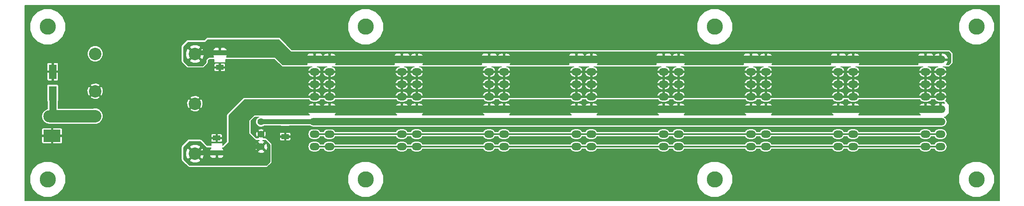
<source format=gtl>
G04 #@! TF.FileFunction,Copper,L1,Top,Signal*
%FSLAX46Y46*%
G04 Gerber Fmt 4.6, Leading zero omitted, Abs format (unit mm)*
G04 Created by KiCad (PCBNEW 4.0.2-stable) date 2018-05-22 5:26:57 PM*
%MOMM*%
G01*
G04 APERTURE LIST*
%ADD10C,0.200000*%
%ADD11C,3.302000*%
%ADD12R,1.600000X3.000000*%
%ADD13R,1.600000X1.000000*%
%ADD14C,2.540000*%
%ADD15C,1.400000*%
%ADD16O,2.000000X1.500000*%
%ADD17R,2.000000X1.500000*%
%ADD18O,3.500000X2.500000*%
%ADD19R,3.500000X2.500000*%
%ADD20C,0.600000*%
%ADD21C,1.450000*%
%ADD22C,1.000000*%
%ADD23C,2.500000*%
%ADD24C,0.250000*%
%ADD25C,0.350000*%
%ADD26C,1.500000*%
%ADD27C,0.203200*%
%ADD28C,0.254000*%
G04 APERTURE END LIST*
D10*
D11*
X107950000Y-112077500D03*
X179070000Y-112077500D03*
X179070000Y-80962500D03*
X107950000Y-80962500D03*
X43180000Y-112077500D03*
X232410000Y-112077500D03*
X232410000Y-80962500D03*
D12*
X44196000Y-94529000D03*
X44196000Y-90129000D03*
D13*
X77597000Y-106656000D03*
X77597000Y-103656000D03*
X78232000Y-89257000D03*
X78232000Y-86257000D03*
X91567000Y-100354000D03*
X91567000Y-103354000D03*
D14*
X52832000Y-99187000D03*
X52832000Y-94107000D03*
X52832000Y-86487000D03*
X73152000Y-86487000D03*
X73152000Y-96647000D03*
X73152000Y-106807000D03*
D15*
X86614000Y-102870000D03*
X86614000Y-105410000D03*
X86614000Y-100330000D03*
D16*
X136140000Y-105410000D03*
X133100000Y-105410000D03*
X133100000Y-102870000D03*
X136140000Y-102870000D03*
X136140000Y-100330000D03*
X133100000Y-100330000D03*
X133100000Y-97790000D03*
X136140000Y-97790000D03*
X136140000Y-95250000D03*
X133100000Y-95250000D03*
D17*
X133100000Y-87630000D03*
D16*
X136140000Y-87630000D03*
X133100000Y-90170000D03*
X136140000Y-90170000D03*
X133100000Y-92710000D03*
X136140000Y-92710000D03*
X118360000Y-105410000D03*
X115320000Y-105410000D03*
X115320000Y-102870000D03*
X118360000Y-102870000D03*
X118360000Y-100330000D03*
X115320000Y-100330000D03*
X115320000Y-97790000D03*
X118360000Y-97790000D03*
X118360000Y-95250000D03*
X115320000Y-95250000D03*
D17*
X115320000Y-87630000D03*
D16*
X118360000Y-87630000D03*
X115320000Y-90170000D03*
X118360000Y-90170000D03*
X115320000Y-92710000D03*
X118360000Y-92710000D03*
X153920000Y-105410000D03*
X150880000Y-105410000D03*
X150880000Y-102870000D03*
X153920000Y-102870000D03*
X153920000Y-100330000D03*
X150880000Y-100330000D03*
X150880000Y-97790000D03*
X153920000Y-97790000D03*
X153920000Y-95250000D03*
X150880000Y-95250000D03*
D17*
X150880000Y-87630000D03*
D16*
X153920000Y-87630000D03*
X150880000Y-90170000D03*
X153920000Y-90170000D03*
X150880000Y-92710000D03*
X153920000Y-92710000D03*
X171700000Y-105410000D03*
X168660000Y-105410000D03*
X168660000Y-102870000D03*
X171700000Y-102870000D03*
X171700000Y-100330000D03*
X168660000Y-100330000D03*
X168660000Y-97790000D03*
X171700000Y-97790000D03*
X171700000Y-95250000D03*
X168660000Y-95250000D03*
D17*
X168660000Y-87630000D03*
D16*
X171700000Y-87630000D03*
X168660000Y-90170000D03*
X171700000Y-90170000D03*
X168660000Y-92710000D03*
X171700000Y-92710000D03*
X189480000Y-105410000D03*
X186440000Y-105410000D03*
X186440000Y-102870000D03*
X189480000Y-102870000D03*
X189480000Y-100330000D03*
X186440000Y-100330000D03*
X186440000Y-97790000D03*
X189480000Y-97790000D03*
X189480000Y-95250000D03*
X186440000Y-95250000D03*
D17*
X186440000Y-87630000D03*
D16*
X189480000Y-87630000D03*
X186440000Y-90170000D03*
X189480000Y-90170000D03*
X186440000Y-92710000D03*
X189480000Y-92710000D03*
X225040000Y-105410000D03*
X222000000Y-105410000D03*
X222000000Y-102870000D03*
X225040000Y-102870000D03*
X225040000Y-100330000D03*
X222000000Y-100330000D03*
X222000000Y-97790000D03*
X225040000Y-97790000D03*
X225040000Y-95250000D03*
X222000000Y-95250000D03*
D17*
X222000000Y-87630000D03*
D16*
X225040000Y-87630000D03*
X222000000Y-90170000D03*
X225040000Y-90170000D03*
X222000000Y-92710000D03*
X225040000Y-92710000D03*
X207260000Y-105410000D03*
X204220000Y-105410000D03*
X204220000Y-102870000D03*
X207260000Y-102870000D03*
X207260000Y-100330000D03*
X204220000Y-100330000D03*
X204220000Y-97790000D03*
X207260000Y-97790000D03*
X207260000Y-95250000D03*
X204220000Y-95250000D03*
D17*
X204220000Y-87630000D03*
D16*
X207260000Y-87630000D03*
X204220000Y-90170000D03*
X207260000Y-90170000D03*
X204220000Y-92710000D03*
X207260000Y-92710000D03*
X100580000Y-105410000D03*
X97540000Y-105410000D03*
X97540000Y-102870000D03*
X100580000Y-102870000D03*
X100580000Y-100330000D03*
X97540000Y-100330000D03*
X97540000Y-97790000D03*
X100580000Y-97790000D03*
X100580000Y-95250000D03*
X97540000Y-95250000D03*
D17*
X97540000Y-87630000D03*
D16*
X100580000Y-87630000D03*
X97540000Y-90170000D03*
X100580000Y-90170000D03*
X97540000Y-92710000D03*
X100580000Y-92710000D03*
D11*
X43180000Y-80962500D03*
D18*
X44069000Y-99239000D03*
D19*
X44069000Y-103199000D03*
D20*
X54000000Y-104250000D03*
X54000000Y-103000000D03*
X54000000Y-101750000D03*
X52500000Y-101750000D03*
X52500000Y-103000000D03*
X52500000Y-104250000D03*
X51000000Y-104250000D03*
X51000000Y-103000000D03*
X51000000Y-101750000D03*
X49500000Y-101750000D03*
X49500000Y-103000000D03*
X49500000Y-104250000D03*
X48000000Y-104250000D03*
X48000000Y-103000000D03*
X48000000Y-101750000D03*
X226750000Y-104250000D03*
X226750000Y-102000000D03*
X220250000Y-102000000D03*
X208750000Y-102000000D03*
X202500000Y-102000000D03*
X191250000Y-102000000D03*
X184750000Y-102000000D03*
X173250000Y-102000000D03*
X167000000Y-102000000D03*
X155500000Y-102000000D03*
X149250000Y-102000000D03*
X137750000Y-102000000D03*
X131500000Y-102000000D03*
X119750000Y-102000000D03*
X113750000Y-102000000D03*
X102250000Y-102000000D03*
X220250000Y-104250000D03*
X208750000Y-104250000D03*
X202500000Y-104250000D03*
X191250000Y-104250000D03*
X184750000Y-104250000D03*
X173250000Y-104250000D03*
X167000000Y-104250000D03*
X155500000Y-104250000D03*
X149250000Y-104250000D03*
X137750000Y-104250000D03*
X131500000Y-104250000D03*
X119750000Y-104250000D03*
X113750000Y-104250000D03*
X102000000Y-104250000D03*
X96000000Y-104250000D03*
X77600000Y-101000000D03*
X77600000Y-101700000D03*
X77600000Y-102400000D03*
X93900000Y-103350000D03*
X93150000Y-103350000D03*
X46050000Y-88575000D03*
X46050000Y-89275000D03*
X46050000Y-90125000D03*
X81500000Y-89250000D03*
X80750000Y-89250000D03*
X80000000Y-89250000D03*
D21*
X44200000Y-99225000D02*
X44200000Y-94642000D01*
D22*
X44069000Y-94656000D02*
X44196000Y-94529000D01*
D23*
X52832000Y-99187000D02*
X44121000Y-99187000D01*
D22*
X44121000Y-99187000D02*
X44069000Y-99239000D01*
D24*
X54000000Y-101750000D02*
X54000000Y-103000000D01*
X52500000Y-103000000D02*
X52500000Y-101750000D01*
X51000000Y-104250000D02*
X52500000Y-104250000D01*
X51000000Y-101750000D02*
X51000000Y-103000000D01*
X49500000Y-103000000D02*
X49500000Y-101750000D01*
X48000000Y-104250000D02*
X49500000Y-104250000D01*
X48000000Y-101750000D02*
X48000000Y-103000000D01*
X220250000Y-102000000D02*
X220549999Y-101700001D01*
X220549999Y-101700001D02*
X226450001Y-101700001D01*
X226450001Y-101700001D02*
X226750000Y-102000000D01*
X202500000Y-102000000D02*
X202799999Y-101700001D01*
X202799999Y-101700001D02*
X208450001Y-101700001D01*
X208450001Y-101700001D02*
X208750000Y-102000000D01*
X184750000Y-102000000D02*
X185049999Y-101700001D01*
X185049999Y-101700001D02*
X190950001Y-101700001D01*
X190950001Y-101700001D02*
X191250000Y-102000000D01*
X167000000Y-102000000D02*
X167299999Y-101700001D01*
X167299999Y-101700001D02*
X172950001Y-101700001D01*
X172950001Y-101700001D02*
X173250000Y-102000000D01*
X149250000Y-102000000D02*
X149549999Y-101700001D01*
X155200001Y-101700001D02*
X155500000Y-102000000D01*
X149549999Y-101700001D02*
X155200001Y-101700001D01*
X131500000Y-102000000D02*
X131799999Y-101700001D01*
X131799999Y-101700001D02*
X137450001Y-101700001D01*
X137450001Y-101700001D02*
X137750000Y-102000000D01*
X113750000Y-102000000D02*
X114049999Y-101700001D01*
X114049999Y-101700001D02*
X119450001Y-101700001D01*
X119450001Y-101700001D02*
X119750000Y-102000000D01*
X93900000Y-103350000D02*
X95455010Y-101794990D01*
X95455010Y-101794990D02*
X102044990Y-101794990D01*
X102044990Y-101794990D02*
X102250000Y-102000000D01*
X202500000Y-104250000D02*
X208750000Y-104250000D01*
X184750000Y-104250000D02*
X191250000Y-104250000D01*
X167000000Y-104250000D02*
X173250000Y-104250000D01*
X149250000Y-104250000D02*
X155500000Y-104250000D01*
X131500000Y-104250000D02*
X137750000Y-104250000D01*
X113750000Y-104250000D02*
X119750000Y-104250000D01*
X96000000Y-104250000D02*
X102000000Y-104250000D01*
X77600000Y-101700000D02*
X77600000Y-101000000D01*
X77600000Y-102400000D02*
X77600000Y-101700000D01*
D25*
X77597000Y-103656000D02*
X77597000Y-102403000D01*
X77597000Y-102403000D02*
X77600000Y-102400000D01*
X93150000Y-103350000D02*
X93900000Y-103350000D01*
X91567000Y-103354000D02*
X93146000Y-103354000D01*
X93146000Y-103354000D02*
X93150000Y-103350000D01*
D24*
X46050000Y-89275000D02*
X46050000Y-88575000D01*
X46050000Y-90125000D02*
X46050000Y-89275000D01*
X44196000Y-90129000D02*
X46046000Y-90129000D01*
X46046000Y-90129000D02*
X46050000Y-90125000D01*
X80750000Y-89250000D02*
X81500000Y-89250000D01*
X80000000Y-89250000D02*
X80750000Y-89250000D01*
X78232000Y-89257000D02*
X79993000Y-89257000D01*
X79993000Y-89257000D02*
X80000000Y-89250000D01*
D26*
X97790000Y-97790000D02*
X171814177Y-97790000D01*
X171814177Y-97790000D02*
X224790000Y-97790000D01*
D22*
X81026000Y-106656000D02*
X81026000Y-105500000D01*
X81026000Y-105500000D02*
X81026000Y-100266500D01*
D26*
X84460000Y-97790000D02*
X81026000Y-101224000D01*
X81026000Y-101224000D02*
X81026000Y-105500000D01*
X97790000Y-97790000D02*
X84460000Y-97790000D01*
D22*
X73279000Y-106680000D02*
X77573000Y-106680000D01*
X77597000Y-106656000D02*
X79732000Y-106656000D01*
X79732000Y-106656000D02*
X79756000Y-106680000D01*
X73152000Y-106807000D02*
X73279000Y-106680000D01*
X77573000Y-106680000D02*
X77597000Y-106656000D01*
X79819500Y-106656000D02*
X81026000Y-106656000D01*
X81026000Y-100266500D02*
X83502500Y-97790000D01*
D26*
X222250000Y-97790000D02*
X224790000Y-97790000D01*
X207010000Y-97790000D02*
X222250000Y-97790000D01*
X204470000Y-97790000D02*
X207010000Y-97790000D01*
X189230000Y-97790000D02*
X204470000Y-97790000D01*
D22*
X186690000Y-97790000D02*
X189230000Y-97790000D01*
X171450000Y-97790000D02*
X186690000Y-97790000D01*
X168910000Y-97790000D02*
X171450000Y-97790000D01*
X153670000Y-97790000D02*
X168910000Y-97790000D01*
X151130000Y-97790000D02*
X153670000Y-97790000D01*
X135890000Y-97790000D02*
X151130000Y-97790000D01*
X133350000Y-97790000D02*
X135890000Y-97790000D01*
X118110000Y-97790000D02*
X133350000Y-97790000D01*
X115570000Y-97790000D02*
X118110000Y-97790000D01*
X97790000Y-97790000D02*
X100330000Y-97790000D01*
X79819500Y-106656000D02*
X82701000Y-106656000D01*
X82701000Y-106656000D02*
X83947000Y-105410000D01*
X83947000Y-105410000D02*
X86614000Y-105410000D01*
D26*
X97790000Y-87630000D02*
X91186000Y-87630000D01*
X224790000Y-87630000D02*
X97790000Y-87630000D01*
D22*
X78208000Y-86233000D02*
X73406000Y-86233000D01*
X78232000Y-86257000D02*
X78208000Y-86233000D01*
X73406000Y-86233000D02*
X73152000Y-86487000D01*
X78232000Y-86257000D02*
X78256000Y-86233000D01*
X78256000Y-86233000D02*
X89789000Y-86233000D01*
X89789000Y-86233000D02*
X91186000Y-87630000D01*
X222250000Y-87630000D02*
X224790000Y-87630000D01*
X207010000Y-87630000D02*
X222250000Y-87630000D01*
X204470000Y-87630000D02*
X207010000Y-87630000D01*
X189230000Y-87630000D02*
X204470000Y-87630000D01*
X186690000Y-87630000D02*
X189230000Y-87630000D01*
X171450000Y-87630000D02*
X186690000Y-87630000D01*
X168910000Y-87630000D02*
X171450000Y-87630000D01*
X153670000Y-87630000D02*
X168910000Y-87630000D01*
X151130000Y-87630000D02*
X153670000Y-87630000D01*
X135890000Y-87630000D02*
X151130000Y-87630000D01*
X133350000Y-87630000D02*
X135890000Y-87630000D01*
X118110000Y-87630000D02*
X133350000Y-87630000D01*
X115570000Y-87630000D02*
X118110000Y-87630000D01*
X100330000Y-87630000D02*
X115570000Y-87630000D01*
X97790000Y-87630000D02*
X100330000Y-87630000D01*
D26*
X224790000Y-100330000D02*
X224766000Y-100354000D01*
X224766000Y-100354000D02*
X97814000Y-100354000D01*
X97814000Y-100354000D02*
X97790000Y-100330000D01*
D22*
X222250000Y-100330000D02*
X224790000Y-100330000D01*
X207010000Y-100330000D02*
X222250000Y-100330000D01*
X204470000Y-100330000D02*
X207010000Y-100330000D01*
X189230000Y-100330000D02*
X204470000Y-100330000D01*
X186690000Y-100330000D02*
X189230000Y-100330000D01*
X171450000Y-100330000D02*
X186690000Y-100330000D01*
X168910000Y-100330000D02*
X171450000Y-100330000D01*
X153670000Y-100330000D02*
X168910000Y-100330000D01*
X151130000Y-100330000D02*
X153670000Y-100330000D01*
X135890000Y-100330000D02*
X151130000Y-100330000D01*
X133350000Y-100330000D02*
X135890000Y-100330000D01*
X118110000Y-100330000D02*
X133350000Y-100330000D01*
X115570000Y-100330000D02*
X118110000Y-100330000D01*
X100330000Y-100330000D02*
X115570000Y-100330000D01*
X97790000Y-100330000D02*
X100330000Y-100330000D01*
X91567000Y-100354000D02*
X97766000Y-100354000D01*
X97766000Y-100354000D02*
X97790000Y-100330000D01*
X86614000Y-100330000D02*
X91543000Y-100330000D01*
X91543000Y-100330000D02*
X91567000Y-100354000D01*
D25*
X100330000Y-105410000D02*
X97790000Y-105410000D01*
X115570000Y-105410000D02*
X100330000Y-105410000D01*
X118110000Y-105410000D02*
X115570000Y-105410000D01*
X133350000Y-105410000D02*
X118110000Y-105410000D01*
X135890000Y-105410000D02*
X133350000Y-105410000D01*
X151130000Y-105410000D02*
X135890000Y-105410000D01*
X153670000Y-105410000D02*
X151130000Y-105410000D01*
X168910000Y-105410000D02*
X153670000Y-105410000D01*
X171450000Y-105410000D02*
X168910000Y-105410000D01*
X186690000Y-105410000D02*
X171450000Y-105410000D01*
X189230000Y-105410000D02*
X186690000Y-105410000D01*
X204470000Y-105410000D02*
X189230000Y-105410000D01*
X207010000Y-105410000D02*
X204470000Y-105410000D01*
X222250000Y-105410000D02*
X207010000Y-105410000D01*
X224790000Y-105410000D02*
X222250000Y-105410000D01*
X222250000Y-102870000D02*
X224790000Y-102870000D01*
X207010000Y-102870000D02*
X222250000Y-102870000D01*
X207010000Y-102870000D02*
X206000000Y-102870000D01*
X204470000Y-102870000D02*
X207010000Y-102870000D01*
X189230000Y-102870000D02*
X204470000Y-102870000D01*
X186690000Y-102870000D02*
X189230000Y-102870000D01*
X171450000Y-102870000D02*
X186690000Y-102870000D01*
X168910000Y-102870000D02*
X171450000Y-102870000D01*
X153670000Y-102870000D02*
X168910000Y-102870000D01*
X151130000Y-102870000D02*
X153670000Y-102870000D01*
X135890000Y-102870000D02*
X151130000Y-102870000D01*
X133350000Y-102870000D02*
X135890000Y-102870000D01*
X118110000Y-102870000D02*
X133350000Y-102870000D01*
X115570000Y-102870000D02*
X118110000Y-102870000D01*
X100330000Y-102870000D02*
X115570000Y-102870000D01*
X97790000Y-102870000D02*
X100330000Y-102870000D01*
D27*
G36*
X237059400Y-116409400D02*
X38530600Y-116409400D01*
X38530600Y-112801850D01*
X39521766Y-112801850D01*
X40077429Y-114146657D01*
X41105431Y-115176455D01*
X42449266Y-115734464D01*
X43904350Y-115735734D01*
X45249157Y-115180071D01*
X46278955Y-114152069D01*
X46836964Y-112808234D01*
X46836969Y-112801850D01*
X104291766Y-112801850D01*
X104847429Y-114146657D01*
X105875431Y-115176455D01*
X107219266Y-115734464D01*
X108674350Y-115735734D01*
X110019157Y-115180071D01*
X111048955Y-114152069D01*
X111606964Y-112808234D01*
X111606969Y-112801850D01*
X175411766Y-112801850D01*
X175967429Y-114146657D01*
X176995431Y-115176455D01*
X178339266Y-115734464D01*
X179794350Y-115735734D01*
X181139157Y-115180071D01*
X182168955Y-114152069D01*
X182726964Y-112808234D01*
X182726969Y-112801850D01*
X228751766Y-112801850D01*
X229307429Y-114146657D01*
X230335431Y-115176455D01*
X231679266Y-115734464D01*
X233134350Y-115735734D01*
X234479157Y-115180071D01*
X235508955Y-114152069D01*
X236066964Y-112808234D01*
X236068234Y-111353150D01*
X235512571Y-110008343D01*
X234484569Y-108978545D01*
X233140734Y-108420536D01*
X231685650Y-108419266D01*
X230340843Y-108974929D01*
X229311045Y-110002931D01*
X228753036Y-111346766D01*
X228751766Y-112801850D01*
X182726969Y-112801850D01*
X182728234Y-111353150D01*
X182172571Y-110008343D01*
X181144569Y-108978545D01*
X179800734Y-108420536D01*
X178345650Y-108419266D01*
X177000843Y-108974929D01*
X175971045Y-110002931D01*
X175413036Y-111346766D01*
X175411766Y-112801850D01*
X111606969Y-112801850D01*
X111608234Y-111353150D01*
X111052571Y-110008343D01*
X110024569Y-108978545D01*
X108680734Y-108420536D01*
X107225650Y-108419266D01*
X105880843Y-108974929D01*
X104851045Y-110002931D01*
X104293036Y-111346766D01*
X104291766Y-112801850D01*
X46836969Y-112801850D01*
X46838234Y-111353150D01*
X46282571Y-110008343D01*
X45254569Y-108978545D01*
X43910734Y-108420536D01*
X42455650Y-108419266D01*
X41110843Y-108974929D01*
X40081045Y-110002931D01*
X39523036Y-111346766D01*
X39521766Y-112801850D01*
X38530600Y-112801850D01*
X38530600Y-105500000D01*
X70394400Y-105500000D01*
X70394400Y-108000000D01*
X70420536Y-108133810D01*
X70498553Y-108251447D01*
X71748553Y-109501447D01*
X71861652Y-109577584D01*
X72000000Y-109605600D01*
X87750000Y-109605600D01*
X87883810Y-109579464D01*
X88001447Y-109501447D01*
X88751447Y-108751447D01*
X88827584Y-108638348D01*
X88855600Y-108500000D01*
X88855600Y-105410000D01*
X96157842Y-105410000D01*
X96242001Y-105833095D01*
X96481665Y-106191777D01*
X96840347Y-106431441D01*
X97263442Y-106515600D01*
X97816558Y-106515600D01*
X98239653Y-106431441D01*
X98598335Y-106191777D01*
X98766166Y-105940600D01*
X99353834Y-105940600D01*
X99521665Y-106191777D01*
X99880347Y-106431441D01*
X100303442Y-106515600D01*
X100856558Y-106515600D01*
X101279653Y-106431441D01*
X101638335Y-106191777D01*
X101806166Y-105940600D01*
X114093834Y-105940600D01*
X114261665Y-106191777D01*
X114620347Y-106431441D01*
X115043442Y-106515600D01*
X115596558Y-106515600D01*
X116019653Y-106431441D01*
X116378335Y-106191777D01*
X116546166Y-105940600D01*
X117133834Y-105940600D01*
X117301665Y-106191777D01*
X117660347Y-106431441D01*
X118083442Y-106515600D01*
X118636558Y-106515600D01*
X119059653Y-106431441D01*
X119418335Y-106191777D01*
X119586166Y-105940600D01*
X131873834Y-105940600D01*
X132041665Y-106191777D01*
X132400347Y-106431441D01*
X132823442Y-106515600D01*
X133376558Y-106515600D01*
X133799653Y-106431441D01*
X134158335Y-106191777D01*
X134326166Y-105940600D01*
X134913834Y-105940600D01*
X135081665Y-106191777D01*
X135440347Y-106431441D01*
X135863442Y-106515600D01*
X136416558Y-106515600D01*
X136839653Y-106431441D01*
X137198335Y-106191777D01*
X137366166Y-105940600D01*
X149653834Y-105940600D01*
X149821665Y-106191777D01*
X150180347Y-106431441D01*
X150603442Y-106515600D01*
X151156558Y-106515600D01*
X151579653Y-106431441D01*
X151938335Y-106191777D01*
X152106166Y-105940600D01*
X152693834Y-105940600D01*
X152861665Y-106191777D01*
X153220347Y-106431441D01*
X153643442Y-106515600D01*
X154196558Y-106515600D01*
X154619653Y-106431441D01*
X154978335Y-106191777D01*
X155146166Y-105940600D01*
X167433834Y-105940600D01*
X167601665Y-106191777D01*
X167960347Y-106431441D01*
X168383442Y-106515600D01*
X168936558Y-106515600D01*
X169359653Y-106431441D01*
X169718335Y-106191777D01*
X169886166Y-105940600D01*
X170473834Y-105940600D01*
X170641665Y-106191777D01*
X171000347Y-106431441D01*
X171423442Y-106515600D01*
X171976558Y-106515600D01*
X172399653Y-106431441D01*
X172758335Y-106191777D01*
X172926166Y-105940600D01*
X185213834Y-105940600D01*
X185381665Y-106191777D01*
X185740347Y-106431441D01*
X186163442Y-106515600D01*
X186716558Y-106515600D01*
X187139653Y-106431441D01*
X187498335Y-106191777D01*
X187666166Y-105940600D01*
X188253834Y-105940600D01*
X188421665Y-106191777D01*
X188780347Y-106431441D01*
X189203442Y-106515600D01*
X189756558Y-106515600D01*
X190179653Y-106431441D01*
X190538335Y-106191777D01*
X190706166Y-105940600D01*
X202993834Y-105940600D01*
X203161665Y-106191777D01*
X203520347Y-106431441D01*
X203943442Y-106515600D01*
X204496558Y-106515600D01*
X204919653Y-106431441D01*
X205278335Y-106191777D01*
X205446166Y-105940600D01*
X206033834Y-105940600D01*
X206201665Y-106191777D01*
X206560347Y-106431441D01*
X206983442Y-106515600D01*
X207536558Y-106515600D01*
X207959653Y-106431441D01*
X208318335Y-106191777D01*
X208486166Y-105940600D01*
X220773834Y-105940600D01*
X220941665Y-106191777D01*
X221300347Y-106431441D01*
X221723442Y-106515600D01*
X222276558Y-106515600D01*
X222699653Y-106431441D01*
X223058335Y-106191777D01*
X223226166Y-105940600D01*
X223813834Y-105940600D01*
X223981665Y-106191777D01*
X224340347Y-106431441D01*
X224763442Y-106515600D01*
X225316558Y-106515600D01*
X225739653Y-106431441D01*
X226098335Y-106191777D01*
X226337999Y-105833095D01*
X226422158Y-105410000D01*
X226337999Y-104986905D01*
X226098335Y-104628223D01*
X225739653Y-104388559D01*
X225316558Y-104304400D01*
X224763442Y-104304400D01*
X224340347Y-104388559D01*
X223981665Y-104628223D01*
X223813834Y-104879400D01*
X223226166Y-104879400D01*
X223058335Y-104628223D01*
X222699653Y-104388559D01*
X222276558Y-104304400D01*
X221723442Y-104304400D01*
X221300347Y-104388559D01*
X220941665Y-104628223D01*
X220773834Y-104879400D01*
X208486166Y-104879400D01*
X208318335Y-104628223D01*
X207959653Y-104388559D01*
X207536558Y-104304400D01*
X206983442Y-104304400D01*
X206560347Y-104388559D01*
X206201665Y-104628223D01*
X206033834Y-104879400D01*
X205446166Y-104879400D01*
X205278335Y-104628223D01*
X204919653Y-104388559D01*
X204496558Y-104304400D01*
X203943442Y-104304400D01*
X203520347Y-104388559D01*
X203161665Y-104628223D01*
X202993834Y-104879400D01*
X190706166Y-104879400D01*
X190538335Y-104628223D01*
X190179653Y-104388559D01*
X189756558Y-104304400D01*
X189203442Y-104304400D01*
X188780347Y-104388559D01*
X188421665Y-104628223D01*
X188253834Y-104879400D01*
X187666166Y-104879400D01*
X187498335Y-104628223D01*
X187139653Y-104388559D01*
X186716558Y-104304400D01*
X186163442Y-104304400D01*
X185740347Y-104388559D01*
X185381665Y-104628223D01*
X185213834Y-104879400D01*
X172926166Y-104879400D01*
X172758335Y-104628223D01*
X172399653Y-104388559D01*
X171976558Y-104304400D01*
X171423442Y-104304400D01*
X171000347Y-104388559D01*
X170641665Y-104628223D01*
X170473834Y-104879400D01*
X169886166Y-104879400D01*
X169718335Y-104628223D01*
X169359653Y-104388559D01*
X168936558Y-104304400D01*
X168383442Y-104304400D01*
X167960347Y-104388559D01*
X167601665Y-104628223D01*
X167433834Y-104879400D01*
X155146166Y-104879400D01*
X154978335Y-104628223D01*
X154619653Y-104388559D01*
X154196558Y-104304400D01*
X153643442Y-104304400D01*
X153220347Y-104388559D01*
X152861665Y-104628223D01*
X152693834Y-104879400D01*
X152106166Y-104879400D01*
X151938335Y-104628223D01*
X151579653Y-104388559D01*
X151156558Y-104304400D01*
X150603442Y-104304400D01*
X150180347Y-104388559D01*
X149821665Y-104628223D01*
X149653834Y-104879400D01*
X137366166Y-104879400D01*
X137198335Y-104628223D01*
X136839653Y-104388559D01*
X136416558Y-104304400D01*
X135863442Y-104304400D01*
X135440347Y-104388559D01*
X135081665Y-104628223D01*
X134913834Y-104879400D01*
X134326166Y-104879400D01*
X134158335Y-104628223D01*
X133799653Y-104388559D01*
X133376558Y-104304400D01*
X132823442Y-104304400D01*
X132400347Y-104388559D01*
X132041665Y-104628223D01*
X131873834Y-104879400D01*
X119586166Y-104879400D01*
X119418335Y-104628223D01*
X119059653Y-104388559D01*
X118636558Y-104304400D01*
X118083442Y-104304400D01*
X117660347Y-104388559D01*
X117301665Y-104628223D01*
X117133834Y-104879400D01*
X116546166Y-104879400D01*
X116378335Y-104628223D01*
X116019653Y-104388559D01*
X115596558Y-104304400D01*
X115043442Y-104304400D01*
X114620347Y-104388559D01*
X114261665Y-104628223D01*
X114093834Y-104879400D01*
X101806166Y-104879400D01*
X101638335Y-104628223D01*
X101279653Y-104388559D01*
X100856558Y-104304400D01*
X100303442Y-104304400D01*
X99880347Y-104388559D01*
X99521665Y-104628223D01*
X99353834Y-104879400D01*
X98766166Y-104879400D01*
X98598335Y-104628223D01*
X98239653Y-104388559D01*
X97816558Y-104304400D01*
X97263442Y-104304400D01*
X96840347Y-104388559D01*
X96481665Y-104628223D01*
X96242001Y-104986905D01*
X96157842Y-105410000D01*
X88855600Y-105410000D01*
X88855600Y-105000000D01*
X88829464Y-104866190D01*
X88751447Y-104748553D01*
X87751447Y-103748553D01*
X87638348Y-103672416D01*
X87500000Y-103644400D01*
X87175136Y-103644400D01*
X87124437Y-103593700D01*
X90411400Y-103593700D01*
X90411400Y-103924733D01*
X90465537Y-104055431D01*
X90565569Y-104155463D01*
X90696267Y-104209600D01*
X91327300Y-104209600D01*
X91416200Y-104120700D01*
X91416200Y-103504800D01*
X91717800Y-103504800D01*
X91717800Y-104120700D01*
X91806700Y-104209600D01*
X92437733Y-104209600D01*
X92568431Y-104155463D01*
X92668463Y-104055431D01*
X92722600Y-103924733D01*
X92722600Y-103593700D01*
X92633700Y-103504800D01*
X91717800Y-103504800D01*
X91416200Y-103504800D01*
X90500300Y-103504800D01*
X90411400Y-103593700D01*
X87124437Y-103593700D01*
X86614000Y-103083263D01*
X86052864Y-103644400D01*
X85647294Y-103644400D01*
X84770753Y-102767859D01*
X85542577Y-102767859D01*
X85585046Y-103185650D01*
X85663222Y-103374381D01*
X85817376Y-103453360D01*
X86400737Y-102870000D01*
X86827263Y-102870000D01*
X87410624Y-103453360D01*
X87564778Y-103374381D01*
X87685423Y-102972141D01*
X87666224Y-102783267D01*
X90411400Y-102783267D01*
X90411400Y-103114300D01*
X90500300Y-103203200D01*
X91416200Y-103203200D01*
X91416200Y-102587300D01*
X91717800Y-102587300D01*
X91717800Y-103203200D01*
X92633700Y-103203200D01*
X92722600Y-103114300D01*
X92722600Y-102870000D01*
X96157842Y-102870000D01*
X96242001Y-103293095D01*
X96481665Y-103651777D01*
X96840347Y-103891441D01*
X97263442Y-103975600D01*
X97816558Y-103975600D01*
X98239653Y-103891441D01*
X98598335Y-103651777D01*
X98766166Y-103400600D01*
X99353834Y-103400600D01*
X99521665Y-103651777D01*
X99880347Y-103891441D01*
X100303442Y-103975600D01*
X100856558Y-103975600D01*
X101279653Y-103891441D01*
X101638335Y-103651777D01*
X101806166Y-103400600D01*
X114093834Y-103400600D01*
X114261665Y-103651777D01*
X114620347Y-103891441D01*
X115043442Y-103975600D01*
X115596558Y-103975600D01*
X116019653Y-103891441D01*
X116378335Y-103651777D01*
X116546166Y-103400600D01*
X117133834Y-103400600D01*
X117301665Y-103651777D01*
X117660347Y-103891441D01*
X118083442Y-103975600D01*
X118636558Y-103975600D01*
X119059653Y-103891441D01*
X119418335Y-103651777D01*
X119586166Y-103400600D01*
X131873834Y-103400600D01*
X132041665Y-103651777D01*
X132400347Y-103891441D01*
X132823442Y-103975600D01*
X133376558Y-103975600D01*
X133799653Y-103891441D01*
X134158335Y-103651777D01*
X134326166Y-103400600D01*
X134913834Y-103400600D01*
X135081665Y-103651777D01*
X135440347Y-103891441D01*
X135863442Y-103975600D01*
X136416558Y-103975600D01*
X136839653Y-103891441D01*
X137198335Y-103651777D01*
X137366166Y-103400600D01*
X149653834Y-103400600D01*
X149821665Y-103651777D01*
X150180347Y-103891441D01*
X150603442Y-103975600D01*
X151156558Y-103975600D01*
X151579653Y-103891441D01*
X151938335Y-103651777D01*
X152106166Y-103400600D01*
X152693834Y-103400600D01*
X152861665Y-103651777D01*
X153220347Y-103891441D01*
X153643442Y-103975600D01*
X154196558Y-103975600D01*
X154619653Y-103891441D01*
X154978335Y-103651777D01*
X155146166Y-103400600D01*
X167433834Y-103400600D01*
X167601665Y-103651777D01*
X167960347Y-103891441D01*
X168383442Y-103975600D01*
X168936558Y-103975600D01*
X169359653Y-103891441D01*
X169718335Y-103651777D01*
X169886166Y-103400600D01*
X170473834Y-103400600D01*
X170641665Y-103651777D01*
X171000347Y-103891441D01*
X171423442Y-103975600D01*
X171976558Y-103975600D01*
X172399653Y-103891441D01*
X172758335Y-103651777D01*
X172926166Y-103400600D01*
X185213834Y-103400600D01*
X185381665Y-103651777D01*
X185740347Y-103891441D01*
X186163442Y-103975600D01*
X186716558Y-103975600D01*
X187139653Y-103891441D01*
X187498335Y-103651777D01*
X187666166Y-103400600D01*
X188253834Y-103400600D01*
X188421665Y-103651777D01*
X188780347Y-103891441D01*
X189203442Y-103975600D01*
X189756558Y-103975600D01*
X190179653Y-103891441D01*
X190538335Y-103651777D01*
X190706166Y-103400600D01*
X202993834Y-103400600D01*
X203161665Y-103651777D01*
X203520347Y-103891441D01*
X203943442Y-103975600D01*
X204496558Y-103975600D01*
X204919653Y-103891441D01*
X205278335Y-103651777D01*
X205446166Y-103400600D01*
X206033834Y-103400600D01*
X206201665Y-103651777D01*
X206560347Y-103891441D01*
X206983442Y-103975600D01*
X207536558Y-103975600D01*
X207959653Y-103891441D01*
X208318335Y-103651777D01*
X208486166Y-103400600D01*
X220773834Y-103400600D01*
X220941665Y-103651777D01*
X221300347Y-103891441D01*
X221723442Y-103975600D01*
X222276558Y-103975600D01*
X222699653Y-103891441D01*
X223058335Y-103651777D01*
X223226166Y-103400600D01*
X223813834Y-103400600D01*
X223981665Y-103651777D01*
X224340347Y-103891441D01*
X224763442Y-103975600D01*
X225316558Y-103975600D01*
X225739653Y-103891441D01*
X226098335Y-103651777D01*
X226337999Y-103293095D01*
X226422158Y-102870000D01*
X226337999Y-102446905D01*
X226098335Y-102088223D01*
X225739653Y-101848559D01*
X225316558Y-101764400D01*
X224763442Y-101764400D01*
X224340347Y-101848559D01*
X223981665Y-102088223D01*
X223813834Y-102339400D01*
X223226166Y-102339400D01*
X223058335Y-102088223D01*
X222699653Y-101848559D01*
X222276558Y-101764400D01*
X221723442Y-101764400D01*
X221300347Y-101848559D01*
X220941665Y-102088223D01*
X220773834Y-102339400D01*
X208486166Y-102339400D01*
X208318335Y-102088223D01*
X207959653Y-101848559D01*
X207536558Y-101764400D01*
X206983442Y-101764400D01*
X206560347Y-101848559D01*
X206201665Y-102088223D01*
X206033834Y-102339400D01*
X205446166Y-102339400D01*
X205278335Y-102088223D01*
X204919653Y-101848559D01*
X204496558Y-101764400D01*
X203943442Y-101764400D01*
X203520347Y-101848559D01*
X203161665Y-102088223D01*
X202993834Y-102339400D01*
X190706166Y-102339400D01*
X190538335Y-102088223D01*
X190179653Y-101848559D01*
X189756558Y-101764400D01*
X189203442Y-101764400D01*
X188780347Y-101848559D01*
X188421665Y-102088223D01*
X188253834Y-102339400D01*
X187666166Y-102339400D01*
X187498335Y-102088223D01*
X187139653Y-101848559D01*
X186716558Y-101764400D01*
X186163442Y-101764400D01*
X185740347Y-101848559D01*
X185381665Y-102088223D01*
X185213834Y-102339400D01*
X172926166Y-102339400D01*
X172758335Y-102088223D01*
X172399653Y-101848559D01*
X171976558Y-101764400D01*
X171423442Y-101764400D01*
X171000347Y-101848559D01*
X170641665Y-102088223D01*
X170473834Y-102339400D01*
X169886166Y-102339400D01*
X169718335Y-102088223D01*
X169359653Y-101848559D01*
X168936558Y-101764400D01*
X168383442Y-101764400D01*
X167960347Y-101848559D01*
X167601665Y-102088223D01*
X167433834Y-102339400D01*
X155146166Y-102339400D01*
X154978335Y-102088223D01*
X154619653Y-101848559D01*
X154196558Y-101764400D01*
X153643442Y-101764400D01*
X153220347Y-101848559D01*
X152861665Y-102088223D01*
X152693834Y-102339400D01*
X152106166Y-102339400D01*
X151938335Y-102088223D01*
X151579653Y-101848559D01*
X151156558Y-101764400D01*
X150603442Y-101764400D01*
X150180347Y-101848559D01*
X149821665Y-102088223D01*
X149653834Y-102339400D01*
X137366166Y-102339400D01*
X137198335Y-102088223D01*
X136839653Y-101848559D01*
X136416558Y-101764400D01*
X135863442Y-101764400D01*
X135440347Y-101848559D01*
X135081665Y-102088223D01*
X134913834Y-102339400D01*
X134326166Y-102339400D01*
X134158335Y-102088223D01*
X133799653Y-101848559D01*
X133376558Y-101764400D01*
X132823442Y-101764400D01*
X132400347Y-101848559D01*
X132041665Y-102088223D01*
X131873834Y-102339400D01*
X119586166Y-102339400D01*
X119418335Y-102088223D01*
X119059653Y-101848559D01*
X118636558Y-101764400D01*
X118083442Y-101764400D01*
X117660347Y-101848559D01*
X117301665Y-102088223D01*
X117133834Y-102339400D01*
X116546166Y-102339400D01*
X116378335Y-102088223D01*
X116019653Y-101848559D01*
X115596558Y-101764400D01*
X115043442Y-101764400D01*
X114620347Y-101848559D01*
X114261665Y-102088223D01*
X114093834Y-102339400D01*
X101806166Y-102339400D01*
X101638335Y-102088223D01*
X101279653Y-101848559D01*
X100856558Y-101764400D01*
X100303442Y-101764400D01*
X99880347Y-101848559D01*
X99521665Y-102088223D01*
X99353834Y-102339400D01*
X98766166Y-102339400D01*
X98598335Y-102088223D01*
X98239653Y-101848559D01*
X97816558Y-101764400D01*
X97263442Y-101764400D01*
X96840347Y-101848559D01*
X96481665Y-102088223D01*
X96242001Y-102446905D01*
X96157842Y-102870000D01*
X92722600Y-102870000D01*
X92722600Y-102783267D01*
X92668463Y-102652569D01*
X92568431Y-102552537D01*
X92437733Y-102498400D01*
X91806700Y-102498400D01*
X91717800Y-102587300D01*
X91416200Y-102587300D01*
X91327300Y-102498400D01*
X90696267Y-102498400D01*
X90565569Y-102552537D01*
X90465537Y-102652569D01*
X90411400Y-102783267D01*
X87666224Y-102783267D01*
X87642954Y-102554350D01*
X87564778Y-102365619D01*
X87410624Y-102286640D01*
X86827263Y-102870000D01*
X86400737Y-102870000D01*
X85817376Y-102286640D01*
X85663222Y-102365619D01*
X85542577Y-102767859D01*
X84770753Y-102767859D01*
X84605600Y-102602706D01*
X84605600Y-102073376D01*
X86030640Y-102073376D01*
X86614000Y-102656737D01*
X87197360Y-102073376D01*
X87118381Y-101919222D01*
X86716141Y-101798577D01*
X86298350Y-101841046D01*
X86109619Y-101919222D01*
X86030640Y-102073376D01*
X84605600Y-102073376D01*
X84605600Y-100147294D01*
X85397294Y-99355600D01*
X86207989Y-99355600D01*
X86016832Y-99434584D01*
X85719628Y-99731270D01*
X85558584Y-100119107D01*
X85558218Y-100539051D01*
X85718584Y-100927168D01*
X86015270Y-101224372D01*
X86403107Y-101385416D01*
X86823051Y-101385782D01*
X87211168Y-101225416D01*
X87251054Y-101185600D01*
X90622428Y-101185600D01*
X90625942Y-101188001D01*
X90767000Y-101216566D01*
X92367000Y-101216566D01*
X92404020Y-101209600D01*
X96628067Y-101209600D01*
X96840347Y-101351441D01*
X97263442Y-101435600D01*
X97693344Y-101435600D01*
X97814000Y-101459600D01*
X224766000Y-101459600D01*
X224886656Y-101435600D01*
X225316558Y-101435600D01*
X225739653Y-101351441D01*
X226098335Y-101111777D01*
X226337999Y-100753095D01*
X226422158Y-100330000D01*
X226337999Y-99906905D01*
X226098335Y-99548223D01*
X225810055Y-99355600D01*
X226000000Y-99355600D01*
X226133810Y-99329464D01*
X226251447Y-99251447D01*
X226751447Y-98751447D01*
X226827584Y-98638348D01*
X226855600Y-98500000D01*
X226855600Y-97000000D01*
X226829464Y-96866190D01*
X226751447Y-96748553D01*
X226049954Y-96047060D01*
X226131590Y-95984069D01*
X226348192Y-95570281D01*
X226295454Y-95400800D01*
X225281604Y-95400800D01*
X225250000Y-95394400D01*
X83250000Y-95394400D01*
X83116190Y-95420536D01*
X82998553Y-95498553D01*
X79748553Y-98748553D01*
X79672416Y-98861652D01*
X79644400Y-99000000D01*
X79644400Y-104352706D01*
X78852706Y-105144400D01*
X78851020Y-105144400D01*
X78851020Y-104750000D01*
X78844072Y-104713073D01*
X78822248Y-104679157D01*
X78788948Y-104656405D01*
X78749420Y-104648400D01*
X76599420Y-104648400D01*
X76562493Y-104655348D01*
X76528577Y-104677172D01*
X76505825Y-104710472D01*
X76497820Y-104750000D01*
X76497820Y-105144400D01*
X75647294Y-105144400D01*
X74501447Y-103998553D01*
X74388348Y-103922416D01*
X74256420Y-103895700D01*
X76441400Y-103895700D01*
X76441400Y-104226733D01*
X76495537Y-104357431D01*
X76595569Y-104457463D01*
X76726267Y-104511600D01*
X77357300Y-104511600D01*
X77446200Y-104422700D01*
X77446200Y-103806800D01*
X77747800Y-103806800D01*
X77747800Y-104422700D01*
X77836700Y-104511600D01*
X78467733Y-104511600D01*
X78598431Y-104457463D01*
X78698463Y-104357431D01*
X78752600Y-104226733D01*
X78752600Y-103895700D01*
X78663700Y-103806800D01*
X77747800Y-103806800D01*
X77446200Y-103806800D01*
X76530300Y-103806800D01*
X76441400Y-103895700D01*
X74256420Y-103895700D01*
X74250000Y-103894400D01*
X72000000Y-103894400D01*
X71866190Y-103920536D01*
X71748553Y-103998553D01*
X70498553Y-105248553D01*
X70422416Y-105361652D01*
X70394400Y-105500000D01*
X38530600Y-105500000D01*
X38530600Y-103438700D01*
X41963400Y-103438700D01*
X41963400Y-104519733D01*
X42017537Y-104650431D01*
X42117569Y-104750463D01*
X42248267Y-104804600D01*
X43829300Y-104804600D01*
X43918200Y-104715700D01*
X43918200Y-103349800D01*
X44219800Y-103349800D01*
X44219800Y-104715700D01*
X44308700Y-104804600D01*
X45889733Y-104804600D01*
X46020431Y-104750463D01*
X46120463Y-104650431D01*
X46174600Y-104519733D01*
X46174600Y-103438700D01*
X46085700Y-103349800D01*
X44219800Y-103349800D01*
X43918200Y-103349800D01*
X42052300Y-103349800D01*
X41963400Y-103438700D01*
X38530600Y-103438700D01*
X38530600Y-103085267D01*
X76441400Y-103085267D01*
X76441400Y-103416300D01*
X76530300Y-103505200D01*
X77446200Y-103505200D01*
X77446200Y-102889300D01*
X77747800Y-102889300D01*
X77747800Y-103505200D01*
X78663700Y-103505200D01*
X78752600Y-103416300D01*
X78752600Y-103085267D01*
X78698463Y-102954569D01*
X78598431Y-102854537D01*
X78467733Y-102800400D01*
X77836700Y-102800400D01*
X77747800Y-102889300D01*
X77446200Y-102889300D01*
X77357300Y-102800400D01*
X76726267Y-102800400D01*
X76595569Y-102854537D01*
X76495537Y-102954569D01*
X76441400Y-103085267D01*
X38530600Y-103085267D01*
X38530600Y-101878267D01*
X41963400Y-101878267D01*
X41963400Y-102959300D01*
X42052300Y-103048200D01*
X43918200Y-103048200D01*
X43918200Y-101682300D01*
X44219800Y-101682300D01*
X44219800Y-103048200D01*
X46085700Y-103048200D01*
X46174600Y-102959300D01*
X46174600Y-101878267D01*
X46120463Y-101747569D01*
X46020431Y-101647537D01*
X45889733Y-101593400D01*
X44308700Y-101593400D01*
X44219800Y-101682300D01*
X43918200Y-101682300D01*
X43829300Y-101593400D01*
X42248267Y-101593400D01*
X42117569Y-101647537D01*
X42017537Y-101747569D01*
X41963400Y-101878267D01*
X38530600Y-101878267D01*
X38530600Y-99239000D01*
X41922149Y-99239000D01*
X42044368Y-99853437D01*
X42392418Y-100374331D01*
X42913312Y-100722381D01*
X43527749Y-100844600D01*
X44610251Y-100844600D01*
X44871673Y-100792600D01*
X52459746Y-100792600D01*
X52507230Y-100812317D01*
X53153933Y-100812881D01*
X53751625Y-100565920D01*
X54209313Y-100109030D01*
X54457317Y-99511770D01*
X54457881Y-98865067D01*
X54210920Y-98267375D01*
X53801884Y-97857624D01*
X72154639Y-97857624D01*
X72303818Y-98070979D01*
X72913315Y-98287171D01*
X73559149Y-98253661D01*
X74000182Y-98070979D01*
X74149361Y-97857624D01*
X73152000Y-96860263D01*
X72154639Y-97857624D01*
X53801884Y-97857624D01*
X53754030Y-97809687D01*
X53156770Y-97561683D01*
X52510067Y-97561119D01*
X52460983Y-97581400D01*
X45280600Y-97581400D01*
X45280600Y-96408315D01*
X71511829Y-96408315D01*
X71545339Y-97054149D01*
X71728021Y-97495182D01*
X71941376Y-97644361D01*
X72938737Y-96647000D01*
X73365263Y-96647000D01*
X74362624Y-97644361D01*
X74575979Y-97495182D01*
X74792171Y-96885685D01*
X74758661Y-96239851D01*
X74575979Y-95798818D01*
X74362624Y-95649639D01*
X73365263Y-96647000D01*
X72938737Y-96647000D01*
X71941376Y-95649639D01*
X71728021Y-95798818D01*
X71511829Y-96408315D01*
X45280600Y-96408315D01*
X45280600Y-96242359D01*
X45330001Y-96170058D01*
X45358566Y-96029000D01*
X45358566Y-95317624D01*
X51834639Y-95317624D01*
X51983818Y-95530979D01*
X52593315Y-95747171D01*
X53239149Y-95713661D01*
X53680182Y-95530979D01*
X53746328Y-95436376D01*
X72154639Y-95436376D01*
X73152000Y-96433737D01*
X74149361Y-95436376D01*
X74000182Y-95223021D01*
X73390685Y-95006829D01*
X72744851Y-95040339D01*
X72303818Y-95223021D01*
X72154639Y-95436376D01*
X53746328Y-95436376D01*
X53829361Y-95317624D01*
X52832000Y-94320263D01*
X51834639Y-95317624D01*
X45358566Y-95317624D01*
X45358566Y-93868315D01*
X51191829Y-93868315D01*
X51225339Y-94514149D01*
X51408021Y-94955182D01*
X51621376Y-95104361D01*
X52618737Y-94107000D01*
X53045263Y-94107000D01*
X54042624Y-95104361D01*
X54255979Y-94955182D01*
X54265010Y-94929719D01*
X96231808Y-94929719D01*
X96284546Y-95099200D01*
X97389200Y-95099200D01*
X97389200Y-94226565D01*
X97690800Y-94226565D01*
X97690800Y-95099200D01*
X98795454Y-95099200D01*
X98848192Y-94929719D01*
X99271808Y-94929719D01*
X99324546Y-95099200D01*
X100429200Y-95099200D01*
X100429200Y-94226565D01*
X100730800Y-94226565D01*
X100730800Y-95099200D01*
X101835454Y-95099200D01*
X101888192Y-94929719D01*
X114011808Y-94929719D01*
X114064546Y-95099200D01*
X115169200Y-95099200D01*
X115169200Y-94226565D01*
X115470800Y-94226565D01*
X115470800Y-95099200D01*
X116575454Y-95099200D01*
X116628192Y-94929719D01*
X117051808Y-94929719D01*
X117104546Y-95099200D01*
X118209200Y-95099200D01*
X118209200Y-94226565D01*
X118510800Y-94226565D01*
X118510800Y-95099200D01*
X119615454Y-95099200D01*
X119668192Y-94929719D01*
X131791808Y-94929719D01*
X131844546Y-95099200D01*
X132949200Y-95099200D01*
X132949200Y-94226565D01*
X133250800Y-94226565D01*
X133250800Y-95099200D01*
X134355454Y-95099200D01*
X134408192Y-94929719D01*
X134831808Y-94929719D01*
X134884546Y-95099200D01*
X135989200Y-95099200D01*
X135989200Y-94226565D01*
X136290800Y-94226565D01*
X136290800Y-95099200D01*
X137395454Y-95099200D01*
X137448192Y-94929719D01*
X149571808Y-94929719D01*
X149624546Y-95099200D01*
X150729200Y-95099200D01*
X150729200Y-94226565D01*
X151030800Y-94226565D01*
X151030800Y-95099200D01*
X152135454Y-95099200D01*
X152188192Y-94929719D01*
X152611808Y-94929719D01*
X152664546Y-95099200D01*
X153769200Y-95099200D01*
X153769200Y-94226565D01*
X154070800Y-94226565D01*
X154070800Y-95099200D01*
X155175454Y-95099200D01*
X155228192Y-94929719D01*
X167351808Y-94929719D01*
X167404546Y-95099200D01*
X168509200Y-95099200D01*
X168509200Y-94226565D01*
X168810800Y-94226565D01*
X168810800Y-95099200D01*
X169915454Y-95099200D01*
X169968192Y-94929719D01*
X170391808Y-94929719D01*
X170444546Y-95099200D01*
X171549200Y-95099200D01*
X171549200Y-94226565D01*
X171850800Y-94226565D01*
X171850800Y-95099200D01*
X172955454Y-95099200D01*
X173008192Y-94929719D01*
X185131808Y-94929719D01*
X185184546Y-95099200D01*
X186289200Y-95099200D01*
X186289200Y-94226565D01*
X186590800Y-94226565D01*
X186590800Y-95099200D01*
X187695454Y-95099200D01*
X187748192Y-94929719D01*
X188171808Y-94929719D01*
X188224546Y-95099200D01*
X189329200Y-95099200D01*
X189329200Y-94226565D01*
X189630800Y-94226565D01*
X189630800Y-95099200D01*
X190735454Y-95099200D01*
X190788192Y-94929719D01*
X202911808Y-94929719D01*
X202964546Y-95099200D01*
X204069200Y-95099200D01*
X204069200Y-94226565D01*
X204370800Y-94226565D01*
X204370800Y-95099200D01*
X205475454Y-95099200D01*
X205528192Y-94929719D01*
X205951808Y-94929719D01*
X206004546Y-95099200D01*
X207109200Y-95099200D01*
X207109200Y-94226565D01*
X207410800Y-94226565D01*
X207410800Y-95099200D01*
X208515454Y-95099200D01*
X208568192Y-94929719D01*
X220691808Y-94929719D01*
X220744546Y-95099200D01*
X221849200Y-95099200D01*
X221849200Y-94226565D01*
X222150800Y-94226565D01*
X222150800Y-95099200D01*
X223255454Y-95099200D01*
X223308192Y-94929719D01*
X223731808Y-94929719D01*
X223784546Y-95099200D01*
X224889200Y-95099200D01*
X224889200Y-94226565D01*
X225190800Y-94226565D01*
X225190800Y-95099200D01*
X226295454Y-95099200D01*
X226348192Y-94929719D01*
X226131590Y-94515931D01*
X225786612Y-94249746D01*
X225366029Y-94135841D01*
X225190800Y-94226565D01*
X224889200Y-94226565D01*
X224713971Y-94135841D01*
X224293388Y-94249746D01*
X223948410Y-94515931D01*
X223731808Y-94929719D01*
X223308192Y-94929719D01*
X223091590Y-94515931D01*
X222746612Y-94249746D01*
X222326029Y-94135841D01*
X222150800Y-94226565D01*
X221849200Y-94226565D01*
X221673971Y-94135841D01*
X221253388Y-94249746D01*
X220908410Y-94515931D01*
X220691808Y-94929719D01*
X208568192Y-94929719D01*
X208351590Y-94515931D01*
X208006612Y-94249746D01*
X207586029Y-94135841D01*
X207410800Y-94226565D01*
X207109200Y-94226565D01*
X206933971Y-94135841D01*
X206513388Y-94249746D01*
X206168410Y-94515931D01*
X205951808Y-94929719D01*
X205528192Y-94929719D01*
X205311590Y-94515931D01*
X204966612Y-94249746D01*
X204546029Y-94135841D01*
X204370800Y-94226565D01*
X204069200Y-94226565D01*
X203893971Y-94135841D01*
X203473388Y-94249746D01*
X203128410Y-94515931D01*
X202911808Y-94929719D01*
X190788192Y-94929719D01*
X190571590Y-94515931D01*
X190226612Y-94249746D01*
X189806029Y-94135841D01*
X189630800Y-94226565D01*
X189329200Y-94226565D01*
X189153971Y-94135841D01*
X188733388Y-94249746D01*
X188388410Y-94515931D01*
X188171808Y-94929719D01*
X187748192Y-94929719D01*
X187531590Y-94515931D01*
X187186612Y-94249746D01*
X186766029Y-94135841D01*
X186590800Y-94226565D01*
X186289200Y-94226565D01*
X186113971Y-94135841D01*
X185693388Y-94249746D01*
X185348410Y-94515931D01*
X185131808Y-94929719D01*
X173008192Y-94929719D01*
X172791590Y-94515931D01*
X172446612Y-94249746D01*
X172026029Y-94135841D01*
X171850800Y-94226565D01*
X171549200Y-94226565D01*
X171373971Y-94135841D01*
X170953388Y-94249746D01*
X170608410Y-94515931D01*
X170391808Y-94929719D01*
X169968192Y-94929719D01*
X169751590Y-94515931D01*
X169406612Y-94249746D01*
X168986029Y-94135841D01*
X168810800Y-94226565D01*
X168509200Y-94226565D01*
X168333971Y-94135841D01*
X167913388Y-94249746D01*
X167568410Y-94515931D01*
X167351808Y-94929719D01*
X155228192Y-94929719D01*
X155011590Y-94515931D01*
X154666612Y-94249746D01*
X154246029Y-94135841D01*
X154070800Y-94226565D01*
X153769200Y-94226565D01*
X153593971Y-94135841D01*
X153173388Y-94249746D01*
X152828410Y-94515931D01*
X152611808Y-94929719D01*
X152188192Y-94929719D01*
X151971590Y-94515931D01*
X151626612Y-94249746D01*
X151206029Y-94135841D01*
X151030800Y-94226565D01*
X150729200Y-94226565D01*
X150553971Y-94135841D01*
X150133388Y-94249746D01*
X149788410Y-94515931D01*
X149571808Y-94929719D01*
X137448192Y-94929719D01*
X137231590Y-94515931D01*
X136886612Y-94249746D01*
X136466029Y-94135841D01*
X136290800Y-94226565D01*
X135989200Y-94226565D01*
X135813971Y-94135841D01*
X135393388Y-94249746D01*
X135048410Y-94515931D01*
X134831808Y-94929719D01*
X134408192Y-94929719D01*
X134191590Y-94515931D01*
X133846612Y-94249746D01*
X133426029Y-94135841D01*
X133250800Y-94226565D01*
X132949200Y-94226565D01*
X132773971Y-94135841D01*
X132353388Y-94249746D01*
X132008410Y-94515931D01*
X131791808Y-94929719D01*
X119668192Y-94929719D01*
X119451590Y-94515931D01*
X119106612Y-94249746D01*
X118686029Y-94135841D01*
X118510800Y-94226565D01*
X118209200Y-94226565D01*
X118033971Y-94135841D01*
X117613388Y-94249746D01*
X117268410Y-94515931D01*
X117051808Y-94929719D01*
X116628192Y-94929719D01*
X116411590Y-94515931D01*
X116066612Y-94249746D01*
X115646029Y-94135841D01*
X115470800Y-94226565D01*
X115169200Y-94226565D01*
X114993971Y-94135841D01*
X114573388Y-94249746D01*
X114228410Y-94515931D01*
X114011808Y-94929719D01*
X101888192Y-94929719D01*
X101671590Y-94515931D01*
X101326612Y-94249746D01*
X100906029Y-94135841D01*
X100730800Y-94226565D01*
X100429200Y-94226565D01*
X100253971Y-94135841D01*
X99833388Y-94249746D01*
X99488410Y-94515931D01*
X99271808Y-94929719D01*
X98848192Y-94929719D01*
X98631590Y-94515931D01*
X98286612Y-94249746D01*
X97866029Y-94135841D01*
X97690800Y-94226565D01*
X97389200Y-94226565D01*
X97213971Y-94135841D01*
X96793388Y-94249746D01*
X96448410Y-94515931D01*
X96231808Y-94929719D01*
X54265010Y-94929719D01*
X54472171Y-94345685D01*
X54438661Y-93699851D01*
X54255979Y-93258818D01*
X54042624Y-93109639D01*
X53045263Y-94107000D01*
X52618737Y-94107000D01*
X51621376Y-93109639D01*
X51408021Y-93258818D01*
X51191829Y-93868315D01*
X45358566Y-93868315D01*
X45358566Y-93029000D01*
X45333770Y-92897223D01*
X45333225Y-92896376D01*
X51834639Y-92896376D01*
X52832000Y-93893737D01*
X53695456Y-93030281D01*
X96231808Y-93030281D01*
X96448410Y-93444069D01*
X96793388Y-93710254D01*
X97213971Y-93824159D01*
X97389200Y-93733435D01*
X97389200Y-92860800D01*
X97690800Y-92860800D01*
X97690800Y-93733435D01*
X97866029Y-93824159D01*
X98286612Y-93710254D01*
X98631590Y-93444069D01*
X98848192Y-93030281D01*
X99271808Y-93030281D01*
X99488410Y-93444069D01*
X99833388Y-93710254D01*
X100253971Y-93824159D01*
X100429200Y-93733435D01*
X100429200Y-92860800D01*
X100730800Y-92860800D01*
X100730800Y-93733435D01*
X100906029Y-93824159D01*
X101326612Y-93710254D01*
X101671590Y-93444069D01*
X101888192Y-93030281D01*
X114011808Y-93030281D01*
X114228410Y-93444069D01*
X114573388Y-93710254D01*
X114993971Y-93824159D01*
X115169200Y-93733435D01*
X115169200Y-92860800D01*
X115470800Y-92860800D01*
X115470800Y-93733435D01*
X115646029Y-93824159D01*
X116066612Y-93710254D01*
X116411590Y-93444069D01*
X116628192Y-93030281D01*
X117051808Y-93030281D01*
X117268410Y-93444069D01*
X117613388Y-93710254D01*
X118033971Y-93824159D01*
X118209200Y-93733435D01*
X118209200Y-92860800D01*
X118510800Y-92860800D01*
X118510800Y-93733435D01*
X118686029Y-93824159D01*
X119106612Y-93710254D01*
X119451590Y-93444069D01*
X119668192Y-93030281D01*
X131791808Y-93030281D01*
X132008410Y-93444069D01*
X132353388Y-93710254D01*
X132773971Y-93824159D01*
X132949200Y-93733435D01*
X132949200Y-92860800D01*
X133250800Y-92860800D01*
X133250800Y-93733435D01*
X133426029Y-93824159D01*
X133846612Y-93710254D01*
X134191590Y-93444069D01*
X134408192Y-93030281D01*
X134831808Y-93030281D01*
X135048410Y-93444069D01*
X135393388Y-93710254D01*
X135813971Y-93824159D01*
X135989200Y-93733435D01*
X135989200Y-92860800D01*
X136290800Y-92860800D01*
X136290800Y-93733435D01*
X136466029Y-93824159D01*
X136886612Y-93710254D01*
X137231590Y-93444069D01*
X137448192Y-93030281D01*
X149571808Y-93030281D01*
X149788410Y-93444069D01*
X150133388Y-93710254D01*
X150553971Y-93824159D01*
X150729200Y-93733435D01*
X150729200Y-92860800D01*
X151030800Y-92860800D01*
X151030800Y-93733435D01*
X151206029Y-93824159D01*
X151626612Y-93710254D01*
X151971590Y-93444069D01*
X152188192Y-93030281D01*
X152611808Y-93030281D01*
X152828410Y-93444069D01*
X153173388Y-93710254D01*
X153593971Y-93824159D01*
X153769200Y-93733435D01*
X153769200Y-92860800D01*
X154070800Y-92860800D01*
X154070800Y-93733435D01*
X154246029Y-93824159D01*
X154666612Y-93710254D01*
X155011590Y-93444069D01*
X155228192Y-93030281D01*
X167351808Y-93030281D01*
X167568410Y-93444069D01*
X167913388Y-93710254D01*
X168333971Y-93824159D01*
X168509200Y-93733435D01*
X168509200Y-92860800D01*
X168810800Y-92860800D01*
X168810800Y-93733435D01*
X168986029Y-93824159D01*
X169406612Y-93710254D01*
X169751590Y-93444069D01*
X169968192Y-93030281D01*
X170391808Y-93030281D01*
X170608410Y-93444069D01*
X170953388Y-93710254D01*
X171373971Y-93824159D01*
X171549200Y-93733435D01*
X171549200Y-92860800D01*
X171850800Y-92860800D01*
X171850800Y-93733435D01*
X172026029Y-93824159D01*
X172446612Y-93710254D01*
X172791590Y-93444069D01*
X173008192Y-93030281D01*
X185131808Y-93030281D01*
X185348410Y-93444069D01*
X185693388Y-93710254D01*
X186113971Y-93824159D01*
X186289200Y-93733435D01*
X186289200Y-92860800D01*
X186590800Y-92860800D01*
X186590800Y-93733435D01*
X186766029Y-93824159D01*
X187186612Y-93710254D01*
X187531590Y-93444069D01*
X187748192Y-93030281D01*
X188171808Y-93030281D01*
X188388410Y-93444069D01*
X188733388Y-93710254D01*
X189153971Y-93824159D01*
X189329200Y-93733435D01*
X189329200Y-92860800D01*
X189630800Y-92860800D01*
X189630800Y-93733435D01*
X189806029Y-93824159D01*
X190226612Y-93710254D01*
X190571590Y-93444069D01*
X190788192Y-93030281D01*
X202911808Y-93030281D01*
X203128410Y-93444069D01*
X203473388Y-93710254D01*
X203893971Y-93824159D01*
X204069200Y-93733435D01*
X204069200Y-92860800D01*
X204370800Y-92860800D01*
X204370800Y-93733435D01*
X204546029Y-93824159D01*
X204966612Y-93710254D01*
X205311590Y-93444069D01*
X205528192Y-93030281D01*
X205951808Y-93030281D01*
X206168410Y-93444069D01*
X206513388Y-93710254D01*
X206933971Y-93824159D01*
X207109200Y-93733435D01*
X207109200Y-92860800D01*
X207410800Y-92860800D01*
X207410800Y-93733435D01*
X207586029Y-93824159D01*
X208006612Y-93710254D01*
X208351590Y-93444069D01*
X208568192Y-93030281D01*
X220691808Y-93030281D01*
X220908410Y-93444069D01*
X221253388Y-93710254D01*
X221673971Y-93824159D01*
X221849200Y-93733435D01*
X221849200Y-92860800D01*
X222150800Y-92860800D01*
X222150800Y-93733435D01*
X222326029Y-93824159D01*
X222746612Y-93710254D01*
X223091590Y-93444069D01*
X223308192Y-93030281D01*
X223731808Y-93030281D01*
X223948410Y-93444069D01*
X224293388Y-93710254D01*
X224713971Y-93824159D01*
X224889200Y-93733435D01*
X224889200Y-92860800D01*
X225190800Y-92860800D01*
X225190800Y-93733435D01*
X225366029Y-93824159D01*
X225786612Y-93710254D01*
X226131590Y-93444069D01*
X226348192Y-93030281D01*
X226295454Y-92860800D01*
X225190800Y-92860800D01*
X224889200Y-92860800D01*
X223784546Y-92860800D01*
X223731808Y-93030281D01*
X223308192Y-93030281D01*
X223255454Y-92860800D01*
X222150800Y-92860800D01*
X221849200Y-92860800D01*
X220744546Y-92860800D01*
X220691808Y-93030281D01*
X208568192Y-93030281D01*
X208515454Y-92860800D01*
X207410800Y-92860800D01*
X207109200Y-92860800D01*
X206004546Y-92860800D01*
X205951808Y-93030281D01*
X205528192Y-93030281D01*
X205475454Y-92860800D01*
X204370800Y-92860800D01*
X204069200Y-92860800D01*
X202964546Y-92860800D01*
X202911808Y-93030281D01*
X190788192Y-93030281D01*
X190735454Y-92860800D01*
X189630800Y-92860800D01*
X189329200Y-92860800D01*
X188224546Y-92860800D01*
X188171808Y-93030281D01*
X187748192Y-93030281D01*
X187695454Y-92860800D01*
X186590800Y-92860800D01*
X186289200Y-92860800D01*
X185184546Y-92860800D01*
X185131808Y-93030281D01*
X173008192Y-93030281D01*
X172955454Y-92860800D01*
X171850800Y-92860800D01*
X171549200Y-92860800D01*
X170444546Y-92860800D01*
X170391808Y-93030281D01*
X169968192Y-93030281D01*
X169915454Y-92860800D01*
X168810800Y-92860800D01*
X168509200Y-92860800D01*
X167404546Y-92860800D01*
X167351808Y-93030281D01*
X155228192Y-93030281D01*
X155175454Y-92860800D01*
X154070800Y-92860800D01*
X153769200Y-92860800D01*
X152664546Y-92860800D01*
X152611808Y-93030281D01*
X152188192Y-93030281D01*
X152135454Y-92860800D01*
X151030800Y-92860800D01*
X150729200Y-92860800D01*
X149624546Y-92860800D01*
X149571808Y-93030281D01*
X137448192Y-93030281D01*
X137395454Y-92860800D01*
X136290800Y-92860800D01*
X135989200Y-92860800D01*
X134884546Y-92860800D01*
X134831808Y-93030281D01*
X134408192Y-93030281D01*
X134355454Y-92860800D01*
X133250800Y-92860800D01*
X132949200Y-92860800D01*
X131844546Y-92860800D01*
X131791808Y-93030281D01*
X119668192Y-93030281D01*
X119615454Y-92860800D01*
X118510800Y-92860800D01*
X118209200Y-92860800D01*
X117104546Y-92860800D01*
X117051808Y-93030281D01*
X116628192Y-93030281D01*
X116575454Y-92860800D01*
X115470800Y-92860800D01*
X115169200Y-92860800D01*
X114064546Y-92860800D01*
X114011808Y-93030281D01*
X101888192Y-93030281D01*
X101835454Y-92860800D01*
X100730800Y-92860800D01*
X100429200Y-92860800D01*
X99324546Y-92860800D01*
X99271808Y-93030281D01*
X98848192Y-93030281D01*
X98795454Y-92860800D01*
X97690800Y-92860800D01*
X97389200Y-92860800D01*
X96284546Y-92860800D01*
X96231808Y-93030281D01*
X53695456Y-93030281D01*
X53829361Y-92896376D01*
X53680182Y-92683021D01*
X53070685Y-92466829D01*
X52424851Y-92500339D01*
X51983818Y-92683021D01*
X51834639Y-92896376D01*
X45333225Y-92896376D01*
X45255890Y-92776193D01*
X45137058Y-92694999D01*
X44996000Y-92666434D01*
X43396000Y-92666434D01*
X43264223Y-92691230D01*
X43143193Y-92769110D01*
X43061999Y-92887942D01*
X43033434Y-93029000D01*
X43033434Y-96029000D01*
X43058230Y-96160777D01*
X43119400Y-96255839D01*
X43119400Y-97714626D01*
X42913312Y-97755619D01*
X42392418Y-98103669D01*
X42044368Y-98624563D01*
X41922149Y-99239000D01*
X38530600Y-99239000D01*
X38530600Y-92389719D01*
X96231808Y-92389719D01*
X96284546Y-92559200D01*
X97389200Y-92559200D01*
X97389200Y-91686565D01*
X97690800Y-91686565D01*
X97690800Y-92559200D01*
X98795454Y-92559200D01*
X98848192Y-92389719D01*
X99271808Y-92389719D01*
X99324546Y-92559200D01*
X100429200Y-92559200D01*
X100429200Y-91686565D01*
X100730800Y-91686565D01*
X100730800Y-92559200D01*
X101835454Y-92559200D01*
X101888192Y-92389719D01*
X114011808Y-92389719D01*
X114064546Y-92559200D01*
X115169200Y-92559200D01*
X115169200Y-91686565D01*
X115470800Y-91686565D01*
X115470800Y-92559200D01*
X116575454Y-92559200D01*
X116628192Y-92389719D01*
X117051808Y-92389719D01*
X117104546Y-92559200D01*
X118209200Y-92559200D01*
X118209200Y-91686565D01*
X118510800Y-91686565D01*
X118510800Y-92559200D01*
X119615454Y-92559200D01*
X119668192Y-92389719D01*
X131791808Y-92389719D01*
X131844546Y-92559200D01*
X132949200Y-92559200D01*
X132949200Y-91686565D01*
X133250800Y-91686565D01*
X133250800Y-92559200D01*
X134355454Y-92559200D01*
X134408192Y-92389719D01*
X134831808Y-92389719D01*
X134884546Y-92559200D01*
X135989200Y-92559200D01*
X135989200Y-91686565D01*
X136290800Y-91686565D01*
X136290800Y-92559200D01*
X137395454Y-92559200D01*
X137448192Y-92389719D01*
X149571808Y-92389719D01*
X149624546Y-92559200D01*
X150729200Y-92559200D01*
X150729200Y-91686565D01*
X151030800Y-91686565D01*
X151030800Y-92559200D01*
X152135454Y-92559200D01*
X152188192Y-92389719D01*
X152611808Y-92389719D01*
X152664546Y-92559200D01*
X153769200Y-92559200D01*
X153769200Y-91686565D01*
X154070800Y-91686565D01*
X154070800Y-92559200D01*
X155175454Y-92559200D01*
X155228192Y-92389719D01*
X167351808Y-92389719D01*
X167404546Y-92559200D01*
X168509200Y-92559200D01*
X168509200Y-91686565D01*
X168810800Y-91686565D01*
X168810800Y-92559200D01*
X169915454Y-92559200D01*
X169968192Y-92389719D01*
X170391808Y-92389719D01*
X170444546Y-92559200D01*
X171549200Y-92559200D01*
X171549200Y-91686565D01*
X171850800Y-91686565D01*
X171850800Y-92559200D01*
X172955454Y-92559200D01*
X173008192Y-92389719D01*
X185131808Y-92389719D01*
X185184546Y-92559200D01*
X186289200Y-92559200D01*
X186289200Y-91686565D01*
X186590800Y-91686565D01*
X186590800Y-92559200D01*
X187695454Y-92559200D01*
X187748192Y-92389719D01*
X188171808Y-92389719D01*
X188224546Y-92559200D01*
X189329200Y-92559200D01*
X189329200Y-91686565D01*
X189630800Y-91686565D01*
X189630800Y-92559200D01*
X190735454Y-92559200D01*
X190788192Y-92389719D01*
X202911808Y-92389719D01*
X202964546Y-92559200D01*
X204069200Y-92559200D01*
X204069200Y-91686565D01*
X204370800Y-91686565D01*
X204370800Y-92559200D01*
X205475454Y-92559200D01*
X205528192Y-92389719D01*
X205951808Y-92389719D01*
X206004546Y-92559200D01*
X207109200Y-92559200D01*
X207109200Y-91686565D01*
X207410800Y-91686565D01*
X207410800Y-92559200D01*
X208515454Y-92559200D01*
X208568192Y-92389719D01*
X220691808Y-92389719D01*
X220744546Y-92559200D01*
X221849200Y-92559200D01*
X221849200Y-91686565D01*
X222150800Y-91686565D01*
X222150800Y-92559200D01*
X223255454Y-92559200D01*
X223308192Y-92389719D01*
X223731808Y-92389719D01*
X223784546Y-92559200D01*
X224889200Y-92559200D01*
X224889200Y-91686565D01*
X225190800Y-91686565D01*
X225190800Y-92559200D01*
X226295454Y-92559200D01*
X226348192Y-92389719D01*
X226131590Y-91975931D01*
X225786612Y-91709746D01*
X225366029Y-91595841D01*
X225190800Y-91686565D01*
X224889200Y-91686565D01*
X224713971Y-91595841D01*
X224293388Y-91709746D01*
X223948410Y-91975931D01*
X223731808Y-92389719D01*
X223308192Y-92389719D01*
X223091590Y-91975931D01*
X222746612Y-91709746D01*
X222326029Y-91595841D01*
X222150800Y-91686565D01*
X221849200Y-91686565D01*
X221673971Y-91595841D01*
X221253388Y-91709746D01*
X220908410Y-91975931D01*
X220691808Y-92389719D01*
X208568192Y-92389719D01*
X208351590Y-91975931D01*
X208006612Y-91709746D01*
X207586029Y-91595841D01*
X207410800Y-91686565D01*
X207109200Y-91686565D01*
X206933971Y-91595841D01*
X206513388Y-91709746D01*
X206168410Y-91975931D01*
X205951808Y-92389719D01*
X205528192Y-92389719D01*
X205311590Y-91975931D01*
X204966612Y-91709746D01*
X204546029Y-91595841D01*
X204370800Y-91686565D01*
X204069200Y-91686565D01*
X203893971Y-91595841D01*
X203473388Y-91709746D01*
X203128410Y-91975931D01*
X202911808Y-92389719D01*
X190788192Y-92389719D01*
X190571590Y-91975931D01*
X190226612Y-91709746D01*
X189806029Y-91595841D01*
X189630800Y-91686565D01*
X189329200Y-91686565D01*
X189153971Y-91595841D01*
X188733388Y-91709746D01*
X188388410Y-91975931D01*
X188171808Y-92389719D01*
X187748192Y-92389719D01*
X187531590Y-91975931D01*
X187186612Y-91709746D01*
X186766029Y-91595841D01*
X186590800Y-91686565D01*
X186289200Y-91686565D01*
X186113971Y-91595841D01*
X185693388Y-91709746D01*
X185348410Y-91975931D01*
X185131808Y-92389719D01*
X173008192Y-92389719D01*
X172791590Y-91975931D01*
X172446612Y-91709746D01*
X172026029Y-91595841D01*
X171850800Y-91686565D01*
X171549200Y-91686565D01*
X171373971Y-91595841D01*
X170953388Y-91709746D01*
X170608410Y-91975931D01*
X170391808Y-92389719D01*
X169968192Y-92389719D01*
X169751590Y-91975931D01*
X169406612Y-91709746D01*
X168986029Y-91595841D01*
X168810800Y-91686565D01*
X168509200Y-91686565D01*
X168333971Y-91595841D01*
X167913388Y-91709746D01*
X167568410Y-91975931D01*
X167351808Y-92389719D01*
X155228192Y-92389719D01*
X155011590Y-91975931D01*
X154666612Y-91709746D01*
X154246029Y-91595841D01*
X154070800Y-91686565D01*
X153769200Y-91686565D01*
X153593971Y-91595841D01*
X153173388Y-91709746D01*
X152828410Y-91975931D01*
X152611808Y-92389719D01*
X152188192Y-92389719D01*
X151971590Y-91975931D01*
X151626612Y-91709746D01*
X151206029Y-91595841D01*
X151030800Y-91686565D01*
X150729200Y-91686565D01*
X150553971Y-91595841D01*
X150133388Y-91709746D01*
X149788410Y-91975931D01*
X149571808Y-92389719D01*
X137448192Y-92389719D01*
X137231590Y-91975931D01*
X136886612Y-91709746D01*
X136466029Y-91595841D01*
X136290800Y-91686565D01*
X135989200Y-91686565D01*
X135813971Y-91595841D01*
X135393388Y-91709746D01*
X135048410Y-91975931D01*
X134831808Y-92389719D01*
X134408192Y-92389719D01*
X134191590Y-91975931D01*
X133846612Y-91709746D01*
X133426029Y-91595841D01*
X133250800Y-91686565D01*
X132949200Y-91686565D01*
X132773971Y-91595841D01*
X132353388Y-91709746D01*
X132008410Y-91975931D01*
X131791808Y-92389719D01*
X119668192Y-92389719D01*
X119451590Y-91975931D01*
X119106612Y-91709746D01*
X118686029Y-91595841D01*
X118510800Y-91686565D01*
X118209200Y-91686565D01*
X118033971Y-91595841D01*
X117613388Y-91709746D01*
X117268410Y-91975931D01*
X117051808Y-92389719D01*
X116628192Y-92389719D01*
X116411590Y-91975931D01*
X116066612Y-91709746D01*
X115646029Y-91595841D01*
X115470800Y-91686565D01*
X115169200Y-91686565D01*
X114993971Y-91595841D01*
X114573388Y-91709746D01*
X114228410Y-91975931D01*
X114011808Y-92389719D01*
X101888192Y-92389719D01*
X101671590Y-91975931D01*
X101326612Y-91709746D01*
X100906029Y-91595841D01*
X100730800Y-91686565D01*
X100429200Y-91686565D01*
X100253971Y-91595841D01*
X99833388Y-91709746D01*
X99488410Y-91975931D01*
X99271808Y-92389719D01*
X98848192Y-92389719D01*
X98631590Y-91975931D01*
X98286612Y-91709746D01*
X97866029Y-91595841D01*
X97690800Y-91686565D01*
X97389200Y-91686565D01*
X97213971Y-91595841D01*
X96793388Y-91709746D01*
X96448410Y-91975931D01*
X96231808Y-92389719D01*
X38530600Y-92389719D01*
X38530600Y-90368700D01*
X43040400Y-90368700D01*
X43040400Y-91699733D01*
X43094537Y-91830431D01*
X43194569Y-91930463D01*
X43325267Y-91984600D01*
X43956300Y-91984600D01*
X44045200Y-91895700D01*
X44045200Y-90279800D01*
X44346800Y-90279800D01*
X44346800Y-91895700D01*
X44435700Y-91984600D01*
X45066733Y-91984600D01*
X45197431Y-91930463D01*
X45297463Y-91830431D01*
X45351600Y-91699733D01*
X45351600Y-90490281D01*
X96231808Y-90490281D01*
X96448410Y-90904069D01*
X96793388Y-91170254D01*
X97213971Y-91284159D01*
X97389200Y-91193435D01*
X97389200Y-90320800D01*
X97690800Y-90320800D01*
X97690800Y-91193435D01*
X97866029Y-91284159D01*
X98286612Y-91170254D01*
X98631590Y-90904069D01*
X98848192Y-90490281D01*
X99271808Y-90490281D01*
X99488410Y-90904069D01*
X99833388Y-91170254D01*
X100253971Y-91284159D01*
X100429200Y-91193435D01*
X100429200Y-90320800D01*
X100730800Y-90320800D01*
X100730800Y-91193435D01*
X100906029Y-91284159D01*
X101326612Y-91170254D01*
X101671590Y-90904069D01*
X101888192Y-90490281D01*
X114011808Y-90490281D01*
X114228410Y-90904069D01*
X114573388Y-91170254D01*
X114993971Y-91284159D01*
X115169200Y-91193435D01*
X115169200Y-90320800D01*
X115470800Y-90320800D01*
X115470800Y-91193435D01*
X115646029Y-91284159D01*
X116066612Y-91170254D01*
X116411590Y-90904069D01*
X116628192Y-90490281D01*
X117051808Y-90490281D01*
X117268410Y-90904069D01*
X117613388Y-91170254D01*
X118033971Y-91284159D01*
X118209200Y-91193435D01*
X118209200Y-90320800D01*
X118510800Y-90320800D01*
X118510800Y-91193435D01*
X118686029Y-91284159D01*
X119106612Y-91170254D01*
X119451590Y-90904069D01*
X119668192Y-90490281D01*
X131791808Y-90490281D01*
X132008410Y-90904069D01*
X132353388Y-91170254D01*
X132773971Y-91284159D01*
X132949200Y-91193435D01*
X132949200Y-90320800D01*
X133250800Y-90320800D01*
X133250800Y-91193435D01*
X133426029Y-91284159D01*
X133846612Y-91170254D01*
X134191590Y-90904069D01*
X134408192Y-90490281D01*
X134831808Y-90490281D01*
X135048410Y-90904069D01*
X135393388Y-91170254D01*
X135813971Y-91284159D01*
X135989200Y-91193435D01*
X135989200Y-90320800D01*
X136290800Y-90320800D01*
X136290800Y-91193435D01*
X136466029Y-91284159D01*
X136886612Y-91170254D01*
X137231590Y-90904069D01*
X137448192Y-90490281D01*
X149571808Y-90490281D01*
X149788410Y-90904069D01*
X150133388Y-91170254D01*
X150553971Y-91284159D01*
X150729200Y-91193435D01*
X150729200Y-90320800D01*
X151030800Y-90320800D01*
X151030800Y-91193435D01*
X151206029Y-91284159D01*
X151626612Y-91170254D01*
X151971590Y-90904069D01*
X152188192Y-90490281D01*
X152611808Y-90490281D01*
X152828410Y-90904069D01*
X153173388Y-91170254D01*
X153593971Y-91284159D01*
X153769200Y-91193435D01*
X153769200Y-90320800D01*
X154070800Y-90320800D01*
X154070800Y-91193435D01*
X154246029Y-91284159D01*
X154666612Y-91170254D01*
X155011590Y-90904069D01*
X155228192Y-90490281D01*
X167351808Y-90490281D01*
X167568410Y-90904069D01*
X167913388Y-91170254D01*
X168333971Y-91284159D01*
X168509200Y-91193435D01*
X168509200Y-90320800D01*
X168810800Y-90320800D01*
X168810800Y-91193435D01*
X168986029Y-91284159D01*
X169406612Y-91170254D01*
X169751590Y-90904069D01*
X169968192Y-90490281D01*
X170391808Y-90490281D01*
X170608410Y-90904069D01*
X170953388Y-91170254D01*
X171373971Y-91284159D01*
X171549200Y-91193435D01*
X171549200Y-90320800D01*
X171850800Y-90320800D01*
X171850800Y-91193435D01*
X172026029Y-91284159D01*
X172446612Y-91170254D01*
X172791590Y-90904069D01*
X173008192Y-90490281D01*
X185131808Y-90490281D01*
X185348410Y-90904069D01*
X185693388Y-91170254D01*
X186113971Y-91284159D01*
X186289200Y-91193435D01*
X186289200Y-90320800D01*
X186590800Y-90320800D01*
X186590800Y-91193435D01*
X186766029Y-91284159D01*
X187186612Y-91170254D01*
X187531590Y-90904069D01*
X187748192Y-90490281D01*
X188171808Y-90490281D01*
X188388410Y-90904069D01*
X188733388Y-91170254D01*
X189153971Y-91284159D01*
X189329200Y-91193435D01*
X189329200Y-90320800D01*
X189630800Y-90320800D01*
X189630800Y-91193435D01*
X189806029Y-91284159D01*
X190226612Y-91170254D01*
X190571590Y-90904069D01*
X190788192Y-90490281D01*
X202911808Y-90490281D01*
X203128410Y-90904069D01*
X203473388Y-91170254D01*
X203893971Y-91284159D01*
X204069200Y-91193435D01*
X204069200Y-90320800D01*
X204370800Y-90320800D01*
X204370800Y-91193435D01*
X204546029Y-91284159D01*
X204966612Y-91170254D01*
X205311590Y-90904069D01*
X205528192Y-90490281D01*
X205951808Y-90490281D01*
X206168410Y-90904069D01*
X206513388Y-91170254D01*
X206933971Y-91284159D01*
X207109200Y-91193435D01*
X207109200Y-90320800D01*
X207410800Y-90320800D01*
X207410800Y-91193435D01*
X207586029Y-91284159D01*
X208006612Y-91170254D01*
X208351590Y-90904069D01*
X208568192Y-90490281D01*
X220691808Y-90490281D01*
X220908410Y-90904069D01*
X221253388Y-91170254D01*
X221673971Y-91284159D01*
X221849200Y-91193435D01*
X221849200Y-90320800D01*
X222150800Y-90320800D01*
X222150800Y-91193435D01*
X222326029Y-91284159D01*
X222746612Y-91170254D01*
X223091590Y-90904069D01*
X223308192Y-90490281D01*
X223731808Y-90490281D01*
X223948410Y-90904069D01*
X224293388Y-91170254D01*
X224713971Y-91284159D01*
X224889200Y-91193435D01*
X224889200Y-90320800D01*
X225190800Y-90320800D01*
X225190800Y-91193435D01*
X225366029Y-91284159D01*
X225786612Y-91170254D01*
X226131590Y-90904069D01*
X226348192Y-90490281D01*
X226295454Y-90320800D01*
X225190800Y-90320800D01*
X224889200Y-90320800D01*
X223784546Y-90320800D01*
X223731808Y-90490281D01*
X223308192Y-90490281D01*
X223255454Y-90320800D01*
X222150800Y-90320800D01*
X221849200Y-90320800D01*
X220744546Y-90320800D01*
X220691808Y-90490281D01*
X208568192Y-90490281D01*
X208515454Y-90320800D01*
X207410800Y-90320800D01*
X207109200Y-90320800D01*
X206004546Y-90320800D01*
X205951808Y-90490281D01*
X205528192Y-90490281D01*
X205475454Y-90320800D01*
X204370800Y-90320800D01*
X204069200Y-90320800D01*
X202964546Y-90320800D01*
X202911808Y-90490281D01*
X190788192Y-90490281D01*
X190735454Y-90320800D01*
X189630800Y-90320800D01*
X189329200Y-90320800D01*
X188224546Y-90320800D01*
X188171808Y-90490281D01*
X187748192Y-90490281D01*
X187695454Y-90320800D01*
X186590800Y-90320800D01*
X186289200Y-90320800D01*
X185184546Y-90320800D01*
X185131808Y-90490281D01*
X173008192Y-90490281D01*
X172955454Y-90320800D01*
X171850800Y-90320800D01*
X171549200Y-90320800D01*
X170444546Y-90320800D01*
X170391808Y-90490281D01*
X169968192Y-90490281D01*
X169915454Y-90320800D01*
X168810800Y-90320800D01*
X168509200Y-90320800D01*
X167404546Y-90320800D01*
X167351808Y-90490281D01*
X155228192Y-90490281D01*
X155175454Y-90320800D01*
X154070800Y-90320800D01*
X153769200Y-90320800D01*
X152664546Y-90320800D01*
X152611808Y-90490281D01*
X152188192Y-90490281D01*
X152135454Y-90320800D01*
X151030800Y-90320800D01*
X150729200Y-90320800D01*
X149624546Y-90320800D01*
X149571808Y-90490281D01*
X137448192Y-90490281D01*
X137395454Y-90320800D01*
X136290800Y-90320800D01*
X135989200Y-90320800D01*
X134884546Y-90320800D01*
X134831808Y-90490281D01*
X134408192Y-90490281D01*
X134355454Y-90320800D01*
X133250800Y-90320800D01*
X132949200Y-90320800D01*
X131844546Y-90320800D01*
X131791808Y-90490281D01*
X119668192Y-90490281D01*
X119615454Y-90320800D01*
X118510800Y-90320800D01*
X118209200Y-90320800D01*
X117104546Y-90320800D01*
X117051808Y-90490281D01*
X116628192Y-90490281D01*
X116575454Y-90320800D01*
X115470800Y-90320800D01*
X115169200Y-90320800D01*
X114064546Y-90320800D01*
X114011808Y-90490281D01*
X101888192Y-90490281D01*
X101835454Y-90320800D01*
X100730800Y-90320800D01*
X100429200Y-90320800D01*
X99324546Y-90320800D01*
X99271808Y-90490281D01*
X98848192Y-90490281D01*
X98795454Y-90320800D01*
X97690800Y-90320800D01*
X97389200Y-90320800D01*
X96284546Y-90320800D01*
X96231808Y-90490281D01*
X45351600Y-90490281D01*
X45351600Y-90368700D01*
X45262700Y-90279800D01*
X44346800Y-90279800D01*
X44045200Y-90279800D01*
X43129300Y-90279800D01*
X43040400Y-90368700D01*
X38530600Y-90368700D01*
X38530600Y-88558267D01*
X43040400Y-88558267D01*
X43040400Y-89889300D01*
X43129300Y-89978200D01*
X44045200Y-89978200D01*
X44045200Y-88362300D01*
X44346800Y-88362300D01*
X44346800Y-89978200D01*
X45262700Y-89978200D01*
X45351600Y-89889300D01*
X45351600Y-89496700D01*
X77076400Y-89496700D01*
X77076400Y-89827733D01*
X77130537Y-89958431D01*
X77230569Y-90058463D01*
X77361267Y-90112600D01*
X77992300Y-90112600D01*
X78081200Y-90023700D01*
X78081200Y-89407800D01*
X78382800Y-89407800D01*
X78382800Y-90023700D01*
X78471700Y-90112600D01*
X79102733Y-90112600D01*
X79233431Y-90058463D01*
X79333463Y-89958431D01*
X79387600Y-89827733D01*
X79387600Y-89496700D01*
X79298700Y-89407800D01*
X78382800Y-89407800D01*
X78081200Y-89407800D01*
X77165300Y-89407800D01*
X77076400Y-89496700D01*
X45351600Y-89496700D01*
X45351600Y-88558267D01*
X45297463Y-88427569D01*
X45197431Y-88327537D01*
X45066733Y-88273400D01*
X44435700Y-88273400D01*
X44346800Y-88362300D01*
X44045200Y-88362300D01*
X43956300Y-88273400D01*
X43325267Y-88273400D01*
X43194569Y-88327537D01*
X43094537Y-88427569D01*
X43040400Y-88558267D01*
X38530600Y-88558267D01*
X38530600Y-86808933D01*
X51206119Y-86808933D01*
X51453080Y-87406625D01*
X51909970Y-87864313D01*
X52507230Y-88112317D01*
X53153933Y-88112881D01*
X53751625Y-87865920D01*
X54209313Y-87409030D01*
X54457317Y-86811770D01*
X54457881Y-86165067D01*
X54210920Y-85567375D01*
X53754030Y-85109687D01*
X53489875Y-85000000D01*
X70394400Y-85000000D01*
X70394400Y-88000000D01*
X70420536Y-88133810D01*
X70498553Y-88251447D01*
X71498553Y-89251447D01*
X71611652Y-89327584D01*
X71750000Y-89355600D01*
X74750000Y-89355600D01*
X74883810Y-89329464D01*
X75001447Y-89251447D01*
X75566627Y-88686267D01*
X77076400Y-88686267D01*
X77076400Y-89017300D01*
X77165300Y-89106200D01*
X78081200Y-89106200D01*
X78081200Y-88490300D01*
X78382800Y-88490300D01*
X78382800Y-89106200D01*
X79298700Y-89106200D01*
X79387600Y-89017300D01*
X79387600Y-88686267D01*
X79333463Y-88555569D01*
X79233431Y-88455537D01*
X79102733Y-88401400D01*
X78471700Y-88401400D01*
X78382800Y-88490300D01*
X78081200Y-88490300D01*
X77992300Y-88401400D01*
X77361267Y-88401400D01*
X77230569Y-88455537D01*
X77130537Y-88555569D01*
X77076400Y-88686267D01*
X75566627Y-88686267D01*
X75751447Y-88501447D01*
X75827584Y-88388348D01*
X75855600Y-88250000D01*
X75855600Y-87897294D01*
X76147294Y-87605600D01*
X77048400Y-87605600D01*
X77048400Y-88200000D01*
X77055348Y-88236927D01*
X77077172Y-88270843D01*
X77110472Y-88293595D01*
X77150000Y-88301600D01*
X79300000Y-88301600D01*
X79336927Y-88294652D01*
X79370843Y-88272828D01*
X79393595Y-88239528D01*
X79401600Y-88200000D01*
X79401600Y-87605600D01*
X89352706Y-87605600D01*
X90748553Y-89001447D01*
X90861652Y-89077584D01*
X91000000Y-89105600D01*
X97030241Y-89105600D01*
X96793388Y-89169746D01*
X96448410Y-89435931D01*
X96231808Y-89849719D01*
X96284546Y-90019200D01*
X97389200Y-90019200D01*
X97389200Y-89999200D01*
X97690800Y-89999200D01*
X97690800Y-90019200D01*
X98795454Y-90019200D01*
X98848192Y-89849719D01*
X98631590Y-89435931D01*
X98286612Y-89169746D01*
X98049759Y-89105600D01*
X100070241Y-89105600D01*
X99833388Y-89169746D01*
X99488410Y-89435931D01*
X99271808Y-89849719D01*
X99324546Y-90019200D01*
X100429200Y-90019200D01*
X100429200Y-89999200D01*
X100730800Y-89999200D01*
X100730800Y-90019200D01*
X101835454Y-90019200D01*
X101888192Y-89849719D01*
X101671590Y-89435931D01*
X101326612Y-89169746D01*
X101089759Y-89105600D01*
X114810241Y-89105600D01*
X114573388Y-89169746D01*
X114228410Y-89435931D01*
X114011808Y-89849719D01*
X114064546Y-90019200D01*
X115169200Y-90019200D01*
X115169200Y-89999200D01*
X115470800Y-89999200D01*
X115470800Y-90019200D01*
X116575454Y-90019200D01*
X116628192Y-89849719D01*
X116411590Y-89435931D01*
X116066612Y-89169746D01*
X115829759Y-89105600D01*
X117850241Y-89105600D01*
X117613388Y-89169746D01*
X117268410Y-89435931D01*
X117051808Y-89849719D01*
X117104546Y-90019200D01*
X118209200Y-90019200D01*
X118209200Y-89999200D01*
X118510800Y-89999200D01*
X118510800Y-90019200D01*
X119615454Y-90019200D01*
X119668192Y-89849719D01*
X119451590Y-89435931D01*
X119106612Y-89169746D01*
X118869759Y-89105600D01*
X132590241Y-89105600D01*
X132353388Y-89169746D01*
X132008410Y-89435931D01*
X131791808Y-89849719D01*
X131844546Y-90019200D01*
X132949200Y-90019200D01*
X132949200Y-89999200D01*
X133250800Y-89999200D01*
X133250800Y-90019200D01*
X134355454Y-90019200D01*
X134408192Y-89849719D01*
X134191590Y-89435931D01*
X133846612Y-89169746D01*
X133609759Y-89105600D01*
X135630241Y-89105600D01*
X135393388Y-89169746D01*
X135048410Y-89435931D01*
X134831808Y-89849719D01*
X134884546Y-90019200D01*
X135989200Y-90019200D01*
X135989200Y-89999200D01*
X136290800Y-89999200D01*
X136290800Y-90019200D01*
X137395454Y-90019200D01*
X137448192Y-89849719D01*
X137231590Y-89435931D01*
X136886612Y-89169746D01*
X136649759Y-89105600D01*
X150370241Y-89105600D01*
X150133388Y-89169746D01*
X149788410Y-89435931D01*
X149571808Y-89849719D01*
X149624546Y-90019200D01*
X150729200Y-90019200D01*
X150729200Y-89999200D01*
X151030800Y-89999200D01*
X151030800Y-90019200D01*
X152135454Y-90019200D01*
X152188192Y-89849719D01*
X151971590Y-89435931D01*
X151626612Y-89169746D01*
X151389759Y-89105600D01*
X153410241Y-89105600D01*
X153173388Y-89169746D01*
X152828410Y-89435931D01*
X152611808Y-89849719D01*
X152664546Y-90019200D01*
X153769200Y-90019200D01*
X153769200Y-89999200D01*
X154070800Y-89999200D01*
X154070800Y-90019200D01*
X155175454Y-90019200D01*
X155228192Y-89849719D01*
X155011590Y-89435931D01*
X154666612Y-89169746D01*
X154429759Y-89105600D01*
X168150241Y-89105600D01*
X167913388Y-89169746D01*
X167568410Y-89435931D01*
X167351808Y-89849719D01*
X167404546Y-90019200D01*
X168509200Y-90019200D01*
X168509200Y-89999200D01*
X168810800Y-89999200D01*
X168810800Y-90019200D01*
X169915454Y-90019200D01*
X169968192Y-89849719D01*
X169751590Y-89435931D01*
X169406612Y-89169746D01*
X169169759Y-89105600D01*
X171190241Y-89105600D01*
X170953388Y-89169746D01*
X170608410Y-89435931D01*
X170391808Y-89849719D01*
X170444546Y-90019200D01*
X171549200Y-90019200D01*
X171549200Y-89999200D01*
X171850800Y-89999200D01*
X171850800Y-90019200D01*
X172955454Y-90019200D01*
X173008192Y-89849719D01*
X172791590Y-89435931D01*
X172446612Y-89169746D01*
X172209759Y-89105600D01*
X185930241Y-89105600D01*
X185693388Y-89169746D01*
X185348410Y-89435931D01*
X185131808Y-89849719D01*
X185184546Y-90019200D01*
X186289200Y-90019200D01*
X186289200Y-89999200D01*
X186590800Y-89999200D01*
X186590800Y-90019200D01*
X187695454Y-90019200D01*
X187748192Y-89849719D01*
X187531590Y-89435931D01*
X187186612Y-89169746D01*
X186949759Y-89105600D01*
X188970241Y-89105600D01*
X188733388Y-89169746D01*
X188388410Y-89435931D01*
X188171808Y-89849719D01*
X188224546Y-90019200D01*
X189329200Y-90019200D01*
X189329200Y-89999200D01*
X189630800Y-89999200D01*
X189630800Y-90019200D01*
X190735454Y-90019200D01*
X190788192Y-89849719D01*
X190571590Y-89435931D01*
X190226612Y-89169746D01*
X189989759Y-89105600D01*
X203710241Y-89105600D01*
X203473388Y-89169746D01*
X203128410Y-89435931D01*
X202911808Y-89849719D01*
X202964546Y-90019200D01*
X204069200Y-90019200D01*
X204069200Y-89999200D01*
X204370800Y-89999200D01*
X204370800Y-90019200D01*
X205475454Y-90019200D01*
X205528192Y-89849719D01*
X205311590Y-89435931D01*
X204966612Y-89169746D01*
X204729759Y-89105600D01*
X206750241Y-89105600D01*
X206513388Y-89169746D01*
X206168410Y-89435931D01*
X205951808Y-89849719D01*
X206004546Y-90019200D01*
X207109200Y-90019200D01*
X207109200Y-89999200D01*
X207410800Y-89999200D01*
X207410800Y-90019200D01*
X208515454Y-90019200D01*
X208568192Y-89849719D01*
X208351590Y-89435931D01*
X208006612Y-89169746D01*
X207769759Y-89105600D01*
X221490241Y-89105600D01*
X221253388Y-89169746D01*
X220908410Y-89435931D01*
X220691808Y-89849719D01*
X220744546Y-90019200D01*
X221849200Y-90019200D01*
X221849200Y-89999200D01*
X222150800Y-89999200D01*
X222150800Y-90019200D01*
X223255454Y-90019200D01*
X223308192Y-89849719D01*
X223091590Y-89435931D01*
X222746612Y-89169746D01*
X222509759Y-89105600D01*
X224530241Y-89105600D01*
X224293388Y-89169746D01*
X223948410Y-89435931D01*
X223731808Y-89849719D01*
X223784546Y-90019200D01*
X224889200Y-90019200D01*
X224889200Y-89999200D01*
X225190800Y-89999200D01*
X225190800Y-90019200D01*
X226295454Y-90019200D01*
X226348192Y-89849719D01*
X226131590Y-89435931D01*
X225786612Y-89169746D01*
X225549759Y-89105600D01*
X226750000Y-89105600D01*
X226883810Y-89079464D01*
X227001447Y-89001447D01*
X227501447Y-88501447D01*
X227577584Y-88388348D01*
X227605600Y-88250000D01*
X227605600Y-86500000D01*
X227579464Y-86366190D01*
X227501447Y-86248553D01*
X227001447Y-85748553D01*
X226888348Y-85672416D01*
X226750000Y-85644400D01*
X92897294Y-85644400D01*
X90501447Y-83248553D01*
X90388348Y-83172416D01*
X90250000Y-83144400D01*
X75750000Y-83144400D01*
X75616190Y-83170536D01*
X75498553Y-83248553D01*
X75102706Y-83644400D01*
X71750000Y-83644400D01*
X71616190Y-83670536D01*
X71498553Y-83748553D01*
X70498553Y-84748553D01*
X70422416Y-84861652D01*
X70394400Y-85000000D01*
X53489875Y-85000000D01*
X53156770Y-84861683D01*
X52510067Y-84861119D01*
X51912375Y-85108080D01*
X51454687Y-85564970D01*
X51206683Y-86162230D01*
X51206119Y-86808933D01*
X38530600Y-86808933D01*
X38530600Y-81686850D01*
X39521766Y-81686850D01*
X40077429Y-83031657D01*
X41105431Y-84061455D01*
X42449266Y-84619464D01*
X43904350Y-84620734D01*
X45249157Y-84065071D01*
X46278955Y-83037069D01*
X46836964Y-81693234D01*
X46836969Y-81686850D01*
X104291766Y-81686850D01*
X104847429Y-83031657D01*
X105875431Y-84061455D01*
X107219266Y-84619464D01*
X108674350Y-84620734D01*
X110019157Y-84065071D01*
X111048955Y-83037069D01*
X111606964Y-81693234D01*
X111606969Y-81686850D01*
X175411766Y-81686850D01*
X175967429Y-83031657D01*
X176995431Y-84061455D01*
X178339266Y-84619464D01*
X179794350Y-84620734D01*
X181139157Y-84065071D01*
X182168955Y-83037069D01*
X182726964Y-81693234D01*
X182726969Y-81686850D01*
X228751766Y-81686850D01*
X229307429Y-83031657D01*
X230335431Y-84061455D01*
X231679266Y-84619464D01*
X233134350Y-84620734D01*
X234479157Y-84065071D01*
X235508955Y-83037069D01*
X236066964Y-81693234D01*
X236068234Y-80238150D01*
X235512571Y-78893343D01*
X234484569Y-77863545D01*
X233140734Y-77305536D01*
X231685650Y-77304266D01*
X230340843Y-77859929D01*
X229311045Y-78887931D01*
X228753036Y-80231766D01*
X228751766Y-81686850D01*
X182726969Y-81686850D01*
X182728234Y-80238150D01*
X182172571Y-78893343D01*
X181144569Y-77863545D01*
X179800734Y-77305536D01*
X178345650Y-77304266D01*
X177000843Y-77859929D01*
X175971045Y-78887931D01*
X175413036Y-80231766D01*
X175411766Y-81686850D01*
X111606969Y-81686850D01*
X111608234Y-80238150D01*
X111052571Y-78893343D01*
X110024569Y-77863545D01*
X108680734Y-77305536D01*
X107225650Y-77304266D01*
X105880843Y-77859929D01*
X104851045Y-78887931D01*
X104293036Y-80231766D01*
X104291766Y-81686850D01*
X46836969Y-81686850D01*
X46838234Y-80238150D01*
X46282571Y-78893343D01*
X45254569Y-77863545D01*
X43910734Y-77305536D01*
X42455650Y-77304266D01*
X41110843Y-77859929D01*
X40081045Y-78887931D01*
X39523036Y-80231766D01*
X39521766Y-81686850D01*
X38530600Y-81686850D01*
X38530600Y-76630600D01*
X237059400Y-76630600D01*
X237059400Y-116409400D01*
X237059400Y-116409400D01*
G37*
X237059400Y-116409400D02*
X38530600Y-116409400D01*
X38530600Y-112801850D01*
X39521766Y-112801850D01*
X40077429Y-114146657D01*
X41105431Y-115176455D01*
X42449266Y-115734464D01*
X43904350Y-115735734D01*
X45249157Y-115180071D01*
X46278955Y-114152069D01*
X46836964Y-112808234D01*
X46836969Y-112801850D01*
X104291766Y-112801850D01*
X104847429Y-114146657D01*
X105875431Y-115176455D01*
X107219266Y-115734464D01*
X108674350Y-115735734D01*
X110019157Y-115180071D01*
X111048955Y-114152069D01*
X111606964Y-112808234D01*
X111606969Y-112801850D01*
X175411766Y-112801850D01*
X175967429Y-114146657D01*
X176995431Y-115176455D01*
X178339266Y-115734464D01*
X179794350Y-115735734D01*
X181139157Y-115180071D01*
X182168955Y-114152069D01*
X182726964Y-112808234D01*
X182726969Y-112801850D01*
X228751766Y-112801850D01*
X229307429Y-114146657D01*
X230335431Y-115176455D01*
X231679266Y-115734464D01*
X233134350Y-115735734D01*
X234479157Y-115180071D01*
X235508955Y-114152069D01*
X236066964Y-112808234D01*
X236068234Y-111353150D01*
X235512571Y-110008343D01*
X234484569Y-108978545D01*
X233140734Y-108420536D01*
X231685650Y-108419266D01*
X230340843Y-108974929D01*
X229311045Y-110002931D01*
X228753036Y-111346766D01*
X228751766Y-112801850D01*
X182726969Y-112801850D01*
X182728234Y-111353150D01*
X182172571Y-110008343D01*
X181144569Y-108978545D01*
X179800734Y-108420536D01*
X178345650Y-108419266D01*
X177000843Y-108974929D01*
X175971045Y-110002931D01*
X175413036Y-111346766D01*
X175411766Y-112801850D01*
X111606969Y-112801850D01*
X111608234Y-111353150D01*
X111052571Y-110008343D01*
X110024569Y-108978545D01*
X108680734Y-108420536D01*
X107225650Y-108419266D01*
X105880843Y-108974929D01*
X104851045Y-110002931D01*
X104293036Y-111346766D01*
X104291766Y-112801850D01*
X46836969Y-112801850D01*
X46838234Y-111353150D01*
X46282571Y-110008343D01*
X45254569Y-108978545D01*
X43910734Y-108420536D01*
X42455650Y-108419266D01*
X41110843Y-108974929D01*
X40081045Y-110002931D01*
X39523036Y-111346766D01*
X39521766Y-112801850D01*
X38530600Y-112801850D01*
X38530600Y-105500000D01*
X70394400Y-105500000D01*
X70394400Y-108000000D01*
X70420536Y-108133810D01*
X70498553Y-108251447D01*
X71748553Y-109501447D01*
X71861652Y-109577584D01*
X72000000Y-109605600D01*
X87750000Y-109605600D01*
X87883810Y-109579464D01*
X88001447Y-109501447D01*
X88751447Y-108751447D01*
X88827584Y-108638348D01*
X88855600Y-108500000D01*
X88855600Y-105410000D01*
X96157842Y-105410000D01*
X96242001Y-105833095D01*
X96481665Y-106191777D01*
X96840347Y-106431441D01*
X97263442Y-106515600D01*
X97816558Y-106515600D01*
X98239653Y-106431441D01*
X98598335Y-106191777D01*
X98766166Y-105940600D01*
X99353834Y-105940600D01*
X99521665Y-106191777D01*
X99880347Y-106431441D01*
X100303442Y-106515600D01*
X100856558Y-106515600D01*
X101279653Y-106431441D01*
X101638335Y-106191777D01*
X101806166Y-105940600D01*
X114093834Y-105940600D01*
X114261665Y-106191777D01*
X114620347Y-106431441D01*
X115043442Y-106515600D01*
X115596558Y-106515600D01*
X116019653Y-106431441D01*
X116378335Y-106191777D01*
X116546166Y-105940600D01*
X117133834Y-105940600D01*
X117301665Y-106191777D01*
X117660347Y-106431441D01*
X118083442Y-106515600D01*
X118636558Y-106515600D01*
X119059653Y-106431441D01*
X119418335Y-106191777D01*
X119586166Y-105940600D01*
X131873834Y-105940600D01*
X132041665Y-106191777D01*
X132400347Y-106431441D01*
X132823442Y-106515600D01*
X133376558Y-106515600D01*
X133799653Y-106431441D01*
X134158335Y-106191777D01*
X134326166Y-105940600D01*
X134913834Y-105940600D01*
X135081665Y-106191777D01*
X135440347Y-106431441D01*
X135863442Y-106515600D01*
X136416558Y-106515600D01*
X136839653Y-106431441D01*
X137198335Y-106191777D01*
X137366166Y-105940600D01*
X149653834Y-105940600D01*
X149821665Y-106191777D01*
X150180347Y-106431441D01*
X150603442Y-106515600D01*
X151156558Y-106515600D01*
X151579653Y-106431441D01*
X151938335Y-106191777D01*
X152106166Y-105940600D01*
X152693834Y-105940600D01*
X152861665Y-106191777D01*
X153220347Y-106431441D01*
X153643442Y-106515600D01*
X154196558Y-106515600D01*
X154619653Y-106431441D01*
X154978335Y-106191777D01*
X155146166Y-105940600D01*
X167433834Y-105940600D01*
X167601665Y-106191777D01*
X167960347Y-106431441D01*
X168383442Y-106515600D01*
X168936558Y-106515600D01*
X169359653Y-106431441D01*
X169718335Y-106191777D01*
X169886166Y-105940600D01*
X170473834Y-105940600D01*
X170641665Y-106191777D01*
X171000347Y-106431441D01*
X171423442Y-106515600D01*
X171976558Y-106515600D01*
X172399653Y-106431441D01*
X172758335Y-106191777D01*
X172926166Y-105940600D01*
X185213834Y-105940600D01*
X185381665Y-106191777D01*
X185740347Y-106431441D01*
X186163442Y-106515600D01*
X186716558Y-106515600D01*
X187139653Y-106431441D01*
X187498335Y-106191777D01*
X187666166Y-105940600D01*
X188253834Y-105940600D01*
X188421665Y-106191777D01*
X188780347Y-106431441D01*
X189203442Y-106515600D01*
X189756558Y-106515600D01*
X190179653Y-106431441D01*
X190538335Y-106191777D01*
X190706166Y-105940600D01*
X202993834Y-105940600D01*
X203161665Y-106191777D01*
X203520347Y-106431441D01*
X203943442Y-106515600D01*
X204496558Y-106515600D01*
X204919653Y-106431441D01*
X205278335Y-106191777D01*
X205446166Y-105940600D01*
X206033834Y-105940600D01*
X206201665Y-106191777D01*
X206560347Y-106431441D01*
X206983442Y-106515600D01*
X207536558Y-106515600D01*
X207959653Y-106431441D01*
X208318335Y-106191777D01*
X208486166Y-105940600D01*
X220773834Y-105940600D01*
X220941665Y-106191777D01*
X221300347Y-106431441D01*
X221723442Y-106515600D01*
X222276558Y-106515600D01*
X222699653Y-106431441D01*
X223058335Y-106191777D01*
X223226166Y-105940600D01*
X223813834Y-105940600D01*
X223981665Y-106191777D01*
X224340347Y-106431441D01*
X224763442Y-106515600D01*
X225316558Y-106515600D01*
X225739653Y-106431441D01*
X226098335Y-106191777D01*
X226337999Y-105833095D01*
X226422158Y-105410000D01*
X226337999Y-104986905D01*
X226098335Y-104628223D01*
X225739653Y-104388559D01*
X225316558Y-104304400D01*
X224763442Y-104304400D01*
X224340347Y-104388559D01*
X223981665Y-104628223D01*
X223813834Y-104879400D01*
X223226166Y-104879400D01*
X223058335Y-104628223D01*
X222699653Y-104388559D01*
X222276558Y-104304400D01*
X221723442Y-104304400D01*
X221300347Y-104388559D01*
X220941665Y-104628223D01*
X220773834Y-104879400D01*
X208486166Y-104879400D01*
X208318335Y-104628223D01*
X207959653Y-104388559D01*
X207536558Y-104304400D01*
X206983442Y-104304400D01*
X206560347Y-104388559D01*
X206201665Y-104628223D01*
X206033834Y-104879400D01*
X205446166Y-104879400D01*
X205278335Y-104628223D01*
X204919653Y-104388559D01*
X204496558Y-104304400D01*
X203943442Y-104304400D01*
X203520347Y-104388559D01*
X203161665Y-104628223D01*
X202993834Y-104879400D01*
X190706166Y-104879400D01*
X190538335Y-104628223D01*
X190179653Y-104388559D01*
X189756558Y-104304400D01*
X189203442Y-104304400D01*
X188780347Y-104388559D01*
X188421665Y-104628223D01*
X188253834Y-104879400D01*
X187666166Y-104879400D01*
X187498335Y-104628223D01*
X187139653Y-104388559D01*
X186716558Y-104304400D01*
X186163442Y-104304400D01*
X185740347Y-104388559D01*
X185381665Y-104628223D01*
X185213834Y-104879400D01*
X172926166Y-104879400D01*
X172758335Y-104628223D01*
X172399653Y-104388559D01*
X171976558Y-104304400D01*
X171423442Y-104304400D01*
X171000347Y-104388559D01*
X170641665Y-104628223D01*
X170473834Y-104879400D01*
X169886166Y-104879400D01*
X169718335Y-104628223D01*
X169359653Y-104388559D01*
X168936558Y-104304400D01*
X168383442Y-104304400D01*
X167960347Y-104388559D01*
X167601665Y-104628223D01*
X167433834Y-104879400D01*
X155146166Y-104879400D01*
X154978335Y-104628223D01*
X154619653Y-104388559D01*
X154196558Y-104304400D01*
X153643442Y-104304400D01*
X153220347Y-104388559D01*
X152861665Y-104628223D01*
X152693834Y-104879400D01*
X152106166Y-104879400D01*
X151938335Y-104628223D01*
X151579653Y-104388559D01*
X151156558Y-104304400D01*
X150603442Y-104304400D01*
X150180347Y-104388559D01*
X149821665Y-104628223D01*
X149653834Y-104879400D01*
X137366166Y-104879400D01*
X137198335Y-104628223D01*
X136839653Y-104388559D01*
X136416558Y-104304400D01*
X135863442Y-104304400D01*
X135440347Y-104388559D01*
X135081665Y-104628223D01*
X134913834Y-104879400D01*
X134326166Y-104879400D01*
X134158335Y-104628223D01*
X133799653Y-104388559D01*
X133376558Y-104304400D01*
X132823442Y-104304400D01*
X132400347Y-104388559D01*
X132041665Y-104628223D01*
X131873834Y-104879400D01*
X119586166Y-104879400D01*
X119418335Y-104628223D01*
X119059653Y-104388559D01*
X118636558Y-104304400D01*
X118083442Y-104304400D01*
X117660347Y-104388559D01*
X117301665Y-104628223D01*
X117133834Y-104879400D01*
X116546166Y-104879400D01*
X116378335Y-104628223D01*
X116019653Y-104388559D01*
X115596558Y-104304400D01*
X115043442Y-104304400D01*
X114620347Y-104388559D01*
X114261665Y-104628223D01*
X114093834Y-104879400D01*
X101806166Y-104879400D01*
X101638335Y-104628223D01*
X101279653Y-104388559D01*
X100856558Y-104304400D01*
X100303442Y-104304400D01*
X99880347Y-104388559D01*
X99521665Y-104628223D01*
X99353834Y-104879400D01*
X98766166Y-104879400D01*
X98598335Y-104628223D01*
X98239653Y-104388559D01*
X97816558Y-104304400D01*
X97263442Y-104304400D01*
X96840347Y-104388559D01*
X96481665Y-104628223D01*
X96242001Y-104986905D01*
X96157842Y-105410000D01*
X88855600Y-105410000D01*
X88855600Y-105000000D01*
X88829464Y-104866190D01*
X88751447Y-104748553D01*
X87751447Y-103748553D01*
X87638348Y-103672416D01*
X87500000Y-103644400D01*
X87175136Y-103644400D01*
X87124437Y-103593700D01*
X90411400Y-103593700D01*
X90411400Y-103924733D01*
X90465537Y-104055431D01*
X90565569Y-104155463D01*
X90696267Y-104209600D01*
X91327300Y-104209600D01*
X91416200Y-104120700D01*
X91416200Y-103504800D01*
X91717800Y-103504800D01*
X91717800Y-104120700D01*
X91806700Y-104209600D01*
X92437733Y-104209600D01*
X92568431Y-104155463D01*
X92668463Y-104055431D01*
X92722600Y-103924733D01*
X92722600Y-103593700D01*
X92633700Y-103504800D01*
X91717800Y-103504800D01*
X91416200Y-103504800D01*
X90500300Y-103504800D01*
X90411400Y-103593700D01*
X87124437Y-103593700D01*
X86614000Y-103083263D01*
X86052864Y-103644400D01*
X85647294Y-103644400D01*
X84770753Y-102767859D01*
X85542577Y-102767859D01*
X85585046Y-103185650D01*
X85663222Y-103374381D01*
X85817376Y-103453360D01*
X86400737Y-102870000D01*
X86827263Y-102870000D01*
X87410624Y-103453360D01*
X87564778Y-103374381D01*
X87685423Y-102972141D01*
X87666224Y-102783267D01*
X90411400Y-102783267D01*
X90411400Y-103114300D01*
X90500300Y-103203200D01*
X91416200Y-103203200D01*
X91416200Y-102587300D01*
X91717800Y-102587300D01*
X91717800Y-103203200D01*
X92633700Y-103203200D01*
X92722600Y-103114300D01*
X92722600Y-102870000D01*
X96157842Y-102870000D01*
X96242001Y-103293095D01*
X96481665Y-103651777D01*
X96840347Y-103891441D01*
X97263442Y-103975600D01*
X97816558Y-103975600D01*
X98239653Y-103891441D01*
X98598335Y-103651777D01*
X98766166Y-103400600D01*
X99353834Y-103400600D01*
X99521665Y-103651777D01*
X99880347Y-103891441D01*
X100303442Y-103975600D01*
X100856558Y-103975600D01*
X101279653Y-103891441D01*
X101638335Y-103651777D01*
X101806166Y-103400600D01*
X114093834Y-103400600D01*
X114261665Y-103651777D01*
X114620347Y-103891441D01*
X115043442Y-103975600D01*
X115596558Y-103975600D01*
X116019653Y-103891441D01*
X116378335Y-103651777D01*
X116546166Y-103400600D01*
X117133834Y-103400600D01*
X117301665Y-103651777D01*
X117660347Y-103891441D01*
X118083442Y-103975600D01*
X118636558Y-103975600D01*
X119059653Y-103891441D01*
X119418335Y-103651777D01*
X119586166Y-103400600D01*
X131873834Y-103400600D01*
X132041665Y-103651777D01*
X132400347Y-103891441D01*
X132823442Y-103975600D01*
X133376558Y-103975600D01*
X133799653Y-103891441D01*
X134158335Y-103651777D01*
X134326166Y-103400600D01*
X134913834Y-103400600D01*
X135081665Y-103651777D01*
X135440347Y-103891441D01*
X135863442Y-103975600D01*
X136416558Y-103975600D01*
X136839653Y-103891441D01*
X137198335Y-103651777D01*
X137366166Y-103400600D01*
X149653834Y-103400600D01*
X149821665Y-103651777D01*
X150180347Y-103891441D01*
X150603442Y-103975600D01*
X151156558Y-103975600D01*
X151579653Y-103891441D01*
X151938335Y-103651777D01*
X152106166Y-103400600D01*
X152693834Y-103400600D01*
X152861665Y-103651777D01*
X153220347Y-103891441D01*
X153643442Y-103975600D01*
X154196558Y-103975600D01*
X154619653Y-103891441D01*
X154978335Y-103651777D01*
X155146166Y-103400600D01*
X167433834Y-103400600D01*
X167601665Y-103651777D01*
X167960347Y-103891441D01*
X168383442Y-103975600D01*
X168936558Y-103975600D01*
X169359653Y-103891441D01*
X169718335Y-103651777D01*
X169886166Y-103400600D01*
X170473834Y-103400600D01*
X170641665Y-103651777D01*
X171000347Y-103891441D01*
X171423442Y-103975600D01*
X171976558Y-103975600D01*
X172399653Y-103891441D01*
X172758335Y-103651777D01*
X172926166Y-103400600D01*
X185213834Y-103400600D01*
X185381665Y-103651777D01*
X185740347Y-103891441D01*
X186163442Y-103975600D01*
X186716558Y-103975600D01*
X187139653Y-103891441D01*
X187498335Y-103651777D01*
X187666166Y-103400600D01*
X188253834Y-103400600D01*
X188421665Y-103651777D01*
X188780347Y-103891441D01*
X189203442Y-103975600D01*
X189756558Y-103975600D01*
X190179653Y-103891441D01*
X190538335Y-103651777D01*
X190706166Y-103400600D01*
X202993834Y-103400600D01*
X203161665Y-103651777D01*
X203520347Y-103891441D01*
X203943442Y-103975600D01*
X204496558Y-103975600D01*
X204919653Y-103891441D01*
X205278335Y-103651777D01*
X205446166Y-103400600D01*
X206033834Y-103400600D01*
X206201665Y-103651777D01*
X206560347Y-103891441D01*
X206983442Y-103975600D01*
X207536558Y-103975600D01*
X207959653Y-103891441D01*
X208318335Y-103651777D01*
X208486166Y-103400600D01*
X220773834Y-103400600D01*
X220941665Y-103651777D01*
X221300347Y-103891441D01*
X221723442Y-103975600D01*
X222276558Y-103975600D01*
X222699653Y-103891441D01*
X223058335Y-103651777D01*
X223226166Y-103400600D01*
X223813834Y-103400600D01*
X223981665Y-103651777D01*
X224340347Y-103891441D01*
X224763442Y-103975600D01*
X225316558Y-103975600D01*
X225739653Y-103891441D01*
X226098335Y-103651777D01*
X226337999Y-103293095D01*
X226422158Y-102870000D01*
X226337999Y-102446905D01*
X226098335Y-102088223D01*
X225739653Y-101848559D01*
X225316558Y-101764400D01*
X224763442Y-101764400D01*
X224340347Y-101848559D01*
X223981665Y-102088223D01*
X223813834Y-102339400D01*
X223226166Y-102339400D01*
X223058335Y-102088223D01*
X222699653Y-101848559D01*
X222276558Y-101764400D01*
X221723442Y-101764400D01*
X221300347Y-101848559D01*
X220941665Y-102088223D01*
X220773834Y-102339400D01*
X208486166Y-102339400D01*
X208318335Y-102088223D01*
X207959653Y-101848559D01*
X207536558Y-101764400D01*
X206983442Y-101764400D01*
X206560347Y-101848559D01*
X206201665Y-102088223D01*
X206033834Y-102339400D01*
X205446166Y-102339400D01*
X205278335Y-102088223D01*
X204919653Y-101848559D01*
X204496558Y-101764400D01*
X203943442Y-101764400D01*
X203520347Y-101848559D01*
X203161665Y-102088223D01*
X202993834Y-102339400D01*
X190706166Y-102339400D01*
X190538335Y-102088223D01*
X190179653Y-101848559D01*
X189756558Y-101764400D01*
X189203442Y-101764400D01*
X188780347Y-101848559D01*
X188421665Y-102088223D01*
X188253834Y-102339400D01*
X187666166Y-102339400D01*
X187498335Y-102088223D01*
X187139653Y-101848559D01*
X186716558Y-101764400D01*
X186163442Y-101764400D01*
X185740347Y-101848559D01*
X185381665Y-102088223D01*
X185213834Y-102339400D01*
X172926166Y-102339400D01*
X172758335Y-102088223D01*
X172399653Y-101848559D01*
X171976558Y-101764400D01*
X171423442Y-101764400D01*
X171000347Y-101848559D01*
X170641665Y-102088223D01*
X170473834Y-102339400D01*
X169886166Y-102339400D01*
X169718335Y-102088223D01*
X169359653Y-101848559D01*
X168936558Y-101764400D01*
X168383442Y-101764400D01*
X167960347Y-101848559D01*
X167601665Y-102088223D01*
X167433834Y-102339400D01*
X155146166Y-102339400D01*
X154978335Y-102088223D01*
X154619653Y-101848559D01*
X154196558Y-101764400D01*
X153643442Y-101764400D01*
X153220347Y-101848559D01*
X152861665Y-102088223D01*
X152693834Y-102339400D01*
X152106166Y-102339400D01*
X151938335Y-102088223D01*
X151579653Y-101848559D01*
X151156558Y-101764400D01*
X150603442Y-101764400D01*
X150180347Y-101848559D01*
X149821665Y-102088223D01*
X149653834Y-102339400D01*
X137366166Y-102339400D01*
X137198335Y-102088223D01*
X136839653Y-101848559D01*
X136416558Y-101764400D01*
X135863442Y-101764400D01*
X135440347Y-101848559D01*
X135081665Y-102088223D01*
X134913834Y-102339400D01*
X134326166Y-102339400D01*
X134158335Y-102088223D01*
X133799653Y-101848559D01*
X133376558Y-101764400D01*
X132823442Y-101764400D01*
X132400347Y-101848559D01*
X132041665Y-102088223D01*
X131873834Y-102339400D01*
X119586166Y-102339400D01*
X119418335Y-102088223D01*
X119059653Y-101848559D01*
X118636558Y-101764400D01*
X118083442Y-101764400D01*
X117660347Y-101848559D01*
X117301665Y-102088223D01*
X117133834Y-102339400D01*
X116546166Y-102339400D01*
X116378335Y-102088223D01*
X116019653Y-101848559D01*
X115596558Y-101764400D01*
X115043442Y-101764400D01*
X114620347Y-101848559D01*
X114261665Y-102088223D01*
X114093834Y-102339400D01*
X101806166Y-102339400D01*
X101638335Y-102088223D01*
X101279653Y-101848559D01*
X100856558Y-101764400D01*
X100303442Y-101764400D01*
X99880347Y-101848559D01*
X99521665Y-102088223D01*
X99353834Y-102339400D01*
X98766166Y-102339400D01*
X98598335Y-102088223D01*
X98239653Y-101848559D01*
X97816558Y-101764400D01*
X97263442Y-101764400D01*
X96840347Y-101848559D01*
X96481665Y-102088223D01*
X96242001Y-102446905D01*
X96157842Y-102870000D01*
X92722600Y-102870000D01*
X92722600Y-102783267D01*
X92668463Y-102652569D01*
X92568431Y-102552537D01*
X92437733Y-102498400D01*
X91806700Y-102498400D01*
X91717800Y-102587300D01*
X91416200Y-102587300D01*
X91327300Y-102498400D01*
X90696267Y-102498400D01*
X90565569Y-102552537D01*
X90465537Y-102652569D01*
X90411400Y-102783267D01*
X87666224Y-102783267D01*
X87642954Y-102554350D01*
X87564778Y-102365619D01*
X87410624Y-102286640D01*
X86827263Y-102870000D01*
X86400737Y-102870000D01*
X85817376Y-102286640D01*
X85663222Y-102365619D01*
X85542577Y-102767859D01*
X84770753Y-102767859D01*
X84605600Y-102602706D01*
X84605600Y-102073376D01*
X86030640Y-102073376D01*
X86614000Y-102656737D01*
X87197360Y-102073376D01*
X87118381Y-101919222D01*
X86716141Y-101798577D01*
X86298350Y-101841046D01*
X86109619Y-101919222D01*
X86030640Y-102073376D01*
X84605600Y-102073376D01*
X84605600Y-100147294D01*
X85397294Y-99355600D01*
X86207989Y-99355600D01*
X86016832Y-99434584D01*
X85719628Y-99731270D01*
X85558584Y-100119107D01*
X85558218Y-100539051D01*
X85718584Y-100927168D01*
X86015270Y-101224372D01*
X86403107Y-101385416D01*
X86823051Y-101385782D01*
X87211168Y-101225416D01*
X87251054Y-101185600D01*
X90622428Y-101185600D01*
X90625942Y-101188001D01*
X90767000Y-101216566D01*
X92367000Y-101216566D01*
X92404020Y-101209600D01*
X96628067Y-101209600D01*
X96840347Y-101351441D01*
X97263442Y-101435600D01*
X97693344Y-101435600D01*
X97814000Y-101459600D01*
X224766000Y-101459600D01*
X224886656Y-101435600D01*
X225316558Y-101435600D01*
X225739653Y-101351441D01*
X226098335Y-101111777D01*
X226337999Y-100753095D01*
X226422158Y-100330000D01*
X226337999Y-99906905D01*
X226098335Y-99548223D01*
X225810055Y-99355600D01*
X226000000Y-99355600D01*
X226133810Y-99329464D01*
X226251447Y-99251447D01*
X226751447Y-98751447D01*
X226827584Y-98638348D01*
X226855600Y-98500000D01*
X226855600Y-97000000D01*
X226829464Y-96866190D01*
X226751447Y-96748553D01*
X226049954Y-96047060D01*
X226131590Y-95984069D01*
X226348192Y-95570281D01*
X226295454Y-95400800D01*
X225281604Y-95400800D01*
X225250000Y-95394400D01*
X83250000Y-95394400D01*
X83116190Y-95420536D01*
X82998553Y-95498553D01*
X79748553Y-98748553D01*
X79672416Y-98861652D01*
X79644400Y-99000000D01*
X79644400Y-104352706D01*
X78852706Y-105144400D01*
X78851020Y-105144400D01*
X78851020Y-104750000D01*
X78844072Y-104713073D01*
X78822248Y-104679157D01*
X78788948Y-104656405D01*
X78749420Y-104648400D01*
X76599420Y-104648400D01*
X76562493Y-104655348D01*
X76528577Y-104677172D01*
X76505825Y-104710472D01*
X76497820Y-104750000D01*
X76497820Y-105144400D01*
X75647294Y-105144400D01*
X74501447Y-103998553D01*
X74388348Y-103922416D01*
X74256420Y-103895700D01*
X76441400Y-103895700D01*
X76441400Y-104226733D01*
X76495537Y-104357431D01*
X76595569Y-104457463D01*
X76726267Y-104511600D01*
X77357300Y-104511600D01*
X77446200Y-104422700D01*
X77446200Y-103806800D01*
X77747800Y-103806800D01*
X77747800Y-104422700D01*
X77836700Y-104511600D01*
X78467733Y-104511600D01*
X78598431Y-104457463D01*
X78698463Y-104357431D01*
X78752600Y-104226733D01*
X78752600Y-103895700D01*
X78663700Y-103806800D01*
X77747800Y-103806800D01*
X77446200Y-103806800D01*
X76530300Y-103806800D01*
X76441400Y-103895700D01*
X74256420Y-103895700D01*
X74250000Y-103894400D01*
X72000000Y-103894400D01*
X71866190Y-103920536D01*
X71748553Y-103998553D01*
X70498553Y-105248553D01*
X70422416Y-105361652D01*
X70394400Y-105500000D01*
X38530600Y-105500000D01*
X38530600Y-103438700D01*
X41963400Y-103438700D01*
X41963400Y-104519733D01*
X42017537Y-104650431D01*
X42117569Y-104750463D01*
X42248267Y-104804600D01*
X43829300Y-104804600D01*
X43918200Y-104715700D01*
X43918200Y-103349800D01*
X44219800Y-103349800D01*
X44219800Y-104715700D01*
X44308700Y-104804600D01*
X45889733Y-104804600D01*
X46020431Y-104750463D01*
X46120463Y-104650431D01*
X46174600Y-104519733D01*
X46174600Y-103438700D01*
X46085700Y-103349800D01*
X44219800Y-103349800D01*
X43918200Y-103349800D01*
X42052300Y-103349800D01*
X41963400Y-103438700D01*
X38530600Y-103438700D01*
X38530600Y-103085267D01*
X76441400Y-103085267D01*
X76441400Y-103416300D01*
X76530300Y-103505200D01*
X77446200Y-103505200D01*
X77446200Y-102889300D01*
X77747800Y-102889300D01*
X77747800Y-103505200D01*
X78663700Y-103505200D01*
X78752600Y-103416300D01*
X78752600Y-103085267D01*
X78698463Y-102954569D01*
X78598431Y-102854537D01*
X78467733Y-102800400D01*
X77836700Y-102800400D01*
X77747800Y-102889300D01*
X77446200Y-102889300D01*
X77357300Y-102800400D01*
X76726267Y-102800400D01*
X76595569Y-102854537D01*
X76495537Y-102954569D01*
X76441400Y-103085267D01*
X38530600Y-103085267D01*
X38530600Y-101878267D01*
X41963400Y-101878267D01*
X41963400Y-102959300D01*
X42052300Y-103048200D01*
X43918200Y-103048200D01*
X43918200Y-101682300D01*
X44219800Y-101682300D01*
X44219800Y-103048200D01*
X46085700Y-103048200D01*
X46174600Y-102959300D01*
X46174600Y-101878267D01*
X46120463Y-101747569D01*
X46020431Y-101647537D01*
X45889733Y-101593400D01*
X44308700Y-101593400D01*
X44219800Y-101682300D01*
X43918200Y-101682300D01*
X43829300Y-101593400D01*
X42248267Y-101593400D01*
X42117569Y-101647537D01*
X42017537Y-101747569D01*
X41963400Y-101878267D01*
X38530600Y-101878267D01*
X38530600Y-99239000D01*
X41922149Y-99239000D01*
X42044368Y-99853437D01*
X42392418Y-100374331D01*
X42913312Y-100722381D01*
X43527749Y-100844600D01*
X44610251Y-100844600D01*
X44871673Y-100792600D01*
X52459746Y-100792600D01*
X52507230Y-100812317D01*
X53153933Y-100812881D01*
X53751625Y-100565920D01*
X54209313Y-100109030D01*
X54457317Y-99511770D01*
X54457881Y-98865067D01*
X54210920Y-98267375D01*
X53801884Y-97857624D01*
X72154639Y-97857624D01*
X72303818Y-98070979D01*
X72913315Y-98287171D01*
X73559149Y-98253661D01*
X74000182Y-98070979D01*
X74149361Y-97857624D01*
X73152000Y-96860263D01*
X72154639Y-97857624D01*
X53801884Y-97857624D01*
X53754030Y-97809687D01*
X53156770Y-97561683D01*
X52510067Y-97561119D01*
X52460983Y-97581400D01*
X45280600Y-97581400D01*
X45280600Y-96408315D01*
X71511829Y-96408315D01*
X71545339Y-97054149D01*
X71728021Y-97495182D01*
X71941376Y-97644361D01*
X72938737Y-96647000D01*
X73365263Y-96647000D01*
X74362624Y-97644361D01*
X74575979Y-97495182D01*
X74792171Y-96885685D01*
X74758661Y-96239851D01*
X74575979Y-95798818D01*
X74362624Y-95649639D01*
X73365263Y-96647000D01*
X72938737Y-96647000D01*
X71941376Y-95649639D01*
X71728021Y-95798818D01*
X71511829Y-96408315D01*
X45280600Y-96408315D01*
X45280600Y-96242359D01*
X45330001Y-96170058D01*
X45358566Y-96029000D01*
X45358566Y-95317624D01*
X51834639Y-95317624D01*
X51983818Y-95530979D01*
X52593315Y-95747171D01*
X53239149Y-95713661D01*
X53680182Y-95530979D01*
X53746328Y-95436376D01*
X72154639Y-95436376D01*
X73152000Y-96433737D01*
X74149361Y-95436376D01*
X74000182Y-95223021D01*
X73390685Y-95006829D01*
X72744851Y-95040339D01*
X72303818Y-95223021D01*
X72154639Y-95436376D01*
X53746328Y-95436376D01*
X53829361Y-95317624D01*
X52832000Y-94320263D01*
X51834639Y-95317624D01*
X45358566Y-95317624D01*
X45358566Y-93868315D01*
X51191829Y-93868315D01*
X51225339Y-94514149D01*
X51408021Y-94955182D01*
X51621376Y-95104361D01*
X52618737Y-94107000D01*
X53045263Y-94107000D01*
X54042624Y-95104361D01*
X54255979Y-94955182D01*
X54265010Y-94929719D01*
X96231808Y-94929719D01*
X96284546Y-95099200D01*
X97389200Y-95099200D01*
X97389200Y-94226565D01*
X97690800Y-94226565D01*
X97690800Y-95099200D01*
X98795454Y-95099200D01*
X98848192Y-94929719D01*
X99271808Y-94929719D01*
X99324546Y-95099200D01*
X100429200Y-95099200D01*
X100429200Y-94226565D01*
X100730800Y-94226565D01*
X100730800Y-95099200D01*
X101835454Y-95099200D01*
X101888192Y-94929719D01*
X114011808Y-94929719D01*
X114064546Y-95099200D01*
X115169200Y-95099200D01*
X115169200Y-94226565D01*
X115470800Y-94226565D01*
X115470800Y-95099200D01*
X116575454Y-95099200D01*
X116628192Y-94929719D01*
X117051808Y-94929719D01*
X117104546Y-95099200D01*
X118209200Y-95099200D01*
X118209200Y-94226565D01*
X118510800Y-94226565D01*
X118510800Y-95099200D01*
X119615454Y-95099200D01*
X119668192Y-94929719D01*
X131791808Y-94929719D01*
X131844546Y-95099200D01*
X132949200Y-95099200D01*
X132949200Y-94226565D01*
X133250800Y-94226565D01*
X133250800Y-95099200D01*
X134355454Y-95099200D01*
X134408192Y-94929719D01*
X134831808Y-94929719D01*
X134884546Y-95099200D01*
X135989200Y-95099200D01*
X135989200Y-94226565D01*
X136290800Y-94226565D01*
X136290800Y-95099200D01*
X137395454Y-95099200D01*
X137448192Y-94929719D01*
X149571808Y-94929719D01*
X149624546Y-95099200D01*
X150729200Y-95099200D01*
X150729200Y-94226565D01*
X151030800Y-94226565D01*
X151030800Y-95099200D01*
X152135454Y-95099200D01*
X152188192Y-94929719D01*
X152611808Y-94929719D01*
X152664546Y-95099200D01*
X153769200Y-95099200D01*
X153769200Y-94226565D01*
X154070800Y-94226565D01*
X154070800Y-95099200D01*
X155175454Y-95099200D01*
X155228192Y-94929719D01*
X167351808Y-94929719D01*
X167404546Y-95099200D01*
X168509200Y-95099200D01*
X168509200Y-94226565D01*
X168810800Y-94226565D01*
X168810800Y-95099200D01*
X169915454Y-95099200D01*
X169968192Y-94929719D01*
X170391808Y-94929719D01*
X170444546Y-95099200D01*
X171549200Y-95099200D01*
X171549200Y-94226565D01*
X171850800Y-94226565D01*
X171850800Y-95099200D01*
X172955454Y-95099200D01*
X173008192Y-94929719D01*
X185131808Y-94929719D01*
X185184546Y-95099200D01*
X186289200Y-95099200D01*
X186289200Y-94226565D01*
X186590800Y-94226565D01*
X186590800Y-95099200D01*
X187695454Y-95099200D01*
X187748192Y-94929719D01*
X188171808Y-94929719D01*
X188224546Y-95099200D01*
X189329200Y-95099200D01*
X189329200Y-94226565D01*
X189630800Y-94226565D01*
X189630800Y-95099200D01*
X190735454Y-95099200D01*
X190788192Y-94929719D01*
X202911808Y-94929719D01*
X202964546Y-95099200D01*
X204069200Y-95099200D01*
X204069200Y-94226565D01*
X204370800Y-94226565D01*
X204370800Y-95099200D01*
X205475454Y-95099200D01*
X205528192Y-94929719D01*
X205951808Y-94929719D01*
X206004546Y-95099200D01*
X207109200Y-95099200D01*
X207109200Y-94226565D01*
X207410800Y-94226565D01*
X207410800Y-95099200D01*
X208515454Y-95099200D01*
X208568192Y-94929719D01*
X220691808Y-94929719D01*
X220744546Y-95099200D01*
X221849200Y-95099200D01*
X221849200Y-94226565D01*
X222150800Y-94226565D01*
X222150800Y-95099200D01*
X223255454Y-95099200D01*
X223308192Y-94929719D01*
X223731808Y-94929719D01*
X223784546Y-95099200D01*
X224889200Y-95099200D01*
X224889200Y-94226565D01*
X225190800Y-94226565D01*
X225190800Y-95099200D01*
X226295454Y-95099200D01*
X226348192Y-94929719D01*
X226131590Y-94515931D01*
X225786612Y-94249746D01*
X225366029Y-94135841D01*
X225190800Y-94226565D01*
X224889200Y-94226565D01*
X224713971Y-94135841D01*
X224293388Y-94249746D01*
X223948410Y-94515931D01*
X223731808Y-94929719D01*
X223308192Y-94929719D01*
X223091590Y-94515931D01*
X222746612Y-94249746D01*
X222326029Y-94135841D01*
X222150800Y-94226565D01*
X221849200Y-94226565D01*
X221673971Y-94135841D01*
X221253388Y-94249746D01*
X220908410Y-94515931D01*
X220691808Y-94929719D01*
X208568192Y-94929719D01*
X208351590Y-94515931D01*
X208006612Y-94249746D01*
X207586029Y-94135841D01*
X207410800Y-94226565D01*
X207109200Y-94226565D01*
X206933971Y-94135841D01*
X206513388Y-94249746D01*
X206168410Y-94515931D01*
X205951808Y-94929719D01*
X205528192Y-94929719D01*
X205311590Y-94515931D01*
X204966612Y-94249746D01*
X204546029Y-94135841D01*
X204370800Y-94226565D01*
X204069200Y-94226565D01*
X203893971Y-94135841D01*
X203473388Y-94249746D01*
X203128410Y-94515931D01*
X202911808Y-94929719D01*
X190788192Y-94929719D01*
X190571590Y-94515931D01*
X190226612Y-94249746D01*
X189806029Y-94135841D01*
X189630800Y-94226565D01*
X189329200Y-94226565D01*
X189153971Y-94135841D01*
X188733388Y-94249746D01*
X188388410Y-94515931D01*
X188171808Y-94929719D01*
X187748192Y-94929719D01*
X187531590Y-94515931D01*
X187186612Y-94249746D01*
X186766029Y-94135841D01*
X186590800Y-94226565D01*
X186289200Y-94226565D01*
X186113971Y-94135841D01*
X185693388Y-94249746D01*
X185348410Y-94515931D01*
X185131808Y-94929719D01*
X173008192Y-94929719D01*
X172791590Y-94515931D01*
X172446612Y-94249746D01*
X172026029Y-94135841D01*
X171850800Y-94226565D01*
X171549200Y-94226565D01*
X171373971Y-94135841D01*
X170953388Y-94249746D01*
X170608410Y-94515931D01*
X170391808Y-94929719D01*
X169968192Y-94929719D01*
X169751590Y-94515931D01*
X169406612Y-94249746D01*
X168986029Y-94135841D01*
X168810800Y-94226565D01*
X168509200Y-94226565D01*
X168333971Y-94135841D01*
X167913388Y-94249746D01*
X167568410Y-94515931D01*
X167351808Y-94929719D01*
X155228192Y-94929719D01*
X155011590Y-94515931D01*
X154666612Y-94249746D01*
X154246029Y-94135841D01*
X154070800Y-94226565D01*
X153769200Y-94226565D01*
X153593971Y-94135841D01*
X153173388Y-94249746D01*
X152828410Y-94515931D01*
X152611808Y-94929719D01*
X152188192Y-94929719D01*
X151971590Y-94515931D01*
X151626612Y-94249746D01*
X151206029Y-94135841D01*
X151030800Y-94226565D01*
X150729200Y-94226565D01*
X150553971Y-94135841D01*
X150133388Y-94249746D01*
X149788410Y-94515931D01*
X149571808Y-94929719D01*
X137448192Y-94929719D01*
X137231590Y-94515931D01*
X136886612Y-94249746D01*
X136466029Y-94135841D01*
X136290800Y-94226565D01*
X135989200Y-94226565D01*
X135813971Y-94135841D01*
X135393388Y-94249746D01*
X135048410Y-94515931D01*
X134831808Y-94929719D01*
X134408192Y-94929719D01*
X134191590Y-94515931D01*
X133846612Y-94249746D01*
X133426029Y-94135841D01*
X133250800Y-94226565D01*
X132949200Y-94226565D01*
X132773971Y-94135841D01*
X132353388Y-94249746D01*
X132008410Y-94515931D01*
X131791808Y-94929719D01*
X119668192Y-94929719D01*
X119451590Y-94515931D01*
X119106612Y-94249746D01*
X118686029Y-94135841D01*
X118510800Y-94226565D01*
X118209200Y-94226565D01*
X118033971Y-94135841D01*
X117613388Y-94249746D01*
X117268410Y-94515931D01*
X117051808Y-94929719D01*
X116628192Y-94929719D01*
X116411590Y-94515931D01*
X116066612Y-94249746D01*
X115646029Y-94135841D01*
X115470800Y-94226565D01*
X115169200Y-94226565D01*
X114993971Y-94135841D01*
X114573388Y-94249746D01*
X114228410Y-94515931D01*
X114011808Y-94929719D01*
X101888192Y-94929719D01*
X101671590Y-94515931D01*
X101326612Y-94249746D01*
X100906029Y-94135841D01*
X100730800Y-94226565D01*
X100429200Y-94226565D01*
X100253971Y-94135841D01*
X99833388Y-94249746D01*
X99488410Y-94515931D01*
X99271808Y-94929719D01*
X98848192Y-94929719D01*
X98631590Y-94515931D01*
X98286612Y-94249746D01*
X97866029Y-94135841D01*
X97690800Y-94226565D01*
X97389200Y-94226565D01*
X97213971Y-94135841D01*
X96793388Y-94249746D01*
X96448410Y-94515931D01*
X96231808Y-94929719D01*
X54265010Y-94929719D01*
X54472171Y-94345685D01*
X54438661Y-93699851D01*
X54255979Y-93258818D01*
X54042624Y-93109639D01*
X53045263Y-94107000D01*
X52618737Y-94107000D01*
X51621376Y-93109639D01*
X51408021Y-93258818D01*
X51191829Y-93868315D01*
X45358566Y-93868315D01*
X45358566Y-93029000D01*
X45333770Y-92897223D01*
X45333225Y-92896376D01*
X51834639Y-92896376D01*
X52832000Y-93893737D01*
X53695456Y-93030281D01*
X96231808Y-93030281D01*
X96448410Y-93444069D01*
X96793388Y-93710254D01*
X97213971Y-93824159D01*
X97389200Y-93733435D01*
X97389200Y-92860800D01*
X97690800Y-92860800D01*
X97690800Y-93733435D01*
X97866029Y-93824159D01*
X98286612Y-93710254D01*
X98631590Y-93444069D01*
X98848192Y-93030281D01*
X99271808Y-93030281D01*
X99488410Y-93444069D01*
X99833388Y-93710254D01*
X100253971Y-93824159D01*
X100429200Y-93733435D01*
X100429200Y-92860800D01*
X100730800Y-92860800D01*
X100730800Y-93733435D01*
X100906029Y-93824159D01*
X101326612Y-93710254D01*
X101671590Y-93444069D01*
X101888192Y-93030281D01*
X114011808Y-93030281D01*
X114228410Y-93444069D01*
X114573388Y-93710254D01*
X114993971Y-93824159D01*
X115169200Y-93733435D01*
X115169200Y-92860800D01*
X115470800Y-92860800D01*
X115470800Y-93733435D01*
X115646029Y-93824159D01*
X116066612Y-93710254D01*
X116411590Y-93444069D01*
X116628192Y-93030281D01*
X117051808Y-93030281D01*
X117268410Y-93444069D01*
X117613388Y-93710254D01*
X118033971Y-93824159D01*
X118209200Y-93733435D01*
X118209200Y-92860800D01*
X118510800Y-92860800D01*
X118510800Y-93733435D01*
X118686029Y-93824159D01*
X119106612Y-93710254D01*
X119451590Y-93444069D01*
X119668192Y-93030281D01*
X131791808Y-93030281D01*
X132008410Y-93444069D01*
X132353388Y-93710254D01*
X132773971Y-93824159D01*
X132949200Y-93733435D01*
X132949200Y-92860800D01*
X133250800Y-92860800D01*
X133250800Y-93733435D01*
X133426029Y-93824159D01*
X133846612Y-93710254D01*
X134191590Y-93444069D01*
X134408192Y-93030281D01*
X134831808Y-93030281D01*
X135048410Y-93444069D01*
X135393388Y-93710254D01*
X135813971Y-93824159D01*
X135989200Y-93733435D01*
X135989200Y-92860800D01*
X136290800Y-92860800D01*
X136290800Y-93733435D01*
X136466029Y-93824159D01*
X136886612Y-93710254D01*
X137231590Y-93444069D01*
X137448192Y-93030281D01*
X149571808Y-93030281D01*
X149788410Y-93444069D01*
X150133388Y-93710254D01*
X150553971Y-93824159D01*
X150729200Y-93733435D01*
X150729200Y-92860800D01*
X151030800Y-92860800D01*
X151030800Y-93733435D01*
X151206029Y-93824159D01*
X151626612Y-93710254D01*
X151971590Y-93444069D01*
X152188192Y-93030281D01*
X152611808Y-93030281D01*
X152828410Y-93444069D01*
X153173388Y-93710254D01*
X153593971Y-93824159D01*
X153769200Y-93733435D01*
X153769200Y-92860800D01*
X154070800Y-92860800D01*
X154070800Y-93733435D01*
X154246029Y-93824159D01*
X154666612Y-93710254D01*
X155011590Y-93444069D01*
X155228192Y-93030281D01*
X167351808Y-93030281D01*
X167568410Y-93444069D01*
X167913388Y-93710254D01*
X168333971Y-93824159D01*
X168509200Y-93733435D01*
X168509200Y-92860800D01*
X168810800Y-92860800D01*
X168810800Y-93733435D01*
X168986029Y-93824159D01*
X169406612Y-93710254D01*
X169751590Y-93444069D01*
X169968192Y-93030281D01*
X170391808Y-93030281D01*
X170608410Y-93444069D01*
X170953388Y-93710254D01*
X171373971Y-93824159D01*
X171549200Y-93733435D01*
X171549200Y-92860800D01*
X171850800Y-92860800D01*
X171850800Y-93733435D01*
X172026029Y-93824159D01*
X172446612Y-93710254D01*
X172791590Y-93444069D01*
X173008192Y-93030281D01*
X185131808Y-93030281D01*
X185348410Y-93444069D01*
X185693388Y-93710254D01*
X186113971Y-93824159D01*
X186289200Y-93733435D01*
X186289200Y-92860800D01*
X186590800Y-92860800D01*
X186590800Y-93733435D01*
X186766029Y-93824159D01*
X187186612Y-93710254D01*
X187531590Y-93444069D01*
X187748192Y-93030281D01*
X188171808Y-93030281D01*
X188388410Y-93444069D01*
X188733388Y-93710254D01*
X189153971Y-93824159D01*
X189329200Y-93733435D01*
X189329200Y-92860800D01*
X189630800Y-92860800D01*
X189630800Y-93733435D01*
X189806029Y-93824159D01*
X190226612Y-93710254D01*
X190571590Y-93444069D01*
X190788192Y-93030281D01*
X202911808Y-93030281D01*
X203128410Y-93444069D01*
X203473388Y-93710254D01*
X203893971Y-93824159D01*
X204069200Y-93733435D01*
X204069200Y-92860800D01*
X204370800Y-92860800D01*
X204370800Y-93733435D01*
X204546029Y-93824159D01*
X204966612Y-93710254D01*
X205311590Y-93444069D01*
X205528192Y-93030281D01*
X205951808Y-93030281D01*
X206168410Y-93444069D01*
X206513388Y-93710254D01*
X206933971Y-93824159D01*
X207109200Y-93733435D01*
X207109200Y-92860800D01*
X207410800Y-92860800D01*
X207410800Y-93733435D01*
X207586029Y-93824159D01*
X208006612Y-93710254D01*
X208351590Y-93444069D01*
X208568192Y-93030281D01*
X220691808Y-93030281D01*
X220908410Y-93444069D01*
X221253388Y-93710254D01*
X221673971Y-93824159D01*
X221849200Y-93733435D01*
X221849200Y-92860800D01*
X222150800Y-92860800D01*
X222150800Y-93733435D01*
X222326029Y-93824159D01*
X222746612Y-93710254D01*
X223091590Y-93444069D01*
X223308192Y-93030281D01*
X223731808Y-93030281D01*
X223948410Y-93444069D01*
X224293388Y-93710254D01*
X224713971Y-93824159D01*
X224889200Y-93733435D01*
X224889200Y-92860800D01*
X225190800Y-92860800D01*
X225190800Y-93733435D01*
X225366029Y-93824159D01*
X225786612Y-93710254D01*
X226131590Y-93444069D01*
X226348192Y-93030281D01*
X226295454Y-92860800D01*
X225190800Y-92860800D01*
X224889200Y-92860800D01*
X223784546Y-92860800D01*
X223731808Y-93030281D01*
X223308192Y-93030281D01*
X223255454Y-92860800D01*
X222150800Y-92860800D01*
X221849200Y-92860800D01*
X220744546Y-92860800D01*
X220691808Y-93030281D01*
X208568192Y-93030281D01*
X208515454Y-92860800D01*
X207410800Y-92860800D01*
X207109200Y-92860800D01*
X206004546Y-92860800D01*
X205951808Y-93030281D01*
X205528192Y-93030281D01*
X205475454Y-92860800D01*
X204370800Y-92860800D01*
X204069200Y-92860800D01*
X202964546Y-92860800D01*
X202911808Y-93030281D01*
X190788192Y-93030281D01*
X190735454Y-92860800D01*
X189630800Y-92860800D01*
X189329200Y-92860800D01*
X188224546Y-92860800D01*
X188171808Y-93030281D01*
X187748192Y-93030281D01*
X187695454Y-92860800D01*
X186590800Y-92860800D01*
X186289200Y-92860800D01*
X185184546Y-92860800D01*
X185131808Y-93030281D01*
X173008192Y-93030281D01*
X172955454Y-92860800D01*
X171850800Y-92860800D01*
X171549200Y-92860800D01*
X170444546Y-92860800D01*
X170391808Y-93030281D01*
X169968192Y-93030281D01*
X169915454Y-92860800D01*
X168810800Y-92860800D01*
X168509200Y-92860800D01*
X167404546Y-92860800D01*
X167351808Y-93030281D01*
X155228192Y-93030281D01*
X155175454Y-92860800D01*
X154070800Y-92860800D01*
X153769200Y-92860800D01*
X152664546Y-92860800D01*
X152611808Y-93030281D01*
X152188192Y-93030281D01*
X152135454Y-92860800D01*
X151030800Y-92860800D01*
X150729200Y-92860800D01*
X149624546Y-92860800D01*
X149571808Y-93030281D01*
X137448192Y-93030281D01*
X137395454Y-92860800D01*
X136290800Y-92860800D01*
X135989200Y-92860800D01*
X134884546Y-92860800D01*
X134831808Y-93030281D01*
X134408192Y-93030281D01*
X134355454Y-92860800D01*
X133250800Y-92860800D01*
X132949200Y-92860800D01*
X131844546Y-92860800D01*
X131791808Y-93030281D01*
X119668192Y-93030281D01*
X119615454Y-92860800D01*
X118510800Y-92860800D01*
X118209200Y-92860800D01*
X117104546Y-92860800D01*
X117051808Y-93030281D01*
X116628192Y-93030281D01*
X116575454Y-92860800D01*
X115470800Y-92860800D01*
X115169200Y-92860800D01*
X114064546Y-92860800D01*
X114011808Y-93030281D01*
X101888192Y-93030281D01*
X101835454Y-92860800D01*
X100730800Y-92860800D01*
X100429200Y-92860800D01*
X99324546Y-92860800D01*
X99271808Y-93030281D01*
X98848192Y-93030281D01*
X98795454Y-92860800D01*
X97690800Y-92860800D01*
X97389200Y-92860800D01*
X96284546Y-92860800D01*
X96231808Y-93030281D01*
X53695456Y-93030281D01*
X53829361Y-92896376D01*
X53680182Y-92683021D01*
X53070685Y-92466829D01*
X52424851Y-92500339D01*
X51983818Y-92683021D01*
X51834639Y-92896376D01*
X45333225Y-92896376D01*
X45255890Y-92776193D01*
X45137058Y-92694999D01*
X44996000Y-92666434D01*
X43396000Y-92666434D01*
X43264223Y-92691230D01*
X43143193Y-92769110D01*
X43061999Y-92887942D01*
X43033434Y-93029000D01*
X43033434Y-96029000D01*
X43058230Y-96160777D01*
X43119400Y-96255839D01*
X43119400Y-97714626D01*
X42913312Y-97755619D01*
X42392418Y-98103669D01*
X42044368Y-98624563D01*
X41922149Y-99239000D01*
X38530600Y-99239000D01*
X38530600Y-92389719D01*
X96231808Y-92389719D01*
X96284546Y-92559200D01*
X97389200Y-92559200D01*
X97389200Y-91686565D01*
X97690800Y-91686565D01*
X97690800Y-92559200D01*
X98795454Y-92559200D01*
X98848192Y-92389719D01*
X99271808Y-92389719D01*
X99324546Y-92559200D01*
X100429200Y-92559200D01*
X100429200Y-91686565D01*
X100730800Y-91686565D01*
X100730800Y-92559200D01*
X101835454Y-92559200D01*
X101888192Y-92389719D01*
X114011808Y-92389719D01*
X114064546Y-92559200D01*
X115169200Y-92559200D01*
X115169200Y-91686565D01*
X115470800Y-91686565D01*
X115470800Y-92559200D01*
X116575454Y-92559200D01*
X116628192Y-92389719D01*
X117051808Y-92389719D01*
X117104546Y-92559200D01*
X118209200Y-92559200D01*
X118209200Y-91686565D01*
X118510800Y-91686565D01*
X118510800Y-92559200D01*
X119615454Y-92559200D01*
X119668192Y-92389719D01*
X131791808Y-92389719D01*
X131844546Y-92559200D01*
X132949200Y-92559200D01*
X132949200Y-91686565D01*
X133250800Y-91686565D01*
X133250800Y-92559200D01*
X134355454Y-92559200D01*
X134408192Y-92389719D01*
X134831808Y-92389719D01*
X134884546Y-92559200D01*
X135989200Y-92559200D01*
X135989200Y-91686565D01*
X136290800Y-91686565D01*
X136290800Y-92559200D01*
X137395454Y-92559200D01*
X137448192Y-92389719D01*
X149571808Y-92389719D01*
X149624546Y-92559200D01*
X150729200Y-92559200D01*
X150729200Y-91686565D01*
X151030800Y-91686565D01*
X151030800Y-92559200D01*
X152135454Y-92559200D01*
X152188192Y-92389719D01*
X152611808Y-92389719D01*
X152664546Y-92559200D01*
X153769200Y-92559200D01*
X153769200Y-91686565D01*
X154070800Y-91686565D01*
X154070800Y-92559200D01*
X155175454Y-92559200D01*
X155228192Y-92389719D01*
X167351808Y-92389719D01*
X167404546Y-92559200D01*
X168509200Y-92559200D01*
X168509200Y-91686565D01*
X168810800Y-91686565D01*
X168810800Y-92559200D01*
X169915454Y-92559200D01*
X169968192Y-92389719D01*
X170391808Y-92389719D01*
X170444546Y-92559200D01*
X171549200Y-92559200D01*
X171549200Y-91686565D01*
X171850800Y-91686565D01*
X171850800Y-92559200D01*
X172955454Y-92559200D01*
X173008192Y-92389719D01*
X185131808Y-92389719D01*
X185184546Y-92559200D01*
X186289200Y-92559200D01*
X186289200Y-91686565D01*
X186590800Y-91686565D01*
X186590800Y-92559200D01*
X187695454Y-92559200D01*
X187748192Y-92389719D01*
X188171808Y-92389719D01*
X188224546Y-92559200D01*
X189329200Y-92559200D01*
X189329200Y-91686565D01*
X189630800Y-91686565D01*
X189630800Y-92559200D01*
X190735454Y-92559200D01*
X190788192Y-92389719D01*
X202911808Y-92389719D01*
X202964546Y-92559200D01*
X204069200Y-92559200D01*
X204069200Y-91686565D01*
X204370800Y-91686565D01*
X204370800Y-92559200D01*
X205475454Y-92559200D01*
X205528192Y-92389719D01*
X205951808Y-92389719D01*
X206004546Y-92559200D01*
X207109200Y-92559200D01*
X207109200Y-91686565D01*
X207410800Y-91686565D01*
X207410800Y-92559200D01*
X208515454Y-92559200D01*
X208568192Y-92389719D01*
X220691808Y-92389719D01*
X220744546Y-92559200D01*
X221849200Y-92559200D01*
X221849200Y-91686565D01*
X222150800Y-91686565D01*
X222150800Y-92559200D01*
X223255454Y-92559200D01*
X223308192Y-92389719D01*
X223731808Y-92389719D01*
X223784546Y-92559200D01*
X224889200Y-92559200D01*
X224889200Y-91686565D01*
X225190800Y-91686565D01*
X225190800Y-92559200D01*
X226295454Y-92559200D01*
X226348192Y-92389719D01*
X226131590Y-91975931D01*
X225786612Y-91709746D01*
X225366029Y-91595841D01*
X225190800Y-91686565D01*
X224889200Y-91686565D01*
X224713971Y-91595841D01*
X224293388Y-91709746D01*
X223948410Y-91975931D01*
X223731808Y-92389719D01*
X223308192Y-92389719D01*
X223091590Y-91975931D01*
X222746612Y-91709746D01*
X222326029Y-91595841D01*
X222150800Y-91686565D01*
X221849200Y-91686565D01*
X221673971Y-91595841D01*
X221253388Y-91709746D01*
X220908410Y-91975931D01*
X220691808Y-92389719D01*
X208568192Y-92389719D01*
X208351590Y-91975931D01*
X208006612Y-91709746D01*
X207586029Y-91595841D01*
X207410800Y-91686565D01*
X207109200Y-91686565D01*
X206933971Y-91595841D01*
X206513388Y-91709746D01*
X206168410Y-91975931D01*
X205951808Y-92389719D01*
X205528192Y-92389719D01*
X205311590Y-91975931D01*
X204966612Y-91709746D01*
X204546029Y-91595841D01*
X204370800Y-91686565D01*
X204069200Y-91686565D01*
X203893971Y-91595841D01*
X203473388Y-91709746D01*
X203128410Y-91975931D01*
X202911808Y-92389719D01*
X190788192Y-92389719D01*
X190571590Y-91975931D01*
X190226612Y-91709746D01*
X189806029Y-91595841D01*
X189630800Y-91686565D01*
X189329200Y-91686565D01*
X189153971Y-91595841D01*
X188733388Y-91709746D01*
X188388410Y-91975931D01*
X188171808Y-92389719D01*
X187748192Y-92389719D01*
X187531590Y-91975931D01*
X187186612Y-91709746D01*
X186766029Y-91595841D01*
X186590800Y-91686565D01*
X186289200Y-91686565D01*
X186113971Y-91595841D01*
X185693388Y-91709746D01*
X185348410Y-91975931D01*
X185131808Y-92389719D01*
X173008192Y-92389719D01*
X172791590Y-91975931D01*
X172446612Y-91709746D01*
X172026029Y-91595841D01*
X171850800Y-91686565D01*
X171549200Y-91686565D01*
X171373971Y-91595841D01*
X170953388Y-91709746D01*
X170608410Y-91975931D01*
X170391808Y-92389719D01*
X169968192Y-92389719D01*
X169751590Y-91975931D01*
X169406612Y-91709746D01*
X168986029Y-91595841D01*
X168810800Y-91686565D01*
X168509200Y-91686565D01*
X168333971Y-91595841D01*
X167913388Y-91709746D01*
X167568410Y-91975931D01*
X167351808Y-92389719D01*
X155228192Y-92389719D01*
X155011590Y-91975931D01*
X154666612Y-91709746D01*
X154246029Y-91595841D01*
X154070800Y-91686565D01*
X153769200Y-91686565D01*
X153593971Y-91595841D01*
X153173388Y-91709746D01*
X152828410Y-91975931D01*
X152611808Y-92389719D01*
X152188192Y-92389719D01*
X151971590Y-91975931D01*
X151626612Y-91709746D01*
X151206029Y-91595841D01*
X151030800Y-91686565D01*
X150729200Y-91686565D01*
X150553971Y-91595841D01*
X150133388Y-91709746D01*
X149788410Y-91975931D01*
X149571808Y-92389719D01*
X137448192Y-92389719D01*
X137231590Y-91975931D01*
X136886612Y-91709746D01*
X136466029Y-91595841D01*
X136290800Y-91686565D01*
X135989200Y-91686565D01*
X135813971Y-91595841D01*
X135393388Y-91709746D01*
X135048410Y-91975931D01*
X134831808Y-92389719D01*
X134408192Y-92389719D01*
X134191590Y-91975931D01*
X133846612Y-91709746D01*
X133426029Y-91595841D01*
X133250800Y-91686565D01*
X132949200Y-91686565D01*
X132773971Y-91595841D01*
X132353388Y-91709746D01*
X132008410Y-91975931D01*
X131791808Y-92389719D01*
X119668192Y-92389719D01*
X119451590Y-91975931D01*
X119106612Y-91709746D01*
X118686029Y-91595841D01*
X118510800Y-91686565D01*
X118209200Y-91686565D01*
X118033971Y-91595841D01*
X117613388Y-91709746D01*
X117268410Y-91975931D01*
X117051808Y-92389719D01*
X116628192Y-92389719D01*
X116411590Y-91975931D01*
X116066612Y-91709746D01*
X115646029Y-91595841D01*
X115470800Y-91686565D01*
X115169200Y-91686565D01*
X114993971Y-91595841D01*
X114573388Y-91709746D01*
X114228410Y-91975931D01*
X114011808Y-92389719D01*
X101888192Y-92389719D01*
X101671590Y-91975931D01*
X101326612Y-91709746D01*
X100906029Y-91595841D01*
X100730800Y-91686565D01*
X100429200Y-91686565D01*
X100253971Y-91595841D01*
X99833388Y-91709746D01*
X99488410Y-91975931D01*
X99271808Y-92389719D01*
X98848192Y-92389719D01*
X98631590Y-91975931D01*
X98286612Y-91709746D01*
X97866029Y-91595841D01*
X97690800Y-91686565D01*
X97389200Y-91686565D01*
X97213971Y-91595841D01*
X96793388Y-91709746D01*
X96448410Y-91975931D01*
X96231808Y-92389719D01*
X38530600Y-92389719D01*
X38530600Y-90368700D01*
X43040400Y-90368700D01*
X43040400Y-91699733D01*
X43094537Y-91830431D01*
X43194569Y-91930463D01*
X43325267Y-91984600D01*
X43956300Y-91984600D01*
X44045200Y-91895700D01*
X44045200Y-90279800D01*
X44346800Y-90279800D01*
X44346800Y-91895700D01*
X44435700Y-91984600D01*
X45066733Y-91984600D01*
X45197431Y-91930463D01*
X45297463Y-91830431D01*
X45351600Y-91699733D01*
X45351600Y-90490281D01*
X96231808Y-90490281D01*
X96448410Y-90904069D01*
X96793388Y-91170254D01*
X97213971Y-91284159D01*
X97389200Y-91193435D01*
X97389200Y-90320800D01*
X97690800Y-90320800D01*
X97690800Y-91193435D01*
X97866029Y-91284159D01*
X98286612Y-91170254D01*
X98631590Y-90904069D01*
X98848192Y-90490281D01*
X99271808Y-90490281D01*
X99488410Y-90904069D01*
X99833388Y-91170254D01*
X100253971Y-91284159D01*
X100429200Y-91193435D01*
X100429200Y-90320800D01*
X100730800Y-90320800D01*
X100730800Y-91193435D01*
X100906029Y-91284159D01*
X101326612Y-91170254D01*
X101671590Y-90904069D01*
X101888192Y-90490281D01*
X114011808Y-90490281D01*
X114228410Y-90904069D01*
X114573388Y-91170254D01*
X114993971Y-91284159D01*
X115169200Y-91193435D01*
X115169200Y-90320800D01*
X115470800Y-90320800D01*
X115470800Y-91193435D01*
X115646029Y-91284159D01*
X116066612Y-91170254D01*
X116411590Y-90904069D01*
X116628192Y-90490281D01*
X117051808Y-90490281D01*
X117268410Y-90904069D01*
X117613388Y-91170254D01*
X118033971Y-91284159D01*
X118209200Y-91193435D01*
X118209200Y-90320800D01*
X118510800Y-90320800D01*
X118510800Y-91193435D01*
X118686029Y-91284159D01*
X119106612Y-91170254D01*
X119451590Y-90904069D01*
X119668192Y-90490281D01*
X131791808Y-90490281D01*
X132008410Y-90904069D01*
X132353388Y-91170254D01*
X132773971Y-91284159D01*
X132949200Y-91193435D01*
X132949200Y-90320800D01*
X133250800Y-90320800D01*
X133250800Y-91193435D01*
X133426029Y-91284159D01*
X133846612Y-91170254D01*
X134191590Y-90904069D01*
X134408192Y-90490281D01*
X134831808Y-90490281D01*
X135048410Y-90904069D01*
X135393388Y-91170254D01*
X135813971Y-91284159D01*
X135989200Y-91193435D01*
X135989200Y-90320800D01*
X136290800Y-90320800D01*
X136290800Y-91193435D01*
X136466029Y-91284159D01*
X136886612Y-91170254D01*
X137231590Y-90904069D01*
X137448192Y-90490281D01*
X149571808Y-90490281D01*
X149788410Y-90904069D01*
X150133388Y-91170254D01*
X150553971Y-91284159D01*
X150729200Y-91193435D01*
X150729200Y-90320800D01*
X151030800Y-90320800D01*
X151030800Y-91193435D01*
X151206029Y-91284159D01*
X151626612Y-91170254D01*
X151971590Y-90904069D01*
X152188192Y-90490281D01*
X152611808Y-90490281D01*
X152828410Y-90904069D01*
X153173388Y-91170254D01*
X153593971Y-91284159D01*
X153769200Y-91193435D01*
X153769200Y-90320800D01*
X154070800Y-90320800D01*
X154070800Y-91193435D01*
X154246029Y-91284159D01*
X154666612Y-91170254D01*
X155011590Y-90904069D01*
X155228192Y-90490281D01*
X167351808Y-90490281D01*
X167568410Y-90904069D01*
X167913388Y-91170254D01*
X168333971Y-91284159D01*
X168509200Y-91193435D01*
X168509200Y-90320800D01*
X168810800Y-90320800D01*
X168810800Y-91193435D01*
X168986029Y-91284159D01*
X169406612Y-91170254D01*
X169751590Y-90904069D01*
X169968192Y-90490281D01*
X170391808Y-90490281D01*
X170608410Y-90904069D01*
X170953388Y-91170254D01*
X171373971Y-91284159D01*
X171549200Y-91193435D01*
X171549200Y-90320800D01*
X171850800Y-90320800D01*
X171850800Y-91193435D01*
X172026029Y-91284159D01*
X172446612Y-91170254D01*
X172791590Y-90904069D01*
X173008192Y-90490281D01*
X185131808Y-90490281D01*
X185348410Y-90904069D01*
X185693388Y-91170254D01*
X186113971Y-91284159D01*
X186289200Y-91193435D01*
X186289200Y-90320800D01*
X186590800Y-90320800D01*
X186590800Y-91193435D01*
X186766029Y-91284159D01*
X187186612Y-91170254D01*
X187531590Y-90904069D01*
X187748192Y-90490281D01*
X188171808Y-90490281D01*
X188388410Y-90904069D01*
X188733388Y-91170254D01*
X189153971Y-91284159D01*
X189329200Y-91193435D01*
X189329200Y-90320800D01*
X189630800Y-90320800D01*
X189630800Y-91193435D01*
X189806029Y-91284159D01*
X190226612Y-91170254D01*
X190571590Y-90904069D01*
X190788192Y-90490281D01*
X202911808Y-90490281D01*
X203128410Y-90904069D01*
X203473388Y-91170254D01*
X203893971Y-91284159D01*
X204069200Y-91193435D01*
X204069200Y-90320800D01*
X204370800Y-90320800D01*
X204370800Y-91193435D01*
X204546029Y-91284159D01*
X204966612Y-91170254D01*
X205311590Y-90904069D01*
X205528192Y-90490281D01*
X205951808Y-90490281D01*
X206168410Y-90904069D01*
X206513388Y-91170254D01*
X206933971Y-91284159D01*
X207109200Y-91193435D01*
X207109200Y-90320800D01*
X207410800Y-90320800D01*
X207410800Y-91193435D01*
X207586029Y-91284159D01*
X208006612Y-91170254D01*
X208351590Y-90904069D01*
X208568192Y-90490281D01*
X220691808Y-90490281D01*
X220908410Y-90904069D01*
X221253388Y-91170254D01*
X221673971Y-91284159D01*
X221849200Y-91193435D01*
X221849200Y-90320800D01*
X222150800Y-90320800D01*
X222150800Y-91193435D01*
X222326029Y-91284159D01*
X222746612Y-91170254D01*
X223091590Y-90904069D01*
X223308192Y-90490281D01*
X223731808Y-90490281D01*
X223948410Y-90904069D01*
X224293388Y-91170254D01*
X224713971Y-91284159D01*
X224889200Y-91193435D01*
X224889200Y-90320800D01*
X225190800Y-90320800D01*
X225190800Y-91193435D01*
X225366029Y-91284159D01*
X225786612Y-91170254D01*
X226131590Y-90904069D01*
X226348192Y-90490281D01*
X226295454Y-90320800D01*
X225190800Y-90320800D01*
X224889200Y-90320800D01*
X223784546Y-90320800D01*
X223731808Y-90490281D01*
X223308192Y-90490281D01*
X223255454Y-90320800D01*
X222150800Y-90320800D01*
X221849200Y-90320800D01*
X220744546Y-90320800D01*
X220691808Y-90490281D01*
X208568192Y-90490281D01*
X208515454Y-90320800D01*
X207410800Y-90320800D01*
X207109200Y-90320800D01*
X206004546Y-90320800D01*
X205951808Y-90490281D01*
X205528192Y-90490281D01*
X205475454Y-90320800D01*
X204370800Y-90320800D01*
X204069200Y-90320800D01*
X202964546Y-90320800D01*
X202911808Y-90490281D01*
X190788192Y-90490281D01*
X190735454Y-90320800D01*
X189630800Y-90320800D01*
X189329200Y-90320800D01*
X188224546Y-90320800D01*
X188171808Y-90490281D01*
X187748192Y-90490281D01*
X187695454Y-90320800D01*
X186590800Y-90320800D01*
X186289200Y-90320800D01*
X185184546Y-90320800D01*
X185131808Y-90490281D01*
X173008192Y-90490281D01*
X172955454Y-90320800D01*
X171850800Y-90320800D01*
X171549200Y-90320800D01*
X170444546Y-90320800D01*
X170391808Y-90490281D01*
X169968192Y-90490281D01*
X169915454Y-90320800D01*
X168810800Y-90320800D01*
X168509200Y-90320800D01*
X167404546Y-90320800D01*
X167351808Y-90490281D01*
X155228192Y-90490281D01*
X155175454Y-90320800D01*
X154070800Y-90320800D01*
X153769200Y-90320800D01*
X152664546Y-90320800D01*
X152611808Y-90490281D01*
X152188192Y-90490281D01*
X152135454Y-90320800D01*
X151030800Y-90320800D01*
X150729200Y-90320800D01*
X149624546Y-90320800D01*
X149571808Y-90490281D01*
X137448192Y-90490281D01*
X137395454Y-90320800D01*
X136290800Y-90320800D01*
X135989200Y-90320800D01*
X134884546Y-90320800D01*
X134831808Y-90490281D01*
X134408192Y-90490281D01*
X134355454Y-90320800D01*
X133250800Y-90320800D01*
X132949200Y-90320800D01*
X131844546Y-90320800D01*
X131791808Y-90490281D01*
X119668192Y-90490281D01*
X119615454Y-90320800D01*
X118510800Y-90320800D01*
X118209200Y-90320800D01*
X117104546Y-90320800D01*
X117051808Y-90490281D01*
X116628192Y-90490281D01*
X116575454Y-90320800D01*
X115470800Y-90320800D01*
X115169200Y-90320800D01*
X114064546Y-90320800D01*
X114011808Y-90490281D01*
X101888192Y-90490281D01*
X101835454Y-90320800D01*
X100730800Y-90320800D01*
X100429200Y-90320800D01*
X99324546Y-90320800D01*
X99271808Y-90490281D01*
X98848192Y-90490281D01*
X98795454Y-90320800D01*
X97690800Y-90320800D01*
X97389200Y-90320800D01*
X96284546Y-90320800D01*
X96231808Y-90490281D01*
X45351600Y-90490281D01*
X45351600Y-90368700D01*
X45262700Y-90279800D01*
X44346800Y-90279800D01*
X44045200Y-90279800D01*
X43129300Y-90279800D01*
X43040400Y-90368700D01*
X38530600Y-90368700D01*
X38530600Y-88558267D01*
X43040400Y-88558267D01*
X43040400Y-89889300D01*
X43129300Y-89978200D01*
X44045200Y-89978200D01*
X44045200Y-88362300D01*
X44346800Y-88362300D01*
X44346800Y-89978200D01*
X45262700Y-89978200D01*
X45351600Y-89889300D01*
X45351600Y-89496700D01*
X77076400Y-89496700D01*
X77076400Y-89827733D01*
X77130537Y-89958431D01*
X77230569Y-90058463D01*
X77361267Y-90112600D01*
X77992300Y-90112600D01*
X78081200Y-90023700D01*
X78081200Y-89407800D01*
X78382800Y-89407800D01*
X78382800Y-90023700D01*
X78471700Y-90112600D01*
X79102733Y-90112600D01*
X79233431Y-90058463D01*
X79333463Y-89958431D01*
X79387600Y-89827733D01*
X79387600Y-89496700D01*
X79298700Y-89407800D01*
X78382800Y-89407800D01*
X78081200Y-89407800D01*
X77165300Y-89407800D01*
X77076400Y-89496700D01*
X45351600Y-89496700D01*
X45351600Y-88558267D01*
X45297463Y-88427569D01*
X45197431Y-88327537D01*
X45066733Y-88273400D01*
X44435700Y-88273400D01*
X44346800Y-88362300D01*
X44045200Y-88362300D01*
X43956300Y-88273400D01*
X43325267Y-88273400D01*
X43194569Y-88327537D01*
X43094537Y-88427569D01*
X43040400Y-88558267D01*
X38530600Y-88558267D01*
X38530600Y-86808933D01*
X51206119Y-86808933D01*
X51453080Y-87406625D01*
X51909970Y-87864313D01*
X52507230Y-88112317D01*
X53153933Y-88112881D01*
X53751625Y-87865920D01*
X54209313Y-87409030D01*
X54457317Y-86811770D01*
X54457881Y-86165067D01*
X54210920Y-85567375D01*
X53754030Y-85109687D01*
X53489875Y-85000000D01*
X70394400Y-85000000D01*
X70394400Y-88000000D01*
X70420536Y-88133810D01*
X70498553Y-88251447D01*
X71498553Y-89251447D01*
X71611652Y-89327584D01*
X71750000Y-89355600D01*
X74750000Y-89355600D01*
X74883810Y-89329464D01*
X75001447Y-89251447D01*
X75566627Y-88686267D01*
X77076400Y-88686267D01*
X77076400Y-89017300D01*
X77165300Y-89106200D01*
X78081200Y-89106200D01*
X78081200Y-88490300D01*
X78382800Y-88490300D01*
X78382800Y-89106200D01*
X79298700Y-89106200D01*
X79387600Y-89017300D01*
X79387600Y-88686267D01*
X79333463Y-88555569D01*
X79233431Y-88455537D01*
X79102733Y-88401400D01*
X78471700Y-88401400D01*
X78382800Y-88490300D01*
X78081200Y-88490300D01*
X77992300Y-88401400D01*
X77361267Y-88401400D01*
X77230569Y-88455537D01*
X77130537Y-88555569D01*
X77076400Y-88686267D01*
X75566627Y-88686267D01*
X75751447Y-88501447D01*
X75827584Y-88388348D01*
X75855600Y-88250000D01*
X75855600Y-87897294D01*
X76147294Y-87605600D01*
X77048400Y-87605600D01*
X77048400Y-88200000D01*
X77055348Y-88236927D01*
X77077172Y-88270843D01*
X77110472Y-88293595D01*
X77150000Y-88301600D01*
X79300000Y-88301600D01*
X79336927Y-88294652D01*
X79370843Y-88272828D01*
X79393595Y-88239528D01*
X79401600Y-88200000D01*
X79401600Y-87605600D01*
X89352706Y-87605600D01*
X90748553Y-89001447D01*
X90861652Y-89077584D01*
X91000000Y-89105600D01*
X97030241Y-89105600D01*
X96793388Y-89169746D01*
X96448410Y-89435931D01*
X96231808Y-89849719D01*
X96284546Y-90019200D01*
X97389200Y-90019200D01*
X97389200Y-89999200D01*
X97690800Y-89999200D01*
X97690800Y-90019200D01*
X98795454Y-90019200D01*
X98848192Y-89849719D01*
X98631590Y-89435931D01*
X98286612Y-89169746D01*
X98049759Y-89105600D01*
X100070241Y-89105600D01*
X99833388Y-89169746D01*
X99488410Y-89435931D01*
X99271808Y-89849719D01*
X99324546Y-90019200D01*
X100429200Y-90019200D01*
X100429200Y-89999200D01*
X100730800Y-89999200D01*
X100730800Y-90019200D01*
X101835454Y-90019200D01*
X101888192Y-89849719D01*
X101671590Y-89435931D01*
X101326612Y-89169746D01*
X101089759Y-89105600D01*
X114810241Y-89105600D01*
X114573388Y-89169746D01*
X114228410Y-89435931D01*
X114011808Y-89849719D01*
X114064546Y-90019200D01*
X115169200Y-90019200D01*
X115169200Y-89999200D01*
X115470800Y-89999200D01*
X115470800Y-90019200D01*
X116575454Y-90019200D01*
X116628192Y-89849719D01*
X116411590Y-89435931D01*
X116066612Y-89169746D01*
X115829759Y-89105600D01*
X117850241Y-89105600D01*
X117613388Y-89169746D01*
X117268410Y-89435931D01*
X117051808Y-89849719D01*
X117104546Y-90019200D01*
X118209200Y-90019200D01*
X118209200Y-89999200D01*
X118510800Y-89999200D01*
X118510800Y-90019200D01*
X119615454Y-90019200D01*
X119668192Y-89849719D01*
X119451590Y-89435931D01*
X119106612Y-89169746D01*
X118869759Y-89105600D01*
X132590241Y-89105600D01*
X132353388Y-89169746D01*
X132008410Y-89435931D01*
X131791808Y-89849719D01*
X131844546Y-90019200D01*
X132949200Y-90019200D01*
X132949200Y-89999200D01*
X133250800Y-89999200D01*
X133250800Y-90019200D01*
X134355454Y-90019200D01*
X134408192Y-89849719D01*
X134191590Y-89435931D01*
X133846612Y-89169746D01*
X133609759Y-89105600D01*
X135630241Y-89105600D01*
X135393388Y-89169746D01*
X135048410Y-89435931D01*
X134831808Y-89849719D01*
X134884546Y-90019200D01*
X135989200Y-90019200D01*
X135989200Y-89999200D01*
X136290800Y-89999200D01*
X136290800Y-90019200D01*
X137395454Y-90019200D01*
X137448192Y-89849719D01*
X137231590Y-89435931D01*
X136886612Y-89169746D01*
X136649759Y-89105600D01*
X150370241Y-89105600D01*
X150133388Y-89169746D01*
X149788410Y-89435931D01*
X149571808Y-89849719D01*
X149624546Y-90019200D01*
X150729200Y-90019200D01*
X150729200Y-89999200D01*
X151030800Y-89999200D01*
X151030800Y-90019200D01*
X152135454Y-90019200D01*
X152188192Y-89849719D01*
X151971590Y-89435931D01*
X151626612Y-89169746D01*
X151389759Y-89105600D01*
X153410241Y-89105600D01*
X153173388Y-89169746D01*
X152828410Y-89435931D01*
X152611808Y-89849719D01*
X152664546Y-90019200D01*
X153769200Y-90019200D01*
X153769200Y-89999200D01*
X154070800Y-89999200D01*
X154070800Y-90019200D01*
X155175454Y-90019200D01*
X155228192Y-89849719D01*
X155011590Y-89435931D01*
X154666612Y-89169746D01*
X154429759Y-89105600D01*
X168150241Y-89105600D01*
X167913388Y-89169746D01*
X167568410Y-89435931D01*
X167351808Y-89849719D01*
X167404546Y-90019200D01*
X168509200Y-90019200D01*
X168509200Y-89999200D01*
X168810800Y-89999200D01*
X168810800Y-90019200D01*
X169915454Y-90019200D01*
X169968192Y-89849719D01*
X169751590Y-89435931D01*
X169406612Y-89169746D01*
X169169759Y-89105600D01*
X171190241Y-89105600D01*
X170953388Y-89169746D01*
X170608410Y-89435931D01*
X170391808Y-89849719D01*
X170444546Y-90019200D01*
X171549200Y-90019200D01*
X171549200Y-89999200D01*
X171850800Y-89999200D01*
X171850800Y-90019200D01*
X172955454Y-90019200D01*
X173008192Y-89849719D01*
X172791590Y-89435931D01*
X172446612Y-89169746D01*
X172209759Y-89105600D01*
X185930241Y-89105600D01*
X185693388Y-89169746D01*
X185348410Y-89435931D01*
X185131808Y-89849719D01*
X185184546Y-90019200D01*
X186289200Y-90019200D01*
X186289200Y-89999200D01*
X186590800Y-89999200D01*
X186590800Y-90019200D01*
X187695454Y-90019200D01*
X187748192Y-89849719D01*
X187531590Y-89435931D01*
X187186612Y-89169746D01*
X186949759Y-89105600D01*
X188970241Y-89105600D01*
X188733388Y-89169746D01*
X188388410Y-89435931D01*
X188171808Y-89849719D01*
X188224546Y-90019200D01*
X189329200Y-90019200D01*
X189329200Y-89999200D01*
X189630800Y-89999200D01*
X189630800Y-90019200D01*
X190735454Y-90019200D01*
X190788192Y-89849719D01*
X190571590Y-89435931D01*
X190226612Y-89169746D01*
X189989759Y-89105600D01*
X203710241Y-89105600D01*
X203473388Y-89169746D01*
X203128410Y-89435931D01*
X202911808Y-89849719D01*
X202964546Y-90019200D01*
X204069200Y-90019200D01*
X204069200Y-89999200D01*
X204370800Y-89999200D01*
X204370800Y-90019200D01*
X205475454Y-90019200D01*
X205528192Y-89849719D01*
X205311590Y-89435931D01*
X204966612Y-89169746D01*
X204729759Y-89105600D01*
X206750241Y-89105600D01*
X206513388Y-89169746D01*
X206168410Y-89435931D01*
X205951808Y-89849719D01*
X206004546Y-90019200D01*
X207109200Y-90019200D01*
X207109200Y-89999200D01*
X207410800Y-89999200D01*
X207410800Y-90019200D01*
X208515454Y-90019200D01*
X208568192Y-89849719D01*
X208351590Y-89435931D01*
X208006612Y-89169746D01*
X207769759Y-89105600D01*
X221490241Y-89105600D01*
X221253388Y-89169746D01*
X220908410Y-89435931D01*
X220691808Y-89849719D01*
X220744546Y-90019200D01*
X221849200Y-90019200D01*
X221849200Y-89999200D01*
X222150800Y-89999200D01*
X222150800Y-90019200D01*
X223255454Y-90019200D01*
X223308192Y-89849719D01*
X223091590Y-89435931D01*
X222746612Y-89169746D01*
X222509759Y-89105600D01*
X224530241Y-89105600D01*
X224293388Y-89169746D01*
X223948410Y-89435931D01*
X223731808Y-89849719D01*
X223784546Y-90019200D01*
X224889200Y-90019200D01*
X224889200Y-89999200D01*
X225190800Y-89999200D01*
X225190800Y-90019200D01*
X226295454Y-90019200D01*
X226348192Y-89849719D01*
X226131590Y-89435931D01*
X225786612Y-89169746D01*
X225549759Y-89105600D01*
X226750000Y-89105600D01*
X226883810Y-89079464D01*
X227001447Y-89001447D01*
X227501447Y-88501447D01*
X227577584Y-88388348D01*
X227605600Y-88250000D01*
X227605600Y-86500000D01*
X227579464Y-86366190D01*
X227501447Y-86248553D01*
X227001447Y-85748553D01*
X226888348Y-85672416D01*
X226750000Y-85644400D01*
X92897294Y-85644400D01*
X90501447Y-83248553D01*
X90388348Y-83172416D01*
X90250000Y-83144400D01*
X75750000Y-83144400D01*
X75616190Y-83170536D01*
X75498553Y-83248553D01*
X75102706Y-83644400D01*
X71750000Y-83644400D01*
X71616190Y-83670536D01*
X71498553Y-83748553D01*
X70498553Y-84748553D01*
X70422416Y-84861652D01*
X70394400Y-85000000D01*
X53489875Y-85000000D01*
X53156770Y-84861683D01*
X52510067Y-84861119D01*
X51912375Y-85108080D01*
X51454687Y-85564970D01*
X51206683Y-86162230D01*
X51206119Y-86808933D01*
X38530600Y-86808933D01*
X38530600Y-81686850D01*
X39521766Y-81686850D01*
X40077429Y-83031657D01*
X41105431Y-84061455D01*
X42449266Y-84619464D01*
X43904350Y-84620734D01*
X45249157Y-84065071D01*
X46278955Y-83037069D01*
X46836964Y-81693234D01*
X46836969Y-81686850D01*
X104291766Y-81686850D01*
X104847429Y-83031657D01*
X105875431Y-84061455D01*
X107219266Y-84619464D01*
X108674350Y-84620734D01*
X110019157Y-84065071D01*
X111048955Y-83037069D01*
X111606964Y-81693234D01*
X111606969Y-81686850D01*
X175411766Y-81686850D01*
X175967429Y-83031657D01*
X176995431Y-84061455D01*
X178339266Y-84619464D01*
X179794350Y-84620734D01*
X181139157Y-84065071D01*
X182168955Y-83037069D01*
X182726964Y-81693234D01*
X182726969Y-81686850D01*
X228751766Y-81686850D01*
X229307429Y-83031657D01*
X230335431Y-84061455D01*
X231679266Y-84619464D01*
X233134350Y-84620734D01*
X234479157Y-84065071D01*
X235508955Y-83037069D01*
X236066964Y-81693234D01*
X236068234Y-80238150D01*
X235512571Y-78893343D01*
X234484569Y-77863545D01*
X233140734Y-77305536D01*
X231685650Y-77304266D01*
X230340843Y-77859929D01*
X229311045Y-78887931D01*
X228753036Y-80231766D01*
X228751766Y-81686850D01*
X182726969Y-81686850D01*
X182728234Y-80238150D01*
X182172571Y-78893343D01*
X181144569Y-77863545D01*
X179800734Y-77305536D01*
X178345650Y-77304266D01*
X177000843Y-77859929D01*
X175971045Y-78887931D01*
X175413036Y-80231766D01*
X175411766Y-81686850D01*
X111606969Y-81686850D01*
X111608234Y-80238150D01*
X111052571Y-78893343D01*
X110024569Y-77863545D01*
X108680734Y-77305536D01*
X107225650Y-77304266D01*
X105880843Y-77859929D01*
X104851045Y-78887931D01*
X104293036Y-80231766D01*
X104291766Y-81686850D01*
X46836969Y-81686850D01*
X46838234Y-80238150D01*
X46282571Y-78893343D01*
X45254569Y-77863545D01*
X43910734Y-77305536D01*
X42455650Y-77304266D01*
X41110843Y-77859929D01*
X40081045Y-78887931D01*
X39523036Y-80231766D01*
X39521766Y-81686850D01*
X38530600Y-81686850D01*
X38530600Y-76630600D01*
X237059400Y-76630600D01*
X237059400Y-116409400D01*
D28*
G36*
X92660197Y-86089803D02*
X92702211Y-86117666D01*
X92750000Y-86127000D01*
X226697394Y-86127000D01*
X227123000Y-86552606D01*
X227123000Y-88197394D01*
X226697394Y-88623000D01*
X226244250Y-88623000D01*
X226342736Y-88546894D01*
X226613481Y-88074235D01*
X226632318Y-87971185D01*
X226509656Y-87757000D01*
X225167000Y-87757000D01*
X225167000Y-87777000D01*
X224913000Y-87777000D01*
X224913000Y-87757000D01*
X223570344Y-87757000D01*
X223536080Y-87816830D01*
X223476250Y-87757000D01*
X222127000Y-87757000D01*
X222127000Y-87777000D01*
X221873000Y-87777000D01*
X221873000Y-87757000D01*
X220523750Y-87757000D01*
X220365000Y-87915750D01*
X220365000Y-88506309D01*
X220413335Y-88623000D01*
X208464250Y-88623000D01*
X208562736Y-88546894D01*
X208833481Y-88074235D01*
X208852318Y-87971185D01*
X208729656Y-87757000D01*
X207387000Y-87757000D01*
X207387000Y-87777000D01*
X207133000Y-87777000D01*
X207133000Y-87757000D01*
X205790344Y-87757000D01*
X205756080Y-87816830D01*
X205696250Y-87757000D01*
X204347000Y-87757000D01*
X204347000Y-87777000D01*
X204093000Y-87777000D01*
X204093000Y-87757000D01*
X202743750Y-87757000D01*
X202585000Y-87915750D01*
X202585000Y-88506309D01*
X202633335Y-88623000D01*
X190684250Y-88623000D01*
X190782736Y-88546894D01*
X191053481Y-88074235D01*
X191072318Y-87971185D01*
X190949656Y-87757000D01*
X189607000Y-87757000D01*
X189607000Y-87777000D01*
X189353000Y-87777000D01*
X189353000Y-87757000D01*
X188010344Y-87757000D01*
X187976080Y-87816830D01*
X187916250Y-87757000D01*
X186567000Y-87757000D01*
X186567000Y-87777000D01*
X186313000Y-87777000D01*
X186313000Y-87757000D01*
X184963750Y-87757000D01*
X184805000Y-87915750D01*
X184805000Y-88506309D01*
X184853335Y-88623000D01*
X172904250Y-88623000D01*
X173002736Y-88546894D01*
X173273481Y-88074235D01*
X173292318Y-87971185D01*
X173169656Y-87757000D01*
X171827000Y-87757000D01*
X171827000Y-87777000D01*
X171573000Y-87777000D01*
X171573000Y-87757000D01*
X170230344Y-87757000D01*
X170196080Y-87816830D01*
X170136250Y-87757000D01*
X168787000Y-87757000D01*
X168787000Y-87777000D01*
X168533000Y-87777000D01*
X168533000Y-87757000D01*
X167183750Y-87757000D01*
X167025000Y-87915750D01*
X167025000Y-88506309D01*
X167073335Y-88623000D01*
X155124250Y-88623000D01*
X155222736Y-88546894D01*
X155493481Y-88074235D01*
X155512318Y-87971185D01*
X155389656Y-87757000D01*
X154047000Y-87757000D01*
X154047000Y-87777000D01*
X153793000Y-87777000D01*
X153793000Y-87757000D01*
X152450344Y-87757000D01*
X152416080Y-87816830D01*
X152356250Y-87757000D01*
X151007000Y-87757000D01*
X151007000Y-87777000D01*
X150753000Y-87777000D01*
X150753000Y-87757000D01*
X149403750Y-87757000D01*
X149245000Y-87915750D01*
X149245000Y-88506309D01*
X149293335Y-88623000D01*
X137344250Y-88623000D01*
X137442736Y-88546894D01*
X137713481Y-88074235D01*
X137732318Y-87971185D01*
X137609656Y-87757000D01*
X136267000Y-87757000D01*
X136267000Y-87777000D01*
X136013000Y-87777000D01*
X136013000Y-87757000D01*
X134670344Y-87757000D01*
X134636080Y-87816830D01*
X134576250Y-87757000D01*
X133227000Y-87757000D01*
X133227000Y-87777000D01*
X132973000Y-87777000D01*
X132973000Y-87757000D01*
X131623750Y-87757000D01*
X131465000Y-87915750D01*
X131465000Y-88506309D01*
X131513335Y-88623000D01*
X119564250Y-88623000D01*
X119662736Y-88546894D01*
X119933481Y-88074235D01*
X119952318Y-87971185D01*
X119829656Y-87757000D01*
X118487000Y-87757000D01*
X118487000Y-87777000D01*
X118233000Y-87777000D01*
X118233000Y-87757000D01*
X116890344Y-87757000D01*
X116856080Y-87816830D01*
X116796250Y-87757000D01*
X115447000Y-87757000D01*
X115447000Y-87777000D01*
X115193000Y-87777000D01*
X115193000Y-87757000D01*
X113843750Y-87757000D01*
X113685000Y-87915750D01*
X113685000Y-88506309D01*
X113733335Y-88623000D01*
X101784250Y-88623000D01*
X101882736Y-88546894D01*
X102153481Y-88074235D01*
X102172318Y-87971185D01*
X102049656Y-87757000D01*
X100707000Y-87757000D01*
X100707000Y-87777000D01*
X100453000Y-87777000D01*
X100453000Y-87757000D01*
X99110344Y-87757000D01*
X99076080Y-87816830D01*
X99016250Y-87757000D01*
X97667000Y-87757000D01*
X97667000Y-87777000D01*
X97413000Y-87777000D01*
X97413000Y-87757000D01*
X96063750Y-87757000D01*
X95905000Y-87915750D01*
X95905000Y-88506309D01*
X95953335Y-88623000D01*
X91052606Y-88623000D01*
X89589803Y-87160197D01*
X89547789Y-87132334D01*
X89500000Y-87123000D01*
X79564025Y-87123000D01*
X79570327Y-87116698D01*
X79667000Y-86883309D01*
X79667000Y-86753691D01*
X95905000Y-86753691D01*
X95905000Y-87344250D01*
X96063750Y-87503000D01*
X97413000Y-87503000D01*
X97413000Y-86403750D01*
X97667000Y-86403750D01*
X97667000Y-87503000D01*
X99016250Y-87503000D01*
X99076080Y-87443170D01*
X99110344Y-87503000D01*
X100453000Y-87503000D01*
X100453000Y-86398132D01*
X100707000Y-86398132D01*
X100707000Y-87503000D01*
X102049656Y-87503000D01*
X102172318Y-87288815D01*
X102153481Y-87185765D01*
X101905984Y-86753691D01*
X113685000Y-86753691D01*
X113685000Y-87344250D01*
X113843750Y-87503000D01*
X115193000Y-87503000D01*
X115193000Y-86403750D01*
X115447000Y-86403750D01*
X115447000Y-87503000D01*
X116796250Y-87503000D01*
X116856080Y-87443170D01*
X116890344Y-87503000D01*
X118233000Y-87503000D01*
X118233000Y-86398132D01*
X118487000Y-86398132D01*
X118487000Y-87503000D01*
X119829656Y-87503000D01*
X119952318Y-87288815D01*
X119933481Y-87185765D01*
X119685984Y-86753691D01*
X131465000Y-86753691D01*
X131465000Y-87344250D01*
X131623750Y-87503000D01*
X132973000Y-87503000D01*
X132973000Y-86403750D01*
X133227000Y-86403750D01*
X133227000Y-87503000D01*
X134576250Y-87503000D01*
X134636080Y-87443170D01*
X134670344Y-87503000D01*
X136013000Y-87503000D01*
X136013000Y-86398132D01*
X136267000Y-86398132D01*
X136267000Y-87503000D01*
X137609656Y-87503000D01*
X137732318Y-87288815D01*
X137713481Y-87185765D01*
X137465984Y-86753691D01*
X149245000Y-86753691D01*
X149245000Y-87344250D01*
X149403750Y-87503000D01*
X150753000Y-87503000D01*
X150753000Y-86403750D01*
X151007000Y-86403750D01*
X151007000Y-87503000D01*
X152356250Y-87503000D01*
X152416080Y-87443170D01*
X152450344Y-87503000D01*
X153793000Y-87503000D01*
X153793000Y-86398132D01*
X154047000Y-86398132D01*
X154047000Y-87503000D01*
X155389656Y-87503000D01*
X155512318Y-87288815D01*
X155493481Y-87185765D01*
X155245984Y-86753691D01*
X167025000Y-86753691D01*
X167025000Y-87344250D01*
X167183750Y-87503000D01*
X168533000Y-87503000D01*
X168533000Y-86403750D01*
X168787000Y-86403750D01*
X168787000Y-87503000D01*
X170136250Y-87503000D01*
X170196080Y-87443170D01*
X170230344Y-87503000D01*
X171573000Y-87503000D01*
X171573000Y-86398132D01*
X171827000Y-86398132D01*
X171827000Y-87503000D01*
X173169656Y-87503000D01*
X173292318Y-87288815D01*
X173273481Y-87185765D01*
X173025984Y-86753691D01*
X184805000Y-86753691D01*
X184805000Y-87344250D01*
X184963750Y-87503000D01*
X186313000Y-87503000D01*
X186313000Y-86403750D01*
X186567000Y-86403750D01*
X186567000Y-87503000D01*
X187916250Y-87503000D01*
X187976080Y-87443170D01*
X188010344Y-87503000D01*
X189353000Y-87503000D01*
X189353000Y-86398132D01*
X189607000Y-86398132D01*
X189607000Y-87503000D01*
X190949656Y-87503000D01*
X191072318Y-87288815D01*
X191053481Y-87185765D01*
X190805984Y-86753691D01*
X202585000Y-86753691D01*
X202585000Y-87344250D01*
X202743750Y-87503000D01*
X204093000Y-87503000D01*
X204093000Y-86403750D01*
X204347000Y-86403750D01*
X204347000Y-87503000D01*
X205696250Y-87503000D01*
X205756080Y-87443170D01*
X205790344Y-87503000D01*
X207133000Y-87503000D01*
X207133000Y-86398132D01*
X207387000Y-86398132D01*
X207387000Y-87503000D01*
X208729656Y-87503000D01*
X208852318Y-87288815D01*
X208833481Y-87185765D01*
X208585984Y-86753691D01*
X220365000Y-86753691D01*
X220365000Y-87344250D01*
X220523750Y-87503000D01*
X221873000Y-87503000D01*
X221873000Y-86403750D01*
X222127000Y-86403750D01*
X222127000Y-87503000D01*
X223476250Y-87503000D01*
X223536080Y-87443170D01*
X223570344Y-87503000D01*
X224913000Y-87503000D01*
X224913000Y-86398132D01*
X225167000Y-86398132D01*
X225167000Y-87503000D01*
X226509656Y-87503000D01*
X226632318Y-87288815D01*
X226613481Y-87185765D01*
X226342736Y-86713106D01*
X225911721Y-86380036D01*
X225386055Y-86237261D01*
X225167000Y-86398132D01*
X224913000Y-86398132D01*
X224693945Y-86237261D01*
X224168279Y-86380036D01*
X223737264Y-86713106D01*
X223635000Y-86891636D01*
X223635000Y-86753691D01*
X223538327Y-86520302D01*
X223359699Y-86341673D01*
X223126310Y-86245000D01*
X222285750Y-86245000D01*
X222127000Y-86403750D01*
X221873000Y-86403750D01*
X221714250Y-86245000D01*
X220873690Y-86245000D01*
X220640301Y-86341673D01*
X220461673Y-86520302D01*
X220365000Y-86753691D01*
X208585984Y-86753691D01*
X208562736Y-86713106D01*
X208131721Y-86380036D01*
X207606055Y-86237261D01*
X207387000Y-86398132D01*
X207133000Y-86398132D01*
X206913945Y-86237261D01*
X206388279Y-86380036D01*
X205957264Y-86713106D01*
X205855000Y-86891636D01*
X205855000Y-86753691D01*
X205758327Y-86520302D01*
X205579699Y-86341673D01*
X205346310Y-86245000D01*
X204505750Y-86245000D01*
X204347000Y-86403750D01*
X204093000Y-86403750D01*
X203934250Y-86245000D01*
X203093690Y-86245000D01*
X202860301Y-86341673D01*
X202681673Y-86520302D01*
X202585000Y-86753691D01*
X190805984Y-86753691D01*
X190782736Y-86713106D01*
X190351721Y-86380036D01*
X189826055Y-86237261D01*
X189607000Y-86398132D01*
X189353000Y-86398132D01*
X189133945Y-86237261D01*
X188608279Y-86380036D01*
X188177264Y-86713106D01*
X188075000Y-86891636D01*
X188075000Y-86753691D01*
X187978327Y-86520302D01*
X187799699Y-86341673D01*
X187566310Y-86245000D01*
X186725750Y-86245000D01*
X186567000Y-86403750D01*
X186313000Y-86403750D01*
X186154250Y-86245000D01*
X185313690Y-86245000D01*
X185080301Y-86341673D01*
X184901673Y-86520302D01*
X184805000Y-86753691D01*
X173025984Y-86753691D01*
X173002736Y-86713106D01*
X172571721Y-86380036D01*
X172046055Y-86237261D01*
X171827000Y-86398132D01*
X171573000Y-86398132D01*
X171353945Y-86237261D01*
X170828279Y-86380036D01*
X170397264Y-86713106D01*
X170295000Y-86891636D01*
X170295000Y-86753691D01*
X170198327Y-86520302D01*
X170019699Y-86341673D01*
X169786310Y-86245000D01*
X168945750Y-86245000D01*
X168787000Y-86403750D01*
X168533000Y-86403750D01*
X168374250Y-86245000D01*
X167533690Y-86245000D01*
X167300301Y-86341673D01*
X167121673Y-86520302D01*
X167025000Y-86753691D01*
X155245984Y-86753691D01*
X155222736Y-86713106D01*
X154791721Y-86380036D01*
X154266055Y-86237261D01*
X154047000Y-86398132D01*
X153793000Y-86398132D01*
X153573945Y-86237261D01*
X153048279Y-86380036D01*
X152617264Y-86713106D01*
X152515000Y-86891636D01*
X152515000Y-86753691D01*
X152418327Y-86520302D01*
X152239699Y-86341673D01*
X152006310Y-86245000D01*
X151165750Y-86245000D01*
X151007000Y-86403750D01*
X150753000Y-86403750D01*
X150594250Y-86245000D01*
X149753690Y-86245000D01*
X149520301Y-86341673D01*
X149341673Y-86520302D01*
X149245000Y-86753691D01*
X137465984Y-86753691D01*
X137442736Y-86713106D01*
X137011721Y-86380036D01*
X136486055Y-86237261D01*
X136267000Y-86398132D01*
X136013000Y-86398132D01*
X135793945Y-86237261D01*
X135268279Y-86380036D01*
X134837264Y-86713106D01*
X134735000Y-86891636D01*
X134735000Y-86753691D01*
X134638327Y-86520302D01*
X134459699Y-86341673D01*
X134226310Y-86245000D01*
X133385750Y-86245000D01*
X133227000Y-86403750D01*
X132973000Y-86403750D01*
X132814250Y-86245000D01*
X131973690Y-86245000D01*
X131740301Y-86341673D01*
X131561673Y-86520302D01*
X131465000Y-86753691D01*
X119685984Y-86753691D01*
X119662736Y-86713106D01*
X119231721Y-86380036D01*
X118706055Y-86237261D01*
X118487000Y-86398132D01*
X118233000Y-86398132D01*
X118013945Y-86237261D01*
X117488279Y-86380036D01*
X117057264Y-86713106D01*
X116955000Y-86891636D01*
X116955000Y-86753691D01*
X116858327Y-86520302D01*
X116679699Y-86341673D01*
X116446310Y-86245000D01*
X115605750Y-86245000D01*
X115447000Y-86403750D01*
X115193000Y-86403750D01*
X115034250Y-86245000D01*
X114193690Y-86245000D01*
X113960301Y-86341673D01*
X113781673Y-86520302D01*
X113685000Y-86753691D01*
X101905984Y-86753691D01*
X101882736Y-86713106D01*
X101451721Y-86380036D01*
X100926055Y-86237261D01*
X100707000Y-86398132D01*
X100453000Y-86398132D01*
X100233945Y-86237261D01*
X99708279Y-86380036D01*
X99277264Y-86713106D01*
X99175000Y-86891636D01*
X99175000Y-86753691D01*
X99078327Y-86520302D01*
X98899699Y-86341673D01*
X98666310Y-86245000D01*
X97825750Y-86245000D01*
X97667000Y-86403750D01*
X97413000Y-86403750D01*
X97254250Y-86245000D01*
X96413690Y-86245000D01*
X96180301Y-86341673D01*
X96001673Y-86520302D01*
X95905000Y-86753691D01*
X79667000Y-86753691D01*
X79667000Y-86542750D01*
X79508250Y-86384000D01*
X78359000Y-86384000D01*
X78359000Y-86404000D01*
X78105000Y-86404000D01*
X78105000Y-86384000D01*
X76955750Y-86384000D01*
X76797000Y-86542750D01*
X76797000Y-86883309D01*
X76893673Y-87116698D01*
X76899975Y-87123000D01*
X76000000Y-87123000D01*
X75950590Y-87133006D01*
X75910197Y-87160197D01*
X75410197Y-87660197D01*
X75382334Y-87702211D01*
X75373000Y-87750000D01*
X75373000Y-88197394D01*
X74697394Y-88873000D01*
X71802606Y-88873000D01*
X70877000Y-87947394D01*
X70877000Y-87834777D01*
X71983828Y-87834777D01*
X72115520Y-88129657D01*
X72823036Y-88401261D01*
X73580632Y-88381436D01*
X74188480Y-88129657D01*
X74320172Y-87834777D01*
X73152000Y-86666605D01*
X71983828Y-87834777D01*
X70877000Y-87834777D01*
X70877000Y-86158036D01*
X71237739Y-86158036D01*
X71257564Y-86915632D01*
X71509343Y-87523480D01*
X71804223Y-87655172D01*
X72972395Y-86487000D01*
X73331605Y-86487000D01*
X74499777Y-87655172D01*
X74794657Y-87523480D01*
X75066261Y-86815964D01*
X75046436Y-86058368D01*
X74869287Y-85630691D01*
X76797000Y-85630691D01*
X76797000Y-85971250D01*
X76955750Y-86130000D01*
X78105000Y-86130000D01*
X78105000Y-85280750D01*
X78359000Y-85280750D01*
X78359000Y-86130000D01*
X79508250Y-86130000D01*
X79667000Y-85971250D01*
X79667000Y-85630691D01*
X79570327Y-85397302D01*
X79391699Y-85218673D01*
X79158310Y-85122000D01*
X78517750Y-85122000D01*
X78359000Y-85280750D01*
X78105000Y-85280750D01*
X77946250Y-85122000D01*
X77305690Y-85122000D01*
X77072301Y-85218673D01*
X76893673Y-85397302D01*
X76797000Y-85630691D01*
X74869287Y-85630691D01*
X74794657Y-85450520D01*
X74499777Y-85318828D01*
X73331605Y-86487000D01*
X72972395Y-86487000D01*
X71804223Y-85318828D01*
X71509343Y-85450520D01*
X71237739Y-86158036D01*
X70877000Y-86158036D01*
X70877000Y-85139223D01*
X71983828Y-85139223D01*
X73152000Y-86307395D01*
X74320172Y-85139223D01*
X74188480Y-84844343D01*
X73480964Y-84572739D01*
X72723368Y-84592564D01*
X72115520Y-84844343D01*
X71983828Y-85139223D01*
X70877000Y-85139223D01*
X70877000Y-85052606D01*
X71802606Y-84127000D01*
X75250000Y-84127000D01*
X75299410Y-84116994D01*
X75339803Y-84089803D01*
X75802606Y-83627000D01*
X90197394Y-83627000D01*
X92660197Y-86089803D01*
X92660197Y-86089803D01*
G37*
X92660197Y-86089803D02*
X92702211Y-86117666D01*
X92750000Y-86127000D01*
X226697394Y-86127000D01*
X227123000Y-86552606D01*
X227123000Y-88197394D01*
X226697394Y-88623000D01*
X226244250Y-88623000D01*
X226342736Y-88546894D01*
X226613481Y-88074235D01*
X226632318Y-87971185D01*
X226509656Y-87757000D01*
X225167000Y-87757000D01*
X225167000Y-87777000D01*
X224913000Y-87777000D01*
X224913000Y-87757000D01*
X223570344Y-87757000D01*
X223536080Y-87816830D01*
X223476250Y-87757000D01*
X222127000Y-87757000D01*
X222127000Y-87777000D01*
X221873000Y-87777000D01*
X221873000Y-87757000D01*
X220523750Y-87757000D01*
X220365000Y-87915750D01*
X220365000Y-88506309D01*
X220413335Y-88623000D01*
X208464250Y-88623000D01*
X208562736Y-88546894D01*
X208833481Y-88074235D01*
X208852318Y-87971185D01*
X208729656Y-87757000D01*
X207387000Y-87757000D01*
X207387000Y-87777000D01*
X207133000Y-87777000D01*
X207133000Y-87757000D01*
X205790344Y-87757000D01*
X205756080Y-87816830D01*
X205696250Y-87757000D01*
X204347000Y-87757000D01*
X204347000Y-87777000D01*
X204093000Y-87777000D01*
X204093000Y-87757000D01*
X202743750Y-87757000D01*
X202585000Y-87915750D01*
X202585000Y-88506309D01*
X202633335Y-88623000D01*
X190684250Y-88623000D01*
X190782736Y-88546894D01*
X191053481Y-88074235D01*
X191072318Y-87971185D01*
X190949656Y-87757000D01*
X189607000Y-87757000D01*
X189607000Y-87777000D01*
X189353000Y-87777000D01*
X189353000Y-87757000D01*
X188010344Y-87757000D01*
X187976080Y-87816830D01*
X187916250Y-87757000D01*
X186567000Y-87757000D01*
X186567000Y-87777000D01*
X186313000Y-87777000D01*
X186313000Y-87757000D01*
X184963750Y-87757000D01*
X184805000Y-87915750D01*
X184805000Y-88506309D01*
X184853335Y-88623000D01*
X172904250Y-88623000D01*
X173002736Y-88546894D01*
X173273481Y-88074235D01*
X173292318Y-87971185D01*
X173169656Y-87757000D01*
X171827000Y-87757000D01*
X171827000Y-87777000D01*
X171573000Y-87777000D01*
X171573000Y-87757000D01*
X170230344Y-87757000D01*
X170196080Y-87816830D01*
X170136250Y-87757000D01*
X168787000Y-87757000D01*
X168787000Y-87777000D01*
X168533000Y-87777000D01*
X168533000Y-87757000D01*
X167183750Y-87757000D01*
X167025000Y-87915750D01*
X167025000Y-88506309D01*
X167073335Y-88623000D01*
X155124250Y-88623000D01*
X155222736Y-88546894D01*
X155493481Y-88074235D01*
X155512318Y-87971185D01*
X155389656Y-87757000D01*
X154047000Y-87757000D01*
X154047000Y-87777000D01*
X153793000Y-87777000D01*
X153793000Y-87757000D01*
X152450344Y-87757000D01*
X152416080Y-87816830D01*
X152356250Y-87757000D01*
X151007000Y-87757000D01*
X151007000Y-87777000D01*
X150753000Y-87777000D01*
X150753000Y-87757000D01*
X149403750Y-87757000D01*
X149245000Y-87915750D01*
X149245000Y-88506309D01*
X149293335Y-88623000D01*
X137344250Y-88623000D01*
X137442736Y-88546894D01*
X137713481Y-88074235D01*
X137732318Y-87971185D01*
X137609656Y-87757000D01*
X136267000Y-87757000D01*
X136267000Y-87777000D01*
X136013000Y-87777000D01*
X136013000Y-87757000D01*
X134670344Y-87757000D01*
X134636080Y-87816830D01*
X134576250Y-87757000D01*
X133227000Y-87757000D01*
X133227000Y-87777000D01*
X132973000Y-87777000D01*
X132973000Y-87757000D01*
X131623750Y-87757000D01*
X131465000Y-87915750D01*
X131465000Y-88506309D01*
X131513335Y-88623000D01*
X119564250Y-88623000D01*
X119662736Y-88546894D01*
X119933481Y-88074235D01*
X119952318Y-87971185D01*
X119829656Y-87757000D01*
X118487000Y-87757000D01*
X118487000Y-87777000D01*
X118233000Y-87777000D01*
X118233000Y-87757000D01*
X116890344Y-87757000D01*
X116856080Y-87816830D01*
X116796250Y-87757000D01*
X115447000Y-87757000D01*
X115447000Y-87777000D01*
X115193000Y-87777000D01*
X115193000Y-87757000D01*
X113843750Y-87757000D01*
X113685000Y-87915750D01*
X113685000Y-88506309D01*
X113733335Y-88623000D01*
X101784250Y-88623000D01*
X101882736Y-88546894D01*
X102153481Y-88074235D01*
X102172318Y-87971185D01*
X102049656Y-87757000D01*
X100707000Y-87757000D01*
X100707000Y-87777000D01*
X100453000Y-87777000D01*
X100453000Y-87757000D01*
X99110344Y-87757000D01*
X99076080Y-87816830D01*
X99016250Y-87757000D01*
X97667000Y-87757000D01*
X97667000Y-87777000D01*
X97413000Y-87777000D01*
X97413000Y-87757000D01*
X96063750Y-87757000D01*
X95905000Y-87915750D01*
X95905000Y-88506309D01*
X95953335Y-88623000D01*
X91052606Y-88623000D01*
X89589803Y-87160197D01*
X89547789Y-87132334D01*
X89500000Y-87123000D01*
X79564025Y-87123000D01*
X79570327Y-87116698D01*
X79667000Y-86883309D01*
X79667000Y-86753691D01*
X95905000Y-86753691D01*
X95905000Y-87344250D01*
X96063750Y-87503000D01*
X97413000Y-87503000D01*
X97413000Y-86403750D01*
X97667000Y-86403750D01*
X97667000Y-87503000D01*
X99016250Y-87503000D01*
X99076080Y-87443170D01*
X99110344Y-87503000D01*
X100453000Y-87503000D01*
X100453000Y-86398132D01*
X100707000Y-86398132D01*
X100707000Y-87503000D01*
X102049656Y-87503000D01*
X102172318Y-87288815D01*
X102153481Y-87185765D01*
X101905984Y-86753691D01*
X113685000Y-86753691D01*
X113685000Y-87344250D01*
X113843750Y-87503000D01*
X115193000Y-87503000D01*
X115193000Y-86403750D01*
X115447000Y-86403750D01*
X115447000Y-87503000D01*
X116796250Y-87503000D01*
X116856080Y-87443170D01*
X116890344Y-87503000D01*
X118233000Y-87503000D01*
X118233000Y-86398132D01*
X118487000Y-86398132D01*
X118487000Y-87503000D01*
X119829656Y-87503000D01*
X119952318Y-87288815D01*
X119933481Y-87185765D01*
X119685984Y-86753691D01*
X131465000Y-86753691D01*
X131465000Y-87344250D01*
X131623750Y-87503000D01*
X132973000Y-87503000D01*
X132973000Y-86403750D01*
X133227000Y-86403750D01*
X133227000Y-87503000D01*
X134576250Y-87503000D01*
X134636080Y-87443170D01*
X134670344Y-87503000D01*
X136013000Y-87503000D01*
X136013000Y-86398132D01*
X136267000Y-86398132D01*
X136267000Y-87503000D01*
X137609656Y-87503000D01*
X137732318Y-87288815D01*
X137713481Y-87185765D01*
X137465984Y-86753691D01*
X149245000Y-86753691D01*
X149245000Y-87344250D01*
X149403750Y-87503000D01*
X150753000Y-87503000D01*
X150753000Y-86403750D01*
X151007000Y-86403750D01*
X151007000Y-87503000D01*
X152356250Y-87503000D01*
X152416080Y-87443170D01*
X152450344Y-87503000D01*
X153793000Y-87503000D01*
X153793000Y-86398132D01*
X154047000Y-86398132D01*
X154047000Y-87503000D01*
X155389656Y-87503000D01*
X155512318Y-87288815D01*
X155493481Y-87185765D01*
X155245984Y-86753691D01*
X167025000Y-86753691D01*
X167025000Y-87344250D01*
X167183750Y-87503000D01*
X168533000Y-87503000D01*
X168533000Y-86403750D01*
X168787000Y-86403750D01*
X168787000Y-87503000D01*
X170136250Y-87503000D01*
X170196080Y-87443170D01*
X170230344Y-87503000D01*
X171573000Y-87503000D01*
X171573000Y-86398132D01*
X171827000Y-86398132D01*
X171827000Y-87503000D01*
X173169656Y-87503000D01*
X173292318Y-87288815D01*
X173273481Y-87185765D01*
X173025984Y-86753691D01*
X184805000Y-86753691D01*
X184805000Y-87344250D01*
X184963750Y-87503000D01*
X186313000Y-87503000D01*
X186313000Y-86403750D01*
X186567000Y-86403750D01*
X186567000Y-87503000D01*
X187916250Y-87503000D01*
X187976080Y-87443170D01*
X188010344Y-87503000D01*
X189353000Y-87503000D01*
X189353000Y-86398132D01*
X189607000Y-86398132D01*
X189607000Y-87503000D01*
X190949656Y-87503000D01*
X191072318Y-87288815D01*
X191053481Y-87185765D01*
X190805984Y-86753691D01*
X202585000Y-86753691D01*
X202585000Y-87344250D01*
X202743750Y-87503000D01*
X204093000Y-87503000D01*
X204093000Y-86403750D01*
X204347000Y-86403750D01*
X204347000Y-87503000D01*
X205696250Y-87503000D01*
X205756080Y-87443170D01*
X205790344Y-87503000D01*
X207133000Y-87503000D01*
X207133000Y-86398132D01*
X207387000Y-86398132D01*
X207387000Y-87503000D01*
X208729656Y-87503000D01*
X208852318Y-87288815D01*
X208833481Y-87185765D01*
X208585984Y-86753691D01*
X220365000Y-86753691D01*
X220365000Y-87344250D01*
X220523750Y-87503000D01*
X221873000Y-87503000D01*
X221873000Y-86403750D01*
X222127000Y-86403750D01*
X222127000Y-87503000D01*
X223476250Y-87503000D01*
X223536080Y-87443170D01*
X223570344Y-87503000D01*
X224913000Y-87503000D01*
X224913000Y-86398132D01*
X225167000Y-86398132D01*
X225167000Y-87503000D01*
X226509656Y-87503000D01*
X226632318Y-87288815D01*
X226613481Y-87185765D01*
X226342736Y-86713106D01*
X225911721Y-86380036D01*
X225386055Y-86237261D01*
X225167000Y-86398132D01*
X224913000Y-86398132D01*
X224693945Y-86237261D01*
X224168279Y-86380036D01*
X223737264Y-86713106D01*
X223635000Y-86891636D01*
X223635000Y-86753691D01*
X223538327Y-86520302D01*
X223359699Y-86341673D01*
X223126310Y-86245000D01*
X222285750Y-86245000D01*
X222127000Y-86403750D01*
X221873000Y-86403750D01*
X221714250Y-86245000D01*
X220873690Y-86245000D01*
X220640301Y-86341673D01*
X220461673Y-86520302D01*
X220365000Y-86753691D01*
X208585984Y-86753691D01*
X208562736Y-86713106D01*
X208131721Y-86380036D01*
X207606055Y-86237261D01*
X207387000Y-86398132D01*
X207133000Y-86398132D01*
X206913945Y-86237261D01*
X206388279Y-86380036D01*
X205957264Y-86713106D01*
X205855000Y-86891636D01*
X205855000Y-86753691D01*
X205758327Y-86520302D01*
X205579699Y-86341673D01*
X205346310Y-86245000D01*
X204505750Y-86245000D01*
X204347000Y-86403750D01*
X204093000Y-86403750D01*
X203934250Y-86245000D01*
X203093690Y-86245000D01*
X202860301Y-86341673D01*
X202681673Y-86520302D01*
X202585000Y-86753691D01*
X190805984Y-86753691D01*
X190782736Y-86713106D01*
X190351721Y-86380036D01*
X189826055Y-86237261D01*
X189607000Y-86398132D01*
X189353000Y-86398132D01*
X189133945Y-86237261D01*
X188608279Y-86380036D01*
X188177264Y-86713106D01*
X188075000Y-86891636D01*
X188075000Y-86753691D01*
X187978327Y-86520302D01*
X187799699Y-86341673D01*
X187566310Y-86245000D01*
X186725750Y-86245000D01*
X186567000Y-86403750D01*
X186313000Y-86403750D01*
X186154250Y-86245000D01*
X185313690Y-86245000D01*
X185080301Y-86341673D01*
X184901673Y-86520302D01*
X184805000Y-86753691D01*
X173025984Y-86753691D01*
X173002736Y-86713106D01*
X172571721Y-86380036D01*
X172046055Y-86237261D01*
X171827000Y-86398132D01*
X171573000Y-86398132D01*
X171353945Y-86237261D01*
X170828279Y-86380036D01*
X170397264Y-86713106D01*
X170295000Y-86891636D01*
X170295000Y-86753691D01*
X170198327Y-86520302D01*
X170019699Y-86341673D01*
X169786310Y-86245000D01*
X168945750Y-86245000D01*
X168787000Y-86403750D01*
X168533000Y-86403750D01*
X168374250Y-86245000D01*
X167533690Y-86245000D01*
X167300301Y-86341673D01*
X167121673Y-86520302D01*
X167025000Y-86753691D01*
X155245984Y-86753691D01*
X155222736Y-86713106D01*
X154791721Y-86380036D01*
X154266055Y-86237261D01*
X154047000Y-86398132D01*
X153793000Y-86398132D01*
X153573945Y-86237261D01*
X153048279Y-86380036D01*
X152617264Y-86713106D01*
X152515000Y-86891636D01*
X152515000Y-86753691D01*
X152418327Y-86520302D01*
X152239699Y-86341673D01*
X152006310Y-86245000D01*
X151165750Y-86245000D01*
X151007000Y-86403750D01*
X150753000Y-86403750D01*
X150594250Y-86245000D01*
X149753690Y-86245000D01*
X149520301Y-86341673D01*
X149341673Y-86520302D01*
X149245000Y-86753691D01*
X137465984Y-86753691D01*
X137442736Y-86713106D01*
X137011721Y-86380036D01*
X136486055Y-86237261D01*
X136267000Y-86398132D01*
X136013000Y-86398132D01*
X135793945Y-86237261D01*
X135268279Y-86380036D01*
X134837264Y-86713106D01*
X134735000Y-86891636D01*
X134735000Y-86753691D01*
X134638327Y-86520302D01*
X134459699Y-86341673D01*
X134226310Y-86245000D01*
X133385750Y-86245000D01*
X133227000Y-86403750D01*
X132973000Y-86403750D01*
X132814250Y-86245000D01*
X131973690Y-86245000D01*
X131740301Y-86341673D01*
X131561673Y-86520302D01*
X131465000Y-86753691D01*
X119685984Y-86753691D01*
X119662736Y-86713106D01*
X119231721Y-86380036D01*
X118706055Y-86237261D01*
X118487000Y-86398132D01*
X118233000Y-86398132D01*
X118013945Y-86237261D01*
X117488279Y-86380036D01*
X117057264Y-86713106D01*
X116955000Y-86891636D01*
X116955000Y-86753691D01*
X116858327Y-86520302D01*
X116679699Y-86341673D01*
X116446310Y-86245000D01*
X115605750Y-86245000D01*
X115447000Y-86403750D01*
X115193000Y-86403750D01*
X115034250Y-86245000D01*
X114193690Y-86245000D01*
X113960301Y-86341673D01*
X113781673Y-86520302D01*
X113685000Y-86753691D01*
X101905984Y-86753691D01*
X101882736Y-86713106D01*
X101451721Y-86380036D01*
X100926055Y-86237261D01*
X100707000Y-86398132D01*
X100453000Y-86398132D01*
X100233945Y-86237261D01*
X99708279Y-86380036D01*
X99277264Y-86713106D01*
X99175000Y-86891636D01*
X99175000Y-86753691D01*
X99078327Y-86520302D01*
X98899699Y-86341673D01*
X98666310Y-86245000D01*
X97825750Y-86245000D01*
X97667000Y-86403750D01*
X97413000Y-86403750D01*
X97254250Y-86245000D01*
X96413690Y-86245000D01*
X96180301Y-86341673D01*
X96001673Y-86520302D01*
X95905000Y-86753691D01*
X79667000Y-86753691D01*
X79667000Y-86542750D01*
X79508250Y-86384000D01*
X78359000Y-86384000D01*
X78359000Y-86404000D01*
X78105000Y-86404000D01*
X78105000Y-86384000D01*
X76955750Y-86384000D01*
X76797000Y-86542750D01*
X76797000Y-86883309D01*
X76893673Y-87116698D01*
X76899975Y-87123000D01*
X76000000Y-87123000D01*
X75950590Y-87133006D01*
X75910197Y-87160197D01*
X75410197Y-87660197D01*
X75382334Y-87702211D01*
X75373000Y-87750000D01*
X75373000Y-88197394D01*
X74697394Y-88873000D01*
X71802606Y-88873000D01*
X70877000Y-87947394D01*
X70877000Y-87834777D01*
X71983828Y-87834777D01*
X72115520Y-88129657D01*
X72823036Y-88401261D01*
X73580632Y-88381436D01*
X74188480Y-88129657D01*
X74320172Y-87834777D01*
X73152000Y-86666605D01*
X71983828Y-87834777D01*
X70877000Y-87834777D01*
X70877000Y-86158036D01*
X71237739Y-86158036D01*
X71257564Y-86915632D01*
X71509343Y-87523480D01*
X71804223Y-87655172D01*
X72972395Y-86487000D01*
X73331605Y-86487000D01*
X74499777Y-87655172D01*
X74794657Y-87523480D01*
X75066261Y-86815964D01*
X75046436Y-86058368D01*
X74869287Y-85630691D01*
X76797000Y-85630691D01*
X76797000Y-85971250D01*
X76955750Y-86130000D01*
X78105000Y-86130000D01*
X78105000Y-85280750D01*
X78359000Y-85280750D01*
X78359000Y-86130000D01*
X79508250Y-86130000D01*
X79667000Y-85971250D01*
X79667000Y-85630691D01*
X79570327Y-85397302D01*
X79391699Y-85218673D01*
X79158310Y-85122000D01*
X78517750Y-85122000D01*
X78359000Y-85280750D01*
X78105000Y-85280750D01*
X77946250Y-85122000D01*
X77305690Y-85122000D01*
X77072301Y-85218673D01*
X76893673Y-85397302D01*
X76797000Y-85630691D01*
X74869287Y-85630691D01*
X74794657Y-85450520D01*
X74499777Y-85318828D01*
X73331605Y-86487000D01*
X72972395Y-86487000D01*
X71804223Y-85318828D01*
X71509343Y-85450520D01*
X71237739Y-86158036D01*
X70877000Y-86158036D01*
X70877000Y-85139223D01*
X71983828Y-85139223D01*
X73152000Y-86307395D01*
X74320172Y-85139223D01*
X74188480Y-84844343D01*
X73480964Y-84572739D01*
X72723368Y-84592564D01*
X72115520Y-84844343D01*
X71983828Y-85139223D01*
X70877000Y-85139223D01*
X70877000Y-85052606D01*
X71802606Y-84127000D01*
X75250000Y-84127000D01*
X75299410Y-84116994D01*
X75339803Y-84089803D01*
X75802606Y-83627000D01*
X90197394Y-83627000D01*
X92660197Y-86089803D01*
G36*
X96463207Y-96049738D02*
X96830130Y-96294908D01*
X97262945Y-96381000D01*
X97817055Y-96381000D01*
X98249870Y-96294908D01*
X98616793Y-96049738D01*
X98732213Y-95877000D01*
X99387787Y-95877000D01*
X99503207Y-96049738D01*
X99870130Y-96294908D01*
X100302945Y-96381000D01*
X100857055Y-96381000D01*
X101289870Y-96294908D01*
X101656793Y-96049738D01*
X101772213Y-95877000D01*
X114127787Y-95877000D01*
X114243207Y-96049738D01*
X114610130Y-96294908D01*
X115042945Y-96381000D01*
X115597055Y-96381000D01*
X116029870Y-96294908D01*
X116396793Y-96049738D01*
X116512213Y-95877000D01*
X117167787Y-95877000D01*
X117283207Y-96049738D01*
X117650130Y-96294908D01*
X118082945Y-96381000D01*
X118637055Y-96381000D01*
X119069870Y-96294908D01*
X119436793Y-96049738D01*
X119552213Y-95877000D01*
X131907787Y-95877000D01*
X132023207Y-96049738D01*
X132390130Y-96294908D01*
X132822945Y-96381000D01*
X133377055Y-96381000D01*
X133809870Y-96294908D01*
X134176793Y-96049738D01*
X134292213Y-95877000D01*
X134947787Y-95877000D01*
X135063207Y-96049738D01*
X135430130Y-96294908D01*
X135862945Y-96381000D01*
X136417055Y-96381000D01*
X136849870Y-96294908D01*
X137216793Y-96049738D01*
X137332213Y-95877000D01*
X149687787Y-95877000D01*
X149803207Y-96049738D01*
X150170130Y-96294908D01*
X150602945Y-96381000D01*
X151157055Y-96381000D01*
X151589870Y-96294908D01*
X151956793Y-96049738D01*
X152072213Y-95877000D01*
X152727787Y-95877000D01*
X152843207Y-96049738D01*
X153210130Y-96294908D01*
X153642945Y-96381000D01*
X154197055Y-96381000D01*
X154629870Y-96294908D01*
X154996793Y-96049738D01*
X155112213Y-95877000D01*
X167467787Y-95877000D01*
X167583207Y-96049738D01*
X167950130Y-96294908D01*
X168382945Y-96381000D01*
X168937055Y-96381000D01*
X169369870Y-96294908D01*
X169736793Y-96049738D01*
X169852213Y-95877000D01*
X170507787Y-95877000D01*
X170623207Y-96049738D01*
X170990130Y-96294908D01*
X171422945Y-96381000D01*
X171977055Y-96381000D01*
X172409870Y-96294908D01*
X172776793Y-96049738D01*
X172892213Y-95877000D01*
X185247787Y-95877000D01*
X185363207Y-96049738D01*
X185730130Y-96294908D01*
X186162945Y-96381000D01*
X186717055Y-96381000D01*
X187149870Y-96294908D01*
X187516793Y-96049738D01*
X187632213Y-95877000D01*
X188287787Y-95877000D01*
X188403207Y-96049738D01*
X188770130Y-96294908D01*
X189202945Y-96381000D01*
X189757055Y-96381000D01*
X190189870Y-96294908D01*
X190556793Y-96049738D01*
X190672213Y-95877000D01*
X203027787Y-95877000D01*
X203143207Y-96049738D01*
X203510130Y-96294908D01*
X203942945Y-96381000D01*
X204497055Y-96381000D01*
X204929870Y-96294908D01*
X205296793Y-96049738D01*
X205412213Y-95877000D01*
X206067787Y-95877000D01*
X206183207Y-96049738D01*
X206550130Y-96294908D01*
X206982945Y-96381000D01*
X207537055Y-96381000D01*
X207969870Y-96294908D01*
X208336793Y-96049738D01*
X208452213Y-95877000D01*
X220807787Y-95877000D01*
X220923207Y-96049738D01*
X221290130Y-96294908D01*
X221722945Y-96381000D01*
X222277055Y-96381000D01*
X222709870Y-96294908D01*
X223076793Y-96049738D01*
X223192213Y-95877000D01*
X223847787Y-95877000D01*
X223963207Y-96049738D01*
X224330130Y-96294908D01*
X224762945Y-96381000D01*
X225317055Y-96381000D01*
X225637628Y-96317234D01*
X225841304Y-96520910D01*
X225386055Y-96397261D01*
X225167000Y-96558132D01*
X225167000Y-97663000D01*
X225187000Y-97663000D01*
X225187000Y-97917000D01*
X225167000Y-97917000D01*
X225167000Y-97937000D01*
X224913000Y-97937000D01*
X224913000Y-97917000D01*
X223570344Y-97917000D01*
X223520000Y-98004908D01*
X223469656Y-97917000D01*
X222127000Y-97917000D01*
X222127000Y-97937000D01*
X221873000Y-97937000D01*
X221873000Y-97917000D01*
X220530344Y-97917000D01*
X220407682Y-98131185D01*
X220426519Y-98234235D01*
X220697264Y-98706894D01*
X220912216Y-98873000D01*
X208347784Y-98873000D01*
X208562736Y-98706894D01*
X208833481Y-98234235D01*
X208852318Y-98131185D01*
X208729656Y-97917000D01*
X207387000Y-97917000D01*
X207387000Y-97937000D01*
X207133000Y-97937000D01*
X207133000Y-97917000D01*
X205790344Y-97917000D01*
X205740000Y-98004908D01*
X205689656Y-97917000D01*
X204347000Y-97917000D01*
X204347000Y-97937000D01*
X204093000Y-97937000D01*
X204093000Y-97917000D01*
X202750344Y-97917000D01*
X202627682Y-98131185D01*
X202646519Y-98234235D01*
X202917264Y-98706894D01*
X203132216Y-98873000D01*
X190567784Y-98873000D01*
X190782736Y-98706894D01*
X191053481Y-98234235D01*
X191072318Y-98131185D01*
X190949656Y-97917000D01*
X189607000Y-97917000D01*
X189607000Y-97937000D01*
X189353000Y-97937000D01*
X189353000Y-97917000D01*
X188010344Y-97917000D01*
X187960000Y-98004908D01*
X187909656Y-97917000D01*
X186567000Y-97917000D01*
X186567000Y-97937000D01*
X186313000Y-97937000D01*
X186313000Y-97917000D01*
X184970344Y-97917000D01*
X184847682Y-98131185D01*
X184866519Y-98234235D01*
X185137264Y-98706894D01*
X185352216Y-98873000D01*
X172787784Y-98873000D01*
X173002736Y-98706894D01*
X173273481Y-98234235D01*
X173292318Y-98131185D01*
X173169656Y-97917000D01*
X171827000Y-97917000D01*
X171827000Y-97937000D01*
X171573000Y-97937000D01*
X171573000Y-97917000D01*
X170230344Y-97917000D01*
X170180000Y-98004908D01*
X170129656Y-97917000D01*
X168787000Y-97917000D01*
X168787000Y-97937000D01*
X168533000Y-97937000D01*
X168533000Y-97917000D01*
X167190344Y-97917000D01*
X167067682Y-98131185D01*
X167086519Y-98234235D01*
X167357264Y-98706894D01*
X167572216Y-98873000D01*
X155007784Y-98873000D01*
X155222736Y-98706894D01*
X155493481Y-98234235D01*
X155512318Y-98131185D01*
X155389656Y-97917000D01*
X154047000Y-97917000D01*
X154047000Y-97937000D01*
X153793000Y-97937000D01*
X153793000Y-97917000D01*
X152450344Y-97917000D01*
X152400000Y-98004908D01*
X152349656Y-97917000D01*
X151007000Y-97917000D01*
X151007000Y-97937000D01*
X150753000Y-97937000D01*
X150753000Y-97917000D01*
X149410344Y-97917000D01*
X149287682Y-98131185D01*
X149306519Y-98234235D01*
X149577264Y-98706894D01*
X149792216Y-98873000D01*
X137227784Y-98873000D01*
X137442736Y-98706894D01*
X137713481Y-98234235D01*
X137732318Y-98131185D01*
X137609656Y-97917000D01*
X136267000Y-97917000D01*
X136267000Y-97937000D01*
X136013000Y-97937000D01*
X136013000Y-97917000D01*
X134670344Y-97917000D01*
X134620000Y-98004908D01*
X134569656Y-97917000D01*
X133227000Y-97917000D01*
X133227000Y-97937000D01*
X132973000Y-97937000D01*
X132973000Y-97917000D01*
X131630344Y-97917000D01*
X131507682Y-98131185D01*
X131526519Y-98234235D01*
X131797264Y-98706894D01*
X132012216Y-98873000D01*
X119447784Y-98873000D01*
X119662736Y-98706894D01*
X119933481Y-98234235D01*
X119952318Y-98131185D01*
X119829656Y-97917000D01*
X118487000Y-97917000D01*
X118487000Y-97937000D01*
X118233000Y-97937000D01*
X118233000Y-97917000D01*
X116890344Y-97917000D01*
X116840000Y-98004908D01*
X116789656Y-97917000D01*
X115447000Y-97917000D01*
X115447000Y-97937000D01*
X115193000Y-97937000D01*
X115193000Y-97917000D01*
X113850344Y-97917000D01*
X113727682Y-98131185D01*
X113746519Y-98234235D01*
X114017264Y-98706894D01*
X114232216Y-98873000D01*
X101667784Y-98873000D01*
X101882736Y-98706894D01*
X102153481Y-98234235D01*
X102172318Y-98131185D01*
X102049656Y-97917000D01*
X100707000Y-97917000D01*
X100707000Y-97937000D01*
X100453000Y-97937000D01*
X100453000Y-97917000D01*
X99110344Y-97917000D01*
X99060000Y-98004908D01*
X99009656Y-97917000D01*
X97667000Y-97917000D01*
X97667000Y-97937000D01*
X97413000Y-97937000D01*
X97413000Y-97917000D01*
X96070344Y-97917000D01*
X95947682Y-98131185D01*
X95966519Y-98234235D01*
X96237264Y-98706894D01*
X96452216Y-98873000D01*
X85250000Y-98873000D01*
X85200590Y-98883006D01*
X85160197Y-98910197D01*
X84160197Y-99910197D01*
X84132334Y-99952211D01*
X84123000Y-100000000D01*
X84123000Y-102750000D01*
X84133006Y-102799410D01*
X84160197Y-102839803D01*
X85410197Y-104089803D01*
X85452211Y-104117666D01*
X85500000Y-104127000D01*
X86190459Y-104127000D01*
X85920169Y-104238958D01*
X85858331Y-104474725D01*
X86614000Y-105230395D01*
X87369669Y-104474725D01*
X87307831Y-104238958D01*
X86989843Y-104127000D01*
X87447394Y-104127000D01*
X88373000Y-105052606D01*
X88373000Y-108447394D01*
X87697394Y-109123000D01*
X72052606Y-109123000D01*
X71084383Y-108154777D01*
X71983828Y-108154777D01*
X72115520Y-108449657D01*
X72823036Y-108721261D01*
X73580632Y-108701436D01*
X74188480Y-108449657D01*
X74320172Y-108154777D01*
X73152000Y-106986605D01*
X71983828Y-108154777D01*
X71084383Y-108154777D01*
X70877000Y-107947394D01*
X70877000Y-106478036D01*
X71237739Y-106478036D01*
X71257564Y-107235632D01*
X71509343Y-107843480D01*
X71804223Y-107975172D01*
X72972395Y-106807000D01*
X73331605Y-106807000D01*
X74499777Y-107975172D01*
X74794657Y-107843480D01*
X75066261Y-107135964D01*
X75061179Y-106941750D01*
X76162000Y-106941750D01*
X76162000Y-107282309D01*
X76258673Y-107515698D01*
X76437301Y-107694327D01*
X76670690Y-107791000D01*
X77311250Y-107791000D01*
X77470000Y-107632250D01*
X77470000Y-106783000D01*
X77724000Y-106783000D01*
X77724000Y-107632250D01*
X77882750Y-107791000D01*
X78523310Y-107791000D01*
X78756699Y-107694327D01*
X78935327Y-107515698D01*
X79032000Y-107282309D01*
X79032000Y-106941750D01*
X78873250Y-106783000D01*
X77724000Y-106783000D01*
X77470000Y-106783000D01*
X76320750Y-106783000D01*
X76162000Y-106941750D01*
X75061179Y-106941750D01*
X75046436Y-106378368D01*
X74794657Y-105770520D01*
X74499777Y-105638828D01*
X73331605Y-106807000D01*
X72972395Y-106807000D01*
X71804223Y-105638828D01*
X71509343Y-105770520D01*
X71237739Y-106478036D01*
X70877000Y-106478036D01*
X70877000Y-105552606D01*
X70970383Y-105459223D01*
X71983828Y-105459223D01*
X73152000Y-106627395D01*
X74320172Y-105459223D01*
X74188480Y-105164343D01*
X73480964Y-104892739D01*
X72723368Y-104912564D01*
X72115520Y-105164343D01*
X71983828Y-105459223D01*
X70970383Y-105459223D01*
X72052606Y-104377000D01*
X74197394Y-104377000D01*
X75410197Y-105589803D01*
X75452211Y-105617666D01*
X75500000Y-105627000D01*
X76427974Y-105627000D01*
X76258673Y-105796302D01*
X76162000Y-106029691D01*
X76162000Y-106370250D01*
X76320750Y-106529000D01*
X77470000Y-106529000D01*
X77470000Y-106509000D01*
X77724000Y-106509000D01*
X77724000Y-106529000D01*
X78873250Y-106529000D01*
X79032000Y-106370250D01*
X79032000Y-106345275D01*
X85858331Y-106345275D01*
X85920169Y-106581042D01*
X86421122Y-106757419D01*
X86951440Y-106728664D01*
X87307831Y-106581042D01*
X87369669Y-106345275D01*
X86614000Y-105589605D01*
X85858331Y-106345275D01*
X79032000Y-106345275D01*
X79032000Y-106029691D01*
X78935327Y-105796302D01*
X78766026Y-105627000D01*
X79000000Y-105627000D01*
X79049410Y-105616994D01*
X79089803Y-105589803D01*
X79462484Y-105217122D01*
X85266581Y-105217122D01*
X85295336Y-105747440D01*
X85442958Y-106103831D01*
X85678725Y-106165669D01*
X86434395Y-105410000D01*
X86793605Y-105410000D01*
X87549275Y-106165669D01*
X87785042Y-106103831D01*
X87961419Y-105602878D01*
X87932664Y-105072560D01*
X87785042Y-104716169D01*
X87549275Y-104654331D01*
X86793605Y-105410000D01*
X86434395Y-105410000D01*
X85678725Y-104654331D01*
X85442958Y-104716169D01*
X85266581Y-105217122D01*
X79462484Y-105217122D01*
X80089803Y-104589803D01*
X80117666Y-104547789D01*
X80127000Y-104500000D01*
X80127000Y-99052606D01*
X81730791Y-97448815D01*
X95947682Y-97448815D01*
X96070344Y-97663000D01*
X97413000Y-97663000D01*
X97413000Y-96558132D01*
X97667000Y-96558132D01*
X97667000Y-97663000D01*
X99009656Y-97663000D01*
X99060000Y-97575092D01*
X99110344Y-97663000D01*
X100453000Y-97663000D01*
X100453000Y-96558132D01*
X100707000Y-96558132D01*
X100707000Y-97663000D01*
X102049656Y-97663000D01*
X102172318Y-97448815D01*
X113727682Y-97448815D01*
X113850344Y-97663000D01*
X115193000Y-97663000D01*
X115193000Y-96558132D01*
X115447000Y-96558132D01*
X115447000Y-97663000D01*
X116789656Y-97663000D01*
X116840000Y-97575092D01*
X116890344Y-97663000D01*
X118233000Y-97663000D01*
X118233000Y-96558132D01*
X118487000Y-96558132D01*
X118487000Y-97663000D01*
X119829656Y-97663000D01*
X119952318Y-97448815D01*
X131507682Y-97448815D01*
X131630344Y-97663000D01*
X132973000Y-97663000D01*
X132973000Y-96558132D01*
X133227000Y-96558132D01*
X133227000Y-97663000D01*
X134569656Y-97663000D01*
X134620000Y-97575092D01*
X134670344Y-97663000D01*
X136013000Y-97663000D01*
X136013000Y-96558132D01*
X136267000Y-96558132D01*
X136267000Y-97663000D01*
X137609656Y-97663000D01*
X137732318Y-97448815D01*
X149287682Y-97448815D01*
X149410344Y-97663000D01*
X150753000Y-97663000D01*
X150753000Y-96558132D01*
X151007000Y-96558132D01*
X151007000Y-97663000D01*
X152349656Y-97663000D01*
X152400000Y-97575092D01*
X152450344Y-97663000D01*
X153793000Y-97663000D01*
X153793000Y-96558132D01*
X154047000Y-96558132D01*
X154047000Y-97663000D01*
X155389656Y-97663000D01*
X155512318Y-97448815D01*
X167067682Y-97448815D01*
X167190344Y-97663000D01*
X168533000Y-97663000D01*
X168533000Y-96558132D01*
X168787000Y-96558132D01*
X168787000Y-97663000D01*
X170129656Y-97663000D01*
X170180000Y-97575092D01*
X170230344Y-97663000D01*
X171573000Y-97663000D01*
X171573000Y-96558132D01*
X171827000Y-96558132D01*
X171827000Y-97663000D01*
X173169656Y-97663000D01*
X173292318Y-97448815D01*
X184847682Y-97448815D01*
X184970344Y-97663000D01*
X186313000Y-97663000D01*
X186313000Y-96558132D01*
X186567000Y-96558132D01*
X186567000Y-97663000D01*
X187909656Y-97663000D01*
X187960000Y-97575092D01*
X188010344Y-97663000D01*
X189353000Y-97663000D01*
X189353000Y-96558132D01*
X189607000Y-96558132D01*
X189607000Y-97663000D01*
X190949656Y-97663000D01*
X191072318Y-97448815D01*
X202627682Y-97448815D01*
X202750344Y-97663000D01*
X204093000Y-97663000D01*
X204093000Y-96558132D01*
X204347000Y-96558132D01*
X204347000Y-97663000D01*
X205689656Y-97663000D01*
X205740000Y-97575092D01*
X205790344Y-97663000D01*
X207133000Y-97663000D01*
X207133000Y-96558132D01*
X207387000Y-96558132D01*
X207387000Y-97663000D01*
X208729656Y-97663000D01*
X208852318Y-97448815D01*
X220407682Y-97448815D01*
X220530344Y-97663000D01*
X221873000Y-97663000D01*
X221873000Y-96558132D01*
X222127000Y-96558132D01*
X222127000Y-97663000D01*
X223469656Y-97663000D01*
X223520000Y-97575092D01*
X223570344Y-97663000D01*
X224913000Y-97663000D01*
X224913000Y-96558132D01*
X224693945Y-96397261D01*
X224168279Y-96540036D01*
X223737264Y-96873106D01*
X223520000Y-97252399D01*
X223302736Y-96873106D01*
X222871721Y-96540036D01*
X222346055Y-96397261D01*
X222127000Y-96558132D01*
X221873000Y-96558132D01*
X221653945Y-96397261D01*
X221128279Y-96540036D01*
X220697264Y-96873106D01*
X220426519Y-97345765D01*
X220407682Y-97448815D01*
X208852318Y-97448815D01*
X208833481Y-97345765D01*
X208562736Y-96873106D01*
X208131721Y-96540036D01*
X207606055Y-96397261D01*
X207387000Y-96558132D01*
X207133000Y-96558132D01*
X206913945Y-96397261D01*
X206388279Y-96540036D01*
X205957264Y-96873106D01*
X205740000Y-97252399D01*
X205522736Y-96873106D01*
X205091721Y-96540036D01*
X204566055Y-96397261D01*
X204347000Y-96558132D01*
X204093000Y-96558132D01*
X203873945Y-96397261D01*
X203348279Y-96540036D01*
X202917264Y-96873106D01*
X202646519Y-97345765D01*
X202627682Y-97448815D01*
X191072318Y-97448815D01*
X191053481Y-97345765D01*
X190782736Y-96873106D01*
X190351721Y-96540036D01*
X189826055Y-96397261D01*
X189607000Y-96558132D01*
X189353000Y-96558132D01*
X189133945Y-96397261D01*
X188608279Y-96540036D01*
X188177264Y-96873106D01*
X187960000Y-97252399D01*
X187742736Y-96873106D01*
X187311721Y-96540036D01*
X186786055Y-96397261D01*
X186567000Y-96558132D01*
X186313000Y-96558132D01*
X186093945Y-96397261D01*
X185568279Y-96540036D01*
X185137264Y-96873106D01*
X184866519Y-97345765D01*
X184847682Y-97448815D01*
X173292318Y-97448815D01*
X173273481Y-97345765D01*
X173002736Y-96873106D01*
X172571721Y-96540036D01*
X172046055Y-96397261D01*
X171827000Y-96558132D01*
X171573000Y-96558132D01*
X171353945Y-96397261D01*
X170828279Y-96540036D01*
X170397264Y-96873106D01*
X170180000Y-97252399D01*
X169962736Y-96873106D01*
X169531721Y-96540036D01*
X169006055Y-96397261D01*
X168787000Y-96558132D01*
X168533000Y-96558132D01*
X168313945Y-96397261D01*
X167788279Y-96540036D01*
X167357264Y-96873106D01*
X167086519Y-97345765D01*
X167067682Y-97448815D01*
X155512318Y-97448815D01*
X155493481Y-97345765D01*
X155222736Y-96873106D01*
X154791721Y-96540036D01*
X154266055Y-96397261D01*
X154047000Y-96558132D01*
X153793000Y-96558132D01*
X153573945Y-96397261D01*
X153048279Y-96540036D01*
X152617264Y-96873106D01*
X152400000Y-97252399D01*
X152182736Y-96873106D01*
X151751721Y-96540036D01*
X151226055Y-96397261D01*
X151007000Y-96558132D01*
X150753000Y-96558132D01*
X150533945Y-96397261D01*
X150008279Y-96540036D01*
X149577264Y-96873106D01*
X149306519Y-97345765D01*
X149287682Y-97448815D01*
X137732318Y-97448815D01*
X137713481Y-97345765D01*
X137442736Y-96873106D01*
X137011721Y-96540036D01*
X136486055Y-96397261D01*
X136267000Y-96558132D01*
X136013000Y-96558132D01*
X135793945Y-96397261D01*
X135268279Y-96540036D01*
X134837264Y-96873106D01*
X134620000Y-97252399D01*
X134402736Y-96873106D01*
X133971721Y-96540036D01*
X133446055Y-96397261D01*
X133227000Y-96558132D01*
X132973000Y-96558132D01*
X132753945Y-96397261D01*
X132228279Y-96540036D01*
X131797264Y-96873106D01*
X131526519Y-97345765D01*
X131507682Y-97448815D01*
X119952318Y-97448815D01*
X119933481Y-97345765D01*
X119662736Y-96873106D01*
X119231721Y-96540036D01*
X118706055Y-96397261D01*
X118487000Y-96558132D01*
X118233000Y-96558132D01*
X118013945Y-96397261D01*
X117488279Y-96540036D01*
X117057264Y-96873106D01*
X116840000Y-97252399D01*
X116622736Y-96873106D01*
X116191721Y-96540036D01*
X115666055Y-96397261D01*
X115447000Y-96558132D01*
X115193000Y-96558132D01*
X114973945Y-96397261D01*
X114448279Y-96540036D01*
X114017264Y-96873106D01*
X113746519Y-97345765D01*
X113727682Y-97448815D01*
X102172318Y-97448815D01*
X102153481Y-97345765D01*
X101882736Y-96873106D01*
X101451721Y-96540036D01*
X100926055Y-96397261D01*
X100707000Y-96558132D01*
X100453000Y-96558132D01*
X100233945Y-96397261D01*
X99708279Y-96540036D01*
X99277264Y-96873106D01*
X99060000Y-97252399D01*
X98842736Y-96873106D01*
X98411721Y-96540036D01*
X97886055Y-96397261D01*
X97667000Y-96558132D01*
X97413000Y-96558132D01*
X97193945Y-96397261D01*
X96668279Y-96540036D01*
X96237264Y-96873106D01*
X95966519Y-97345765D01*
X95947682Y-97448815D01*
X81730791Y-97448815D01*
X83302606Y-95877000D01*
X96347787Y-95877000D01*
X96463207Y-96049738D01*
X96463207Y-96049738D01*
G37*
X96463207Y-96049738D02*
X96830130Y-96294908D01*
X97262945Y-96381000D01*
X97817055Y-96381000D01*
X98249870Y-96294908D01*
X98616793Y-96049738D01*
X98732213Y-95877000D01*
X99387787Y-95877000D01*
X99503207Y-96049738D01*
X99870130Y-96294908D01*
X100302945Y-96381000D01*
X100857055Y-96381000D01*
X101289870Y-96294908D01*
X101656793Y-96049738D01*
X101772213Y-95877000D01*
X114127787Y-95877000D01*
X114243207Y-96049738D01*
X114610130Y-96294908D01*
X115042945Y-96381000D01*
X115597055Y-96381000D01*
X116029870Y-96294908D01*
X116396793Y-96049738D01*
X116512213Y-95877000D01*
X117167787Y-95877000D01*
X117283207Y-96049738D01*
X117650130Y-96294908D01*
X118082945Y-96381000D01*
X118637055Y-96381000D01*
X119069870Y-96294908D01*
X119436793Y-96049738D01*
X119552213Y-95877000D01*
X131907787Y-95877000D01*
X132023207Y-96049738D01*
X132390130Y-96294908D01*
X132822945Y-96381000D01*
X133377055Y-96381000D01*
X133809870Y-96294908D01*
X134176793Y-96049738D01*
X134292213Y-95877000D01*
X134947787Y-95877000D01*
X135063207Y-96049738D01*
X135430130Y-96294908D01*
X135862945Y-96381000D01*
X136417055Y-96381000D01*
X136849870Y-96294908D01*
X137216793Y-96049738D01*
X137332213Y-95877000D01*
X149687787Y-95877000D01*
X149803207Y-96049738D01*
X150170130Y-96294908D01*
X150602945Y-96381000D01*
X151157055Y-96381000D01*
X151589870Y-96294908D01*
X151956793Y-96049738D01*
X152072213Y-95877000D01*
X152727787Y-95877000D01*
X152843207Y-96049738D01*
X153210130Y-96294908D01*
X153642945Y-96381000D01*
X154197055Y-96381000D01*
X154629870Y-96294908D01*
X154996793Y-96049738D01*
X155112213Y-95877000D01*
X167467787Y-95877000D01*
X167583207Y-96049738D01*
X167950130Y-96294908D01*
X168382945Y-96381000D01*
X168937055Y-96381000D01*
X169369870Y-96294908D01*
X169736793Y-96049738D01*
X169852213Y-95877000D01*
X170507787Y-95877000D01*
X170623207Y-96049738D01*
X170990130Y-96294908D01*
X171422945Y-96381000D01*
X171977055Y-96381000D01*
X172409870Y-96294908D01*
X172776793Y-96049738D01*
X172892213Y-95877000D01*
X185247787Y-95877000D01*
X185363207Y-96049738D01*
X185730130Y-96294908D01*
X186162945Y-96381000D01*
X186717055Y-96381000D01*
X187149870Y-96294908D01*
X187516793Y-96049738D01*
X187632213Y-95877000D01*
X188287787Y-95877000D01*
X188403207Y-96049738D01*
X188770130Y-96294908D01*
X189202945Y-96381000D01*
X189757055Y-96381000D01*
X190189870Y-96294908D01*
X190556793Y-96049738D01*
X190672213Y-95877000D01*
X203027787Y-95877000D01*
X203143207Y-96049738D01*
X203510130Y-96294908D01*
X203942945Y-96381000D01*
X204497055Y-96381000D01*
X204929870Y-96294908D01*
X205296793Y-96049738D01*
X205412213Y-95877000D01*
X206067787Y-95877000D01*
X206183207Y-96049738D01*
X206550130Y-96294908D01*
X206982945Y-96381000D01*
X207537055Y-96381000D01*
X207969870Y-96294908D01*
X208336793Y-96049738D01*
X208452213Y-95877000D01*
X220807787Y-95877000D01*
X220923207Y-96049738D01*
X221290130Y-96294908D01*
X221722945Y-96381000D01*
X222277055Y-96381000D01*
X222709870Y-96294908D01*
X223076793Y-96049738D01*
X223192213Y-95877000D01*
X223847787Y-95877000D01*
X223963207Y-96049738D01*
X224330130Y-96294908D01*
X224762945Y-96381000D01*
X225317055Y-96381000D01*
X225637628Y-96317234D01*
X225841304Y-96520910D01*
X225386055Y-96397261D01*
X225167000Y-96558132D01*
X225167000Y-97663000D01*
X225187000Y-97663000D01*
X225187000Y-97917000D01*
X225167000Y-97917000D01*
X225167000Y-97937000D01*
X224913000Y-97937000D01*
X224913000Y-97917000D01*
X223570344Y-97917000D01*
X223520000Y-98004908D01*
X223469656Y-97917000D01*
X222127000Y-97917000D01*
X222127000Y-97937000D01*
X221873000Y-97937000D01*
X221873000Y-97917000D01*
X220530344Y-97917000D01*
X220407682Y-98131185D01*
X220426519Y-98234235D01*
X220697264Y-98706894D01*
X220912216Y-98873000D01*
X208347784Y-98873000D01*
X208562736Y-98706894D01*
X208833481Y-98234235D01*
X208852318Y-98131185D01*
X208729656Y-97917000D01*
X207387000Y-97917000D01*
X207387000Y-97937000D01*
X207133000Y-97937000D01*
X207133000Y-97917000D01*
X205790344Y-97917000D01*
X205740000Y-98004908D01*
X205689656Y-97917000D01*
X204347000Y-97917000D01*
X204347000Y-97937000D01*
X204093000Y-97937000D01*
X204093000Y-97917000D01*
X202750344Y-97917000D01*
X202627682Y-98131185D01*
X202646519Y-98234235D01*
X202917264Y-98706894D01*
X203132216Y-98873000D01*
X190567784Y-98873000D01*
X190782736Y-98706894D01*
X191053481Y-98234235D01*
X191072318Y-98131185D01*
X190949656Y-97917000D01*
X189607000Y-97917000D01*
X189607000Y-97937000D01*
X189353000Y-97937000D01*
X189353000Y-97917000D01*
X188010344Y-97917000D01*
X187960000Y-98004908D01*
X187909656Y-97917000D01*
X186567000Y-97917000D01*
X186567000Y-97937000D01*
X186313000Y-97937000D01*
X186313000Y-97917000D01*
X184970344Y-97917000D01*
X184847682Y-98131185D01*
X184866519Y-98234235D01*
X185137264Y-98706894D01*
X185352216Y-98873000D01*
X172787784Y-98873000D01*
X173002736Y-98706894D01*
X173273481Y-98234235D01*
X173292318Y-98131185D01*
X173169656Y-97917000D01*
X171827000Y-97917000D01*
X171827000Y-97937000D01*
X171573000Y-97937000D01*
X171573000Y-97917000D01*
X170230344Y-97917000D01*
X170180000Y-98004908D01*
X170129656Y-97917000D01*
X168787000Y-97917000D01*
X168787000Y-97937000D01*
X168533000Y-97937000D01*
X168533000Y-97917000D01*
X167190344Y-97917000D01*
X167067682Y-98131185D01*
X167086519Y-98234235D01*
X167357264Y-98706894D01*
X167572216Y-98873000D01*
X155007784Y-98873000D01*
X155222736Y-98706894D01*
X155493481Y-98234235D01*
X155512318Y-98131185D01*
X155389656Y-97917000D01*
X154047000Y-97917000D01*
X154047000Y-97937000D01*
X153793000Y-97937000D01*
X153793000Y-97917000D01*
X152450344Y-97917000D01*
X152400000Y-98004908D01*
X152349656Y-97917000D01*
X151007000Y-97917000D01*
X151007000Y-97937000D01*
X150753000Y-97937000D01*
X150753000Y-97917000D01*
X149410344Y-97917000D01*
X149287682Y-98131185D01*
X149306519Y-98234235D01*
X149577264Y-98706894D01*
X149792216Y-98873000D01*
X137227784Y-98873000D01*
X137442736Y-98706894D01*
X137713481Y-98234235D01*
X137732318Y-98131185D01*
X137609656Y-97917000D01*
X136267000Y-97917000D01*
X136267000Y-97937000D01*
X136013000Y-97937000D01*
X136013000Y-97917000D01*
X134670344Y-97917000D01*
X134620000Y-98004908D01*
X134569656Y-97917000D01*
X133227000Y-97917000D01*
X133227000Y-97937000D01*
X132973000Y-97937000D01*
X132973000Y-97917000D01*
X131630344Y-97917000D01*
X131507682Y-98131185D01*
X131526519Y-98234235D01*
X131797264Y-98706894D01*
X132012216Y-98873000D01*
X119447784Y-98873000D01*
X119662736Y-98706894D01*
X119933481Y-98234235D01*
X119952318Y-98131185D01*
X119829656Y-97917000D01*
X118487000Y-97917000D01*
X118487000Y-97937000D01*
X118233000Y-97937000D01*
X118233000Y-97917000D01*
X116890344Y-97917000D01*
X116840000Y-98004908D01*
X116789656Y-97917000D01*
X115447000Y-97917000D01*
X115447000Y-97937000D01*
X115193000Y-97937000D01*
X115193000Y-97917000D01*
X113850344Y-97917000D01*
X113727682Y-98131185D01*
X113746519Y-98234235D01*
X114017264Y-98706894D01*
X114232216Y-98873000D01*
X101667784Y-98873000D01*
X101882736Y-98706894D01*
X102153481Y-98234235D01*
X102172318Y-98131185D01*
X102049656Y-97917000D01*
X100707000Y-97917000D01*
X100707000Y-97937000D01*
X100453000Y-97937000D01*
X100453000Y-97917000D01*
X99110344Y-97917000D01*
X99060000Y-98004908D01*
X99009656Y-97917000D01*
X97667000Y-97917000D01*
X97667000Y-97937000D01*
X974
... [10761 chars truncated]
</source>
